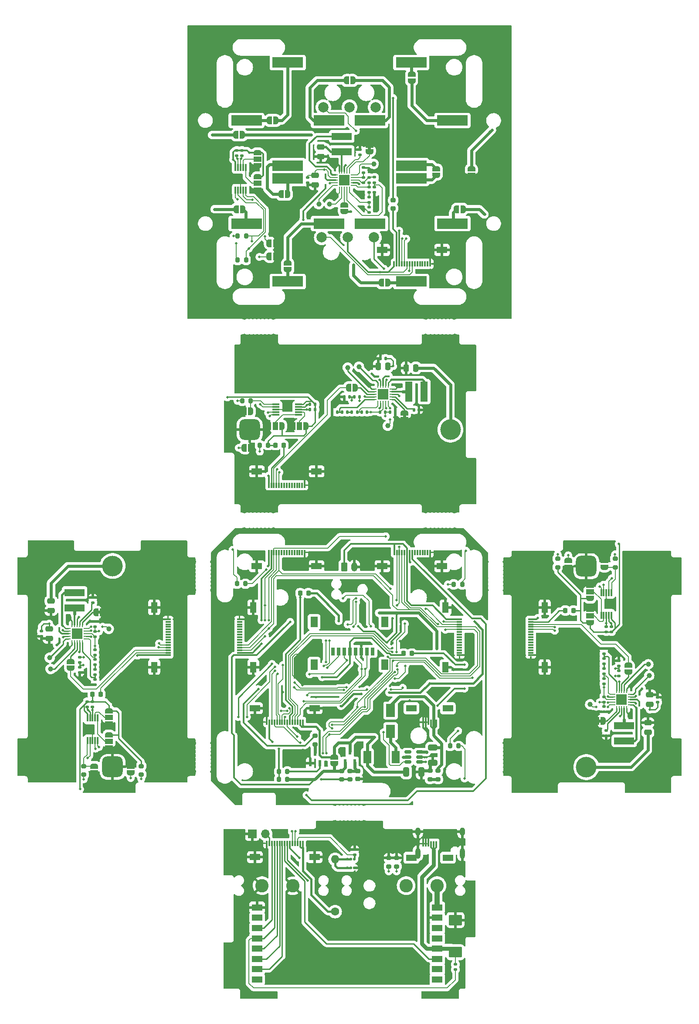
<source format=gbl>
G04 #@! TF.GenerationSoftware,KiCad,Pcbnew,(6.0.1)*
G04 #@! TF.CreationDate,2022-11-09T13:11:14-03:00*
G04 #@! TF.ProjectId,PANEL-COMPLETE,50414e45-4c2d-4434-9f4d-504c4554452e,Rev 3*
G04 #@! TF.SameCoordinates,Original*
G04 #@! TF.FileFunction,Copper,L2,Bot*
G04 #@! TF.FilePolarity,Positive*
%FSLAX46Y46*%
G04 Gerber Fmt 4.6, Leading zero omitted, Abs format (unit mm)*
G04 Created by KiCad (PCBNEW (6.0.1)) date 2022-11-09 13:11:14*
%MOMM*%
%LPD*%
G01*
G04 APERTURE LIST*
G04 Aperture macros list*
%AMRoundRect*
0 Rectangle with rounded corners*
0 $1 Rounding radius*
0 $2 $3 $4 $5 $6 $7 $8 $9 X,Y pos of 4 corners*
0 Add a 4 corners polygon primitive as box body*
4,1,4,$2,$3,$4,$5,$6,$7,$8,$9,$2,$3,0*
0 Add four circle primitives for the rounded corners*
1,1,$1+$1,$2,$3*
1,1,$1+$1,$4,$5*
1,1,$1+$1,$6,$7*
1,1,$1+$1,$8,$9*
0 Add four rect primitives between the rounded corners*
20,1,$1+$1,$2,$3,$4,$5,0*
20,1,$1+$1,$4,$5,$6,$7,0*
20,1,$1+$1,$6,$7,$8,$9,0*
20,1,$1+$1,$8,$9,$2,$3,0*%
%AMFreePoly0*
4,1,22,0.550000,-0.750000,0.000000,-0.750000,0.000000,-0.745033,-0.079941,-0.743568,-0.215256,-0.701293,-0.333266,-0.622738,-0.424486,-0.514219,-0.481581,-0.384460,-0.499164,-0.250000,-0.500000,-0.250000,-0.500000,0.250000,-0.499164,0.250000,-0.499963,0.256109,-0.478152,0.396186,-0.417904,0.524511,-0.324060,0.630769,-0.204165,0.706417,-0.067858,0.745374,0.000000,0.744959,0.000000,0.750000,
0.550000,0.750000,0.550000,-0.750000,0.550000,-0.750000,$1*%
%AMFreePoly1*
4,1,20,0.000000,0.744959,0.073905,0.744508,0.209726,0.703889,0.328688,0.626782,0.421226,0.519385,0.479903,0.390333,0.500000,0.250000,0.500000,-0.250000,0.499851,-0.262216,0.476331,-0.402017,0.414519,-0.529596,0.319384,-0.634700,0.198574,-0.708877,0.061801,-0.746166,0.000000,-0.745033,0.000000,-0.750000,-0.550000,-0.750000,-0.550000,0.750000,0.000000,0.750000,0.000000,0.744959,
0.000000,0.744959,$1*%
%AMFreePoly2*
4,1,22,0.500000,-0.750000,0.000000,-0.750000,0.000000,-0.745033,-0.079941,-0.743568,-0.215256,-0.701293,-0.333266,-0.622738,-0.424486,-0.514219,-0.481581,-0.384460,-0.499164,-0.250000,-0.500000,-0.250000,-0.500000,0.250000,-0.499164,0.250000,-0.499963,0.256109,-0.478152,0.396186,-0.417904,0.524511,-0.324060,0.630769,-0.204165,0.706417,-0.067858,0.745374,0.000000,0.744959,0.000000,0.750000,
0.500000,0.750000,0.500000,-0.750000,0.500000,-0.750000,$1*%
%AMFreePoly3*
4,1,20,0.000000,0.744959,0.073905,0.744508,0.209726,0.703889,0.328688,0.626782,0.421226,0.519385,0.479903,0.390333,0.500000,0.250000,0.500000,-0.250000,0.499851,-0.262216,0.476331,-0.402017,0.414519,-0.529596,0.319384,-0.634700,0.198574,-0.708877,0.061801,-0.746166,0.000000,-0.745033,0.000000,-0.750000,-0.500000,-0.750000,-0.500000,0.750000,0.000000,0.750000,0.000000,0.744959,
0.000000,0.744959,$1*%
G04 Aperture macros list end*
G04 #@! TA.AperFunction,ComponentPad*
%ADD10O,1.000000X1.600000*%
G04 #@! TD*
G04 #@! TA.AperFunction,ComponentPad*
%ADD11O,1.000000X2.100000*%
G04 #@! TD*
G04 #@! TA.AperFunction,ComponentPad*
%ADD12C,4.000000*%
G04 #@! TD*
G04 #@! TA.AperFunction,ComponentPad*
%ADD13RoundRect,1.000000X1.000000X1.000000X-1.000000X1.000000X-1.000000X-1.000000X1.000000X-1.000000X0*%
G04 #@! TD*
G04 #@! TA.AperFunction,ComponentPad*
%ADD14RoundRect,1.000000X-1.000000X1.000000X-1.000000X-1.000000X1.000000X-1.000000X1.000000X1.000000X0*%
G04 #@! TD*
G04 #@! TA.AperFunction,ComponentPad*
%ADD15R,6.000000X2.000000*%
G04 #@! TD*
G04 #@! TA.AperFunction,ComponentPad*
%ADD16C,2.000000*%
G04 #@! TD*
G04 #@! TA.AperFunction,ComponentPad*
%ADD17C,1.600000*%
G04 #@! TD*
G04 #@! TA.AperFunction,ComponentPad*
%ADD18O,1.600000X1.600000*%
G04 #@! TD*
G04 #@! TA.AperFunction,ComponentPad*
%ADD19C,2.600000*%
G04 #@! TD*
G04 #@! TA.AperFunction,ComponentPad*
%ADD20RoundRect,1.000000X1.000000X-1.000000X1.000000X1.000000X-1.000000X1.000000X-1.000000X-1.000000X0*%
G04 #@! TD*
G04 #@! TA.AperFunction,ComponentPad*
%ADD21R,1.700000X1.700000*%
G04 #@! TD*
G04 #@! TA.AperFunction,ComponentPad*
%ADD22O,1.700000X1.700000*%
G04 #@! TD*
G04 #@! TA.AperFunction,SMDPad,CuDef*
%ADD23FreePoly0,270.000000*%
G04 #@! TD*
G04 #@! TA.AperFunction,SMDPad,CuDef*
%ADD24R,1.500000X1.000000*%
G04 #@! TD*
G04 #@! TA.AperFunction,SMDPad,CuDef*
%ADD25FreePoly1,270.000000*%
G04 #@! TD*
G04 #@! TA.AperFunction,SMDPad,CuDef*
%ADD26R,0.300000X1.000000*%
G04 #@! TD*
G04 #@! TA.AperFunction,SMDPad,CuDef*
%ADD27R,2.000000X1.300000*%
G04 #@! TD*
G04 #@! TA.AperFunction,SMDPad,CuDef*
%ADD28RoundRect,0.140000X-0.170000X0.140000X-0.170000X-0.140000X0.170000X-0.140000X0.170000X0.140000X0*%
G04 #@! TD*
G04 #@! TA.AperFunction,SMDPad,CuDef*
%ADD29RoundRect,0.250000X0.475000X-0.250000X0.475000X0.250000X-0.475000X0.250000X-0.475000X-0.250000X0*%
G04 #@! TD*
G04 #@! TA.AperFunction,SMDPad,CuDef*
%ADD30RoundRect,0.200000X0.200000X0.275000X-0.200000X0.275000X-0.200000X-0.275000X0.200000X-0.275000X0*%
G04 #@! TD*
G04 #@! TA.AperFunction,SMDPad,CuDef*
%ADD31RoundRect,0.135000X0.185000X-0.135000X0.185000X0.135000X-0.185000X0.135000X-0.185000X-0.135000X0*%
G04 #@! TD*
G04 #@! TA.AperFunction,SMDPad,CuDef*
%ADD32RoundRect,0.250000X0.325000X0.650000X-0.325000X0.650000X-0.325000X-0.650000X0.325000X-0.650000X0*%
G04 #@! TD*
G04 #@! TA.AperFunction,SMDPad,CuDef*
%ADD33RoundRect,0.062500X0.062500X-0.375000X0.062500X0.375000X-0.062500X0.375000X-0.062500X-0.375000X0*%
G04 #@! TD*
G04 #@! TA.AperFunction,SMDPad,CuDef*
%ADD34RoundRect,0.062500X0.375000X-0.062500X0.375000X0.062500X-0.375000X0.062500X-0.375000X-0.062500X0*%
G04 #@! TD*
G04 #@! TA.AperFunction,SMDPad,CuDef*
%ADD35R,2.000000X2.000000*%
G04 #@! TD*
G04 #@! TA.AperFunction,SMDPad,CuDef*
%ADD36FreePoly2,270.000000*%
G04 #@! TD*
G04 #@! TA.AperFunction,SMDPad,CuDef*
%ADD37FreePoly3,270.000000*%
G04 #@! TD*
G04 #@! TA.AperFunction,SMDPad,CuDef*
%ADD38RoundRect,0.218750X0.256250X-0.218750X0.256250X0.218750X-0.256250X0.218750X-0.256250X-0.218750X0*%
G04 #@! TD*
G04 #@! TA.AperFunction,SMDPad,CuDef*
%ADD39RoundRect,0.135000X-0.135000X-0.185000X0.135000X-0.185000X0.135000X0.185000X-0.135000X0.185000X0*%
G04 #@! TD*
G04 #@! TA.AperFunction,SMDPad,CuDef*
%ADD40RoundRect,0.250000X-0.650000X0.325000X-0.650000X-0.325000X0.650000X-0.325000X0.650000X0.325000X0*%
G04 #@! TD*
G04 #@! TA.AperFunction,SMDPad,CuDef*
%ADD41RoundRect,0.135000X-0.185000X0.135000X-0.185000X-0.135000X0.185000X-0.135000X0.185000X0.135000X0*%
G04 #@! TD*
G04 #@! TA.AperFunction,SMDPad,CuDef*
%ADD42FreePoly2,0.000000*%
G04 #@! TD*
G04 #@! TA.AperFunction,SMDPad,CuDef*
%ADD43FreePoly3,0.000000*%
G04 #@! TD*
G04 #@! TA.AperFunction,SMDPad,CuDef*
%ADD44C,1.000000*%
G04 #@! TD*
G04 #@! TA.AperFunction,SMDPad,CuDef*
%ADD45R,0.300000X1.400000*%
G04 #@! TD*
G04 #@! TA.AperFunction,SMDPad,CuDef*
%ADD46RoundRect,0.135000X0.135000X0.185000X-0.135000X0.185000X-0.135000X-0.185000X0.135000X-0.185000X0*%
G04 #@! TD*
G04 #@! TA.AperFunction,SMDPad,CuDef*
%ADD47RoundRect,0.200000X-0.275000X0.200000X-0.275000X-0.200000X0.275000X-0.200000X0.275000X0.200000X0*%
G04 #@! TD*
G04 #@! TA.AperFunction,SMDPad,CuDef*
%ADD48FreePoly0,90.000000*%
G04 #@! TD*
G04 #@! TA.AperFunction,SMDPad,CuDef*
%ADD49FreePoly1,90.000000*%
G04 #@! TD*
G04 #@! TA.AperFunction,SMDPad,CuDef*
%ADD50RoundRect,0.200000X-0.200000X-0.275000X0.200000X-0.275000X0.200000X0.275000X-0.200000X0.275000X0*%
G04 #@! TD*
G04 #@! TA.AperFunction,SMDPad,CuDef*
%ADD51FreePoly2,180.000000*%
G04 #@! TD*
G04 #@! TA.AperFunction,SMDPad,CuDef*
%ADD52FreePoly3,180.000000*%
G04 #@! TD*
G04 #@! TA.AperFunction,SMDPad,CuDef*
%ADD53FreePoly2,90.000000*%
G04 #@! TD*
G04 #@! TA.AperFunction,SMDPad,CuDef*
%ADD54FreePoly3,90.000000*%
G04 #@! TD*
G04 #@! TA.AperFunction,SMDPad,CuDef*
%ADD55R,0.600000X1.300000*%
G04 #@! TD*
G04 #@! TA.AperFunction,SMDPad,CuDef*
%ADD56RoundRect,0.200000X0.275000X-0.200000X0.275000X0.200000X-0.275000X0.200000X-0.275000X-0.200000X0*%
G04 #@! TD*
G04 #@! TA.AperFunction,SMDPad,CuDef*
%ADD57R,3.890000X1.450000*%
G04 #@! TD*
G04 #@! TA.AperFunction,ComponentPad*
%ADD58RoundRect,0.250000X-0.350000X-0.625000X0.350000X-0.625000X0.350000X0.625000X-0.350000X0.625000X0*%
G04 #@! TD*
G04 #@! TA.AperFunction,ComponentPad*
%ADD59O,1.200000X1.750000*%
G04 #@! TD*
G04 #@! TA.AperFunction,SMDPad,CuDef*
%ADD60R,0.450000X0.600000*%
G04 #@! TD*
G04 #@! TA.AperFunction,SMDPad,CuDef*
%ADD61R,1.000000X0.300000*%
G04 #@! TD*
G04 #@! TA.AperFunction,SMDPad,CuDef*
%ADD62R,1.300000X2.000000*%
G04 #@! TD*
G04 #@! TA.AperFunction,SMDPad,CuDef*
%ADD63RoundRect,0.140000X0.170000X-0.140000X0.170000X0.140000X-0.170000X0.140000X-0.170000X-0.140000X0*%
G04 #@! TD*
G04 #@! TA.AperFunction,SMDPad,CuDef*
%ADD64RoundRect,0.250000X-1.025000X0.787500X-1.025000X-0.787500X1.025000X-0.787500X1.025000X0.787500X0*%
G04 #@! TD*
G04 #@! TA.AperFunction,SMDPad,CuDef*
%ADD65R,1.400000X0.300000*%
G04 #@! TD*
G04 #@! TA.AperFunction,SMDPad,CuDef*
%ADD66RoundRect,0.250000X-0.250000X-0.475000X0.250000X-0.475000X0.250000X0.475000X-0.250000X0.475000X0*%
G04 #@! TD*
G04 #@! TA.AperFunction,SMDPad,CuDef*
%ADD67RoundRect,0.218750X0.218750X0.256250X-0.218750X0.256250X-0.218750X-0.256250X0.218750X-0.256250X0*%
G04 #@! TD*
G04 #@! TA.AperFunction,SMDPad,CuDef*
%ADD68RoundRect,0.140000X0.140000X0.170000X-0.140000X0.170000X-0.140000X-0.170000X0.140000X-0.170000X0*%
G04 #@! TD*
G04 #@! TA.AperFunction,SMDPad,CuDef*
%ADD69R,1.450000X3.890000*%
G04 #@! TD*
G04 #@! TA.AperFunction,SMDPad,CuDef*
%ADD70R,0.600000X0.450000*%
G04 #@! TD*
G04 #@! TA.AperFunction,SMDPad,CuDef*
%ADD71RoundRect,0.062500X0.375000X0.062500X-0.375000X0.062500X-0.375000X-0.062500X0.375000X-0.062500X0*%
G04 #@! TD*
G04 #@! TA.AperFunction,SMDPad,CuDef*
%ADD72RoundRect,0.062500X0.062500X0.375000X-0.062500X0.375000X-0.062500X-0.375000X0.062500X-0.375000X0*%
G04 #@! TD*
G04 #@! TA.AperFunction,SMDPad,CuDef*
%ADD73RoundRect,0.150000X0.512500X0.150000X-0.512500X0.150000X-0.512500X-0.150000X0.512500X-0.150000X0*%
G04 #@! TD*
G04 #@! TA.AperFunction,SMDPad,CuDef*
%ADD74RoundRect,0.140000X-0.140000X-0.170000X0.140000X-0.170000X0.140000X0.170000X-0.140000X0.170000X0*%
G04 #@! TD*
G04 #@! TA.AperFunction,SMDPad,CuDef*
%ADD75R,0.800000X1.500000*%
G04 #@! TD*
G04 #@! TA.AperFunction,SMDPad,CuDef*
%ADD76R,1.450000X2.000000*%
G04 #@! TD*
G04 #@! TA.AperFunction,SMDPad,CuDef*
%ADD77R,1.800000X2.500000*%
G04 #@! TD*
G04 #@! TA.AperFunction,SMDPad,CuDef*
%ADD78R,11.500000X4.700000*%
G04 #@! TD*
G04 #@! TA.AperFunction,SMDPad,CuDef*
%ADD79RoundRect,0.062500X-0.062500X0.375000X-0.062500X-0.375000X0.062500X-0.375000X0.062500X0.375000X0*%
G04 #@! TD*
G04 #@! TA.AperFunction,SMDPad,CuDef*
%ADD80RoundRect,0.062500X-0.375000X0.062500X-0.375000X-0.062500X0.375000X-0.062500X0.375000X0.062500X0*%
G04 #@! TD*
G04 #@! TA.AperFunction,SMDPad,CuDef*
%ADD81RoundRect,0.250000X-0.475000X0.250000X-0.475000X-0.250000X0.475000X-0.250000X0.475000X0.250000X0*%
G04 #@! TD*
G04 #@! TA.AperFunction,SMDPad,CuDef*
%ADD82FreePoly0,180.000000*%
G04 #@! TD*
G04 #@! TA.AperFunction,SMDPad,CuDef*
%ADD83R,1.000000X1.500000*%
G04 #@! TD*
G04 #@! TA.AperFunction,SMDPad,CuDef*
%ADD84FreePoly1,180.000000*%
G04 #@! TD*
G04 #@! TA.AperFunction,SMDPad,CuDef*
%ADD85RoundRect,0.125000X-0.125000X-0.125000X0.125000X-0.125000X0.125000X0.125000X-0.125000X0.125000X0*%
G04 #@! TD*
G04 #@! TA.AperFunction,SMDPad,CuDef*
%ADD86RoundRect,0.218750X-0.218750X-0.256250X0.218750X-0.256250X0.218750X0.256250X-0.218750X0.256250X0*%
G04 #@! TD*
G04 #@! TA.AperFunction,SMDPad,CuDef*
%ADD87RoundRect,0.250000X0.250000X0.475000X-0.250000X0.475000X-0.250000X-0.475000X0.250000X-0.475000X0*%
G04 #@! TD*
G04 #@! TA.AperFunction,SMDPad,CuDef*
%ADD88RoundRect,0.225000X-0.250000X0.225000X-0.250000X-0.225000X0.250000X-0.225000X0.250000X0.225000X0*%
G04 #@! TD*
G04 #@! TA.AperFunction,SMDPad,CuDef*
%ADD89R,1.500000X2.400000*%
G04 #@! TD*
G04 #@! TA.AperFunction,ViaPad*
%ADD90C,0.500000*%
G04 #@! TD*
G04 #@! TA.AperFunction,ViaPad*
%ADD91C,0.400000*%
G04 #@! TD*
G04 #@! TA.AperFunction,Conductor*
%ADD92C,0.600000*%
G04 #@! TD*
G04 #@! TA.AperFunction,Conductor*
%ADD93C,0.300000*%
G04 #@! TD*
G04 #@! TA.AperFunction,Conductor*
%ADD94C,0.400000*%
G04 #@! TD*
G04 #@! TA.AperFunction,Conductor*
%ADD95C,0.200000*%
G04 #@! TD*
G04 #@! TA.AperFunction,Conductor*
%ADD96C,0.250000*%
G04 #@! TD*
G04 #@! TA.AperFunction,Conductor*
%ADD97C,0.290000*%
G04 #@! TD*
G04 #@! TA.AperFunction,Conductor*
%ADD98C,1.000000*%
G04 #@! TD*
G04 #@! TA.AperFunction,Conductor*
%ADD99C,0.800000*%
G04 #@! TD*
G04 APERTURE END LIST*
G36*
X252878397Y-188335525D02*
G01*
X252378397Y-188335525D01*
X252378397Y-187735525D01*
X252878397Y-187735525D01*
X252878397Y-188335525D01*
G37*
G36*
X155605103Y-167189925D02*
G01*
X155105103Y-167189925D01*
X155105103Y-166589925D01*
X155605103Y-166589925D01*
X155605103Y-167189925D01*
G37*
G36*
X214982600Y-129082453D02*
G01*
X214382600Y-129082453D01*
X214382600Y-128582453D01*
X214982600Y-128582453D01*
X214982600Y-129082453D01*
G37*
G36*
X208163725Y-77110400D02*
G01*
X207563725Y-77110400D01*
X207563725Y-76610400D01*
X208163725Y-76610400D01*
X208163725Y-77110400D01*
G37*
D10*
X225918325Y-209525725D03*
X217278325Y-209525725D03*
D11*
X217278325Y-213705725D03*
X225918325Y-213705725D03*
D12*
X223609800Y-131452525D03*
D13*
X184609800Y-131452525D03*
D12*
X157975175Y-157919000D03*
D14*
X157975175Y-196919000D03*
D15*
X207998325Y-71439200D03*
X207998325Y-91439200D03*
D16*
X209078325Y-68844800D03*
X198918325Y-68844800D03*
X203998325Y-68844800D03*
D17*
X201207244Y-225007125D03*
D18*
X201207244Y-214847125D03*
D15*
X215998325Y-80189200D03*
X215998325Y-60189200D03*
D19*
X192998325Y-220002725D03*
D12*
X250008325Y-196962725D03*
D20*
X250008325Y-157962725D03*
D15*
X215998325Y-102689200D03*
X215998325Y-82689200D03*
D21*
X185106525Y-209885125D03*
D22*
X187646525Y-209885125D03*
D15*
X191998325Y-60189200D03*
X191998325Y-80189200D03*
D16*
X208767600Y-94135875D03*
X198607600Y-94135875D03*
X203687600Y-94135875D03*
D19*
X214998325Y-219962725D03*
D15*
X191998325Y-82689200D03*
X191998325Y-102689200D03*
X183998325Y-91439200D03*
X183998325Y-71439200D03*
X223998325Y-71439200D03*
X223998325Y-91439200D03*
D19*
X186998325Y-219962725D03*
D15*
X199998325Y-91439200D03*
X199998325Y-71439200D03*
D19*
X220998325Y-219962725D03*
D23*
X157260103Y-186006925D03*
D24*
X157260103Y-187306925D03*
D25*
X157260103Y-188606925D03*
D26*
X212679400Y-99254600D03*
X213179400Y-99254600D03*
X213679400Y-99254600D03*
X214179400Y-99254600D03*
X214679400Y-99254600D03*
X215179400Y-99254600D03*
X215679400Y-99254600D03*
X216179400Y-99254600D03*
X216679400Y-99254600D03*
X217179400Y-99254600D03*
X217679400Y-99254600D03*
X218179400Y-99254600D03*
X218679400Y-99254600D03*
X219179400Y-99254600D03*
X219679400Y-99254600D03*
D27*
X210379400Y-96554600D03*
X221979400Y-96554600D03*
D28*
X195852025Y-82522600D03*
X195852025Y-83482600D03*
D29*
X197350625Y-83962800D03*
X197350625Y-82062800D03*
D23*
X157260103Y-190680525D03*
D24*
X157260103Y-191980525D03*
D25*
X157260103Y-193280525D03*
D30*
X183898325Y-93878400D03*
X182248325Y-93878400D03*
D31*
X154560126Y-169687925D03*
X154560126Y-168667925D03*
X151617650Y-178603325D03*
X151617650Y-177583325D03*
D32*
X217984600Y-197942200D03*
X215034600Y-197942200D03*
D33*
X257873850Y-185555425D03*
X257373850Y-185555425D03*
X256873850Y-185555425D03*
X256373850Y-185555425D03*
X255873850Y-185555425D03*
D34*
X255186350Y-184867925D03*
X255186350Y-184367925D03*
X255186350Y-183867925D03*
X255186350Y-183367925D03*
X255186350Y-182867925D03*
D33*
X255873850Y-182180425D03*
X256373850Y-182180425D03*
X256873850Y-182180425D03*
X257373850Y-182180425D03*
X257873850Y-182180425D03*
D34*
X258561350Y-182867925D03*
X258561350Y-183367925D03*
X258561350Y-183867925D03*
X258561350Y-184367925D03*
X258561350Y-184867925D03*
D35*
X256873850Y-183867925D03*
D36*
X203012325Y-87807800D03*
D37*
X203012325Y-89107800D03*
D38*
X212471000Y-88493700D03*
X212471000Y-86918700D03*
D39*
X209954200Y-128037476D03*
X210974200Y-128037476D03*
D40*
X220167200Y-193165200D03*
X220167200Y-196115200D03*
D41*
X207787525Y-86330600D03*
X207787525Y-87350600D03*
D42*
X251978397Y-188035525D03*
D43*
X253278397Y-188035525D03*
D44*
X203659000Y-119409053D03*
X205843400Y-119231253D03*
D41*
X182080225Y-77214000D03*
X182080225Y-78234000D03*
D39*
X204899600Y-125095000D03*
X205919600Y-125095000D03*
D41*
X205030200Y-212941682D03*
X205030200Y-213961682D03*
D26*
X187918925Y-188208854D03*
X188418925Y-188208854D03*
X188918925Y-188208854D03*
X189418925Y-188208854D03*
X189918925Y-188208854D03*
X190418925Y-188208854D03*
X190918925Y-188208854D03*
X191418925Y-188208854D03*
X191918925Y-188208854D03*
X192418925Y-188208854D03*
X192918925Y-188208854D03*
X193418925Y-188208854D03*
X193918925Y-188208854D03*
X194418925Y-188208854D03*
X194918925Y-188208854D03*
D27*
X185618925Y-185508854D03*
X197218925Y-185508854D03*
D45*
X155085103Y-191843725D03*
X154585103Y-191843725D03*
X154085103Y-191843725D03*
X153585103Y-191843725D03*
X153085103Y-191843725D03*
X153085103Y-187443725D03*
X153585103Y-187443725D03*
X154085103Y-187443725D03*
X154585103Y-187443725D03*
X155085103Y-187443725D03*
D28*
X253847597Y-189892325D03*
X253847597Y-190852325D03*
D46*
X205487800Y-128037476D03*
X204467800Y-128037476D03*
D41*
X154560126Y-179945525D03*
X154560126Y-180965525D03*
D42*
X224765125Y-88646000D03*
D43*
X226065125Y-88646000D03*
D47*
X221183200Y-197676000D03*
X221183200Y-199326000D03*
D48*
X250723397Y-164244925D03*
D24*
X250723397Y-162944925D03*
D49*
X250723397Y-161644925D03*
D50*
X190274400Y-197815200D03*
X191924400Y-197815200D03*
D26*
X194918925Y-211743925D03*
X194418925Y-211743925D03*
X193918925Y-211743925D03*
X193418925Y-211743925D03*
X192918925Y-211743925D03*
X192418925Y-211743925D03*
X191918925Y-211743925D03*
X191418925Y-211743925D03*
X190918925Y-211743925D03*
X190418925Y-211743925D03*
X189918925Y-211743925D03*
X189418925Y-211743925D03*
X188918925Y-211743925D03*
X188418925Y-211743925D03*
X187918925Y-211743925D03*
D27*
X197218925Y-214443925D03*
X185618925Y-214443925D03*
D51*
X156005103Y-166889925D03*
D52*
X154705103Y-166889925D03*
D53*
X216067925Y-63769000D03*
D54*
X216067925Y-62469000D03*
D53*
X246493450Y-158158175D03*
D54*
X246493450Y-156858175D03*
D31*
X254914397Y-170693925D03*
X254914397Y-169673925D03*
D53*
X220843125Y-82082400D03*
D54*
X220843125Y-80782400D03*
D55*
X205013600Y-196059000D03*
X203113600Y-196059000D03*
X204063600Y-193959000D03*
D56*
X211632800Y-216242400D03*
X211632800Y-214592400D03*
D57*
X202506825Y-77475600D03*
X202506825Y-74525600D03*
D46*
X207420200Y-128037476D03*
X206400200Y-128037476D03*
D42*
X190678325Y-85750400D03*
D43*
X191978325Y-85750400D03*
D26*
X219690325Y-155274325D03*
X219190325Y-155274325D03*
X218690325Y-155274325D03*
X218190325Y-155274325D03*
X217690325Y-155274325D03*
X217190325Y-155274325D03*
X216690325Y-155274325D03*
X216190325Y-155274325D03*
X215690325Y-155274325D03*
X215190325Y-155274325D03*
X214690325Y-155274325D03*
X214190325Y-155274325D03*
X213690325Y-155274325D03*
X213190325Y-155274325D03*
X212690325Y-155274325D03*
D27*
X221990325Y-157974325D03*
X210390325Y-157974325D03*
D58*
X202962000Y-158080800D03*
D59*
X204962000Y-158080800D03*
D41*
X208862925Y-82456200D03*
X208862925Y-83476200D03*
D56*
X204063600Y-199339200D03*
X204063600Y-197689200D03*
D41*
X206705552Y-82477400D03*
X206705552Y-83497400D03*
D26*
X220812125Y-211843925D03*
X220312125Y-211843925D03*
X219812125Y-211843925D03*
X219312125Y-211843925D03*
X218812125Y-211843925D03*
X218312125Y-211843925D03*
D27*
X223112125Y-214543925D03*
X216012125Y-214543925D03*
D26*
X188306325Y-142234125D03*
X188806325Y-142234125D03*
X189306325Y-142234125D03*
X189806325Y-142234125D03*
X190306325Y-142234125D03*
X190806325Y-142234125D03*
X191306325Y-142234125D03*
X191806325Y-142234125D03*
X192306325Y-142234125D03*
X192806325Y-142234125D03*
X193306325Y-142234125D03*
X193806325Y-142234125D03*
X194306325Y-142234125D03*
X194806325Y-142234125D03*
X195306325Y-142234125D03*
D27*
X186006325Y-139534125D03*
X197606325Y-139534125D03*
D60*
X147655250Y-172107525D03*
X147655250Y-170007525D03*
D61*
X225365600Y-175245525D03*
X225365600Y-174745525D03*
X225365600Y-174245525D03*
X225365600Y-173745525D03*
X225365600Y-173245525D03*
X225365600Y-172745525D03*
X225365600Y-172245525D03*
X225365600Y-171745525D03*
X225365600Y-171245525D03*
X225365600Y-170745525D03*
X225365600Y-170245525D03*
X225365600Y-169745525D03*
X225365600Y-169245525D03*
X225365600Y-168745525D03*
X225365600Y-168245525D03*
D62*
X222665600Y-177545525D03*
X222665600Y-165945525D03*
D44*
X262051797Y-177011925D03*
D55*
X198257200Y-196247200D03*
X196357200Y-196247200D03*
X197307200Y-194147200D03*
D63*
X263854604Y-184347925D03*
X263854604Y-183387925D03*
D41*
X154560126Y-176084725D03*
X154560126Y-177104725D03*
D36*
X191988725Y-99095800D03*
D37*
X191988725Y-100395800D03*
D53*
X227685600Y-82082400D03*
D54*
X227685600Y-80782400D03*
D46*
X201627000Y-128037476D03*
X200607000Y-128037476D03*
D23*
X186144225Y-82316800D03*
D24*
X186144225Y-83616800D03*
D25*
X186144225Y-84916800D03*
D23*
X186144225Y-77643200D03*
D24*
X186144225Y-78943200D03*
D25*
X186144225Y-80243200D03*
D31*
X151617650Y-176672925D03*
X151617650Y-175652925D03*
D41*
X154560126Y-178015125D03*
X154560126Y-179035125D03*
D30*
X183898325Y-98526600D03*
X182248325Y-98526600D03*
D39*
X202969200Y-125095000D03*
X203989200Y-125095000D03*
D42*
X183505250Y-127906200D03*
D43*
X184805250Y-127906200D03*
D64*
X224567807Y-226669825D03*
X224567807Y-232894825D03*
D60*
X199357225Y-84062800D03*
X199357225Y-81962800D03*
D51*
X184805250Y-134967400D03*
D52*
X183505250Y-134967400D03*
D41*
X253423374Y-183307125D03*
X253423374Y-184327125D03*
D56*
X219633800Y-199326000D03*
X219633800Y-197676000D03*
D53*
X214682600Y-129482453D03*
D54*
X214682600Y-128182453D03*
D31*
X224567807Y-236272800D03*
X224567807Y-235252800D03*
D51*
X189717725Y-71424800D03*
D52*
X188417725Y-71424800D03*
D65*
X189728800Y-128562453D03*
X189728800Y-128062453D03*
X189728800Y-127562453D03*
X189728800Y-127062453D03*
X189728800Y-126562453D03*
X194128800Y-126562453D03*
X194128800Y-127062453D03*
X194128800Y-127562453D03*
X194128800Y-128062453D03*
X194128800Y-128562453D03*
D36*
X207863725Y-76210400D03*
D37*
X207863725Y-77510400D03*
D61*
X168756775Y-175245525D03*
X168756775Y-174745525D03*
X168756775Y-174245525D03*
X168756775Y-173745525D03*
X168756775Y-173245525D03*
X168756775Y-172745525D03*
X168756775Y-172245525D03*
X168756775Y-171745525D03*
X168756775Y-171245525D03*
X168756775Y-170745525D03*
X168756775Y-170245525D03*
X168756775Y-169745525D03*
X168756775Y-169245525D03*
X168756775Y-168745525D03*
X168756775Y-168245525D03*
D62*
X166056775Y-177545525D03*
X166056775Y-165945525D03*
D39*
X211884600Y-128037476D03*
X212904600Y-128037476D03*
D53*
X258169250Y-178472725D03*
D54*
X258169250Y-177172725D03*
D66*
X209565000Y-119126000D03*
X211465000Y-119126000D03*
D36*
X161490050Y-196767275D03*
D37*
X161490050Y-198067275D03*
D41*
X256365850Y-178252525D03*
X256365850Y-179272525D03*
D61*
X182626725Y-168245525D03*
X182626725Y-168745525D03*
X182626725Y-169245525D03*
X182626725Y-169745525D03*
X182626725Y-170245525D03*
X182626725Y-170745525D03*
X182626725Y-171245525D03*
X182626725Y-171745525D03*
X182626725Y-172245525D03*
X182626725Y-172745525D03*
X182626725Y-173245525D03*
X182626725Y-173745525D03*
X182626725Y-174245525D03*
X182626725Y-174745525D03*
X182626725Y-175245525D03*
D62*
X185326725Y-165945525D03*
X185326725Y-177545525D03*
D41*
X153069103Y-184231525D03*
X153069103Y-185251525D03*
D67*
X155651300Y-182829200D03*
X154076300Y-182829200D03*
D50*
X190274400Y-199381400D03*
X191924400Y-199381400D03*
D46*
X197341000Y-126546453D03*
X196321000Y-126546453D03*
D60*
X260328250Y-182817925D03*
X260328250Y-184917925D03*
D30*
X183781200Y-161366200D03*
X182131200Y-161366200D03*
D68*
X210995000Y-117606246D03*
X210035000Y-117606246D03*
D29*
X145648650Y-172007525D03*
X145648650Y-170107525D03*
D47*
X255612050Y-156513175D03*
X255612050Y-158163175D03*
D51*
X205119800Y-123291600D03*
D52*
X203819800Y-123291600D03*
D42*
X181966125Y-88646000D03*
D43*
X183266125Y-88646000D03*
D69*
X215544400Y-124079000D03*
X218494400Y-124079000D03*
D51*
X189666925Y-97815400D03*
D52*
X188366925Y-97815400D03*
D28*
X144128896Y-170577525D03*
X144128896Y-171537525D03*
D45*
X252898397Y-163081725D03*
X253398397Y-163081725D03*
X253898397Y-163081725D03*
X254398397Y-163081725D03*
X254898397Y-163081725D03*
X254898397Y-167481725D03*
X254398397Y-167481725D03*
X253898397Y-167481725D03*
X253398397Y-167481725D03*
X252898397Y-167481725D03*
D44*
X198036425Y-87686400D03*
X211431400Y-130704525D03*
D63*
X206034925Y-78077000D03*
X206034925Y-77117000D03*
D31*
X253898397Y-170693925D03*
X253898397Y-169673925D03*
X253423374Y-174979925D03*
X253423374Y-173959925D03*
D41*
X207787525Y-82469800D03*
X207787525Y-83489800D03*
D51*
X211460125Y-102946200D03*
D52*
X210160125Y-102946200D03*
D41*
X207787525Y-84400200D03*
X207787525Y-85420200D03*
D50*
X183160250Y-125848800D03*
X184810250Y-125848800D03*
D31*
X253423374Y-180773125D03*
X253423374Y-179753125D03*
D41*
X207787525Y-88261000D03*
X207787525Y-89281000D03*
D63*
X154135903Y-165033125D03*
X154135903Y-164073125D03*
D41*
X208862925Y-84386600D03*
X208862925Y-85406600D03*
D44*
X200144625Y-87686400D03*
D50*
X223558600Y-192862200D03*
X225208600Y-192862200D03*
D70*
X209465000Y-121132600D03*
X211565000Y-121132600D03*
D53*
X201015600Y-196331600D03*
D54*
X201015600Y-195031600D03*
D51*
X189666925Y-95250000D03*
D52*
X188366925Y-95250000D03*
D71*
X212202500Y-123587000D03*
X212202500Y-124087000D03*
X212202500Y-124587000D03*
X212202500Y-125087000D03*
X212202500Y-125587000D03*
D72*
X211515000Y-126274500D03*
X211015000Y-126274500D03*
X210515000Y-126274500D03*
X210015000Y-126274500D03*
X209515000Y-126274500D03*
D71*
X208827500Y-125587000D03*
X208827500Y-125087000D03*
X208827500Y-124587000D03*
X208827500Y-124087000D03*
X208827500Y-123587000D03*
D72*
X209515000Y-122899500D03*
X210015000Y-122899500D03*
X210515000Y-122899500D03*
X211015000Y-122899500D03*
X211515000Y-122899500D03*
D35*
X210515000Y-124587000D03*
D42*
X203378325Y-63650840D03*
D43*
X204678325Y-63650840D03*
D67*
X216103300Y-174904400D03*
X214528300Y-174904400D03*
D73*
X217596300Y-194045800D03*
X217596300Y-194995800D03*
X217596300Y-195945800D03*
X215321300Y-195945800D03*
X215321300Y-194995800D03*
X215321300Y-194045800D03*
D74*
X216539400Y-127613253D03*
X217499400Y-127613253D03*
D75*
X200798325Y-174491589D03*
X201898325Y-174491589D03*
X202998325Y-174491589D03*
X204098325Y-174491589D03*
X205198325Y-174491589D03*
X206298325Y-174491589D03*
X207398325Y-174491589D03*
X208498325Y-174491589D03*
D76*
X210873325Y-177091589D03*
X197123325Y-177091589D03*
X197123325Y-168791589D03*
X210873325Y-168791589D03*
D77*
X211988400Y-185992000D03*
X211988400Y-189992000D03*
D46*
X203557400Y-128037476D03*
X202537400Y-128037476D03*
D50*
X224244400Y-161493200D03*
X225894400Y-161493200D03*
D44*
X208701925Y-79857600D03*
D56*
X163547450Y-198412275D03*
X163547450Y-196762275D03*
D44*
X145753903Y-175729125D03*
D27*
X221062007Y-224204725D03*
X221062007Y-226204725D03*
X221062007Y-228204725D03*
X221062007Y-230204725D03*
X221062007Y-232204725D03*
X221062007Y-234204725D03*
X221062007Y-236204725D03*
X221062007Y-238204725D03*
X186062007Y-238204725D03*
X186062007Y-236204725D03*
X186062007Y-234204725D03*
X186062007Y-232204725D03*
X186062007Y-230204725D03*
X186062007Y-228204725D03*
X186062007Y-226204725D03*
X186062007Y-224204725D03*
D78*
X209494507Y-234854725D03*
D44*
X250756325Y-184784325D03*
X145931703Y-177913525D03*
D79*
X150109650Y-169370025D03*
X150609650Y-169370025D03*
X151109650Y-169370025D03*
X151609650Y-169370025D03*
X152109650Y-169370025D03*
D80*
X152797150Y-170057525D03*
X152797150Y-170557525D03*
X152797150Y-171057525D03*
X152797150Y-171557525D03*
X152797150Y-172057525D03*
D79*
X152109650Y-172745025D03*
X151609650Y-172745025D03*
X151109650Y-172745025D03*
X150609650Y-172745025D03*
X150109650Y-172745025D03*
D80*
X149422150Y-172057525D03*
X149422150Y-171557525D03*
X149422150Y-171057525D03*
X149422150Y-170557525D03*
X149422150Y-170057525D03*
D35*
X151109650Y-171057525D03*
D26*
X195306325Y-155274325D03*
X194806325Y-155274325D03*
X194306325Y-155274325D03*
X193806325Y-155274325D03*
X193306325Y-155274325D03*
X192806325Y-155274325D03*
X192306325Y-155274325D03*
X191806325Y-155274325D03*
X191306325Y-155274325D03*
X190806325Y-155274325D03*
X190306325Y-155274325D03*
X189806325Y-155274325D03*
X189306325Y-155274325D03*
X188806325Y-155274325D03*
X188306325Y-155274325D03*
D27*
X197606325Y-157974325D03*
X186006325Y-157974325D03*
D79*
X202014825Y-81299900D03*
X202514825Y-81299900D03*
X203014825Y-81299900D03*
X203514825Y-81299900D03*
X204014825Y-81299900D03*
D80*
X204702325Y-81987400D03*
X204702325Y-82487400D03*
X204702325Y-82987400D03*
X204702325Y-83487400D03*
X204702325Y-83987400D03*
D79*
X204014825Y-84674900D03*
X203514825Y-84674900D03*
X203014825Y-84674900D03*
X202514825Y-84674900D03*
X202014825Y-84674900D03*
D80*
X201327325Y-83987400D03*
X201327325Y-83487400D03*
X201327325Y-82987400D03*
X201327325Y-82487400D03*
X201327325Y-81987400D03*
D35*
X203014825Y-82987400D03*
D41*
X154085103Y-184231525D03*
X154085103Y-185251525D03*
D81*
X198417425Y-76575600D03*
X198417425Y-78475600D03*
D82*
X190892000Y-130737453D03*
D83*
X189592000Y-130737453D03*
D84*
X188292000Y-130737453D03*
D46*
X197341000Y-127562453D03*
X196321000Y-127562453D03*
D85*
X203616800Y-214846800D03*
X203616800Y-216546800D03*
X204266800Y-214846800D03*
X204266800Y-216546800D03*
X204916800Y-214846800D03*
X204916800Y-216546800D03*
D26*
X218312125Y-188235925D03*
X218812125Y-188235925D03*
X219312125Y-188235925D03*
X219812125Y-188235925D03*
X220312125Y-188235925D03*
X220812125Y-188235925D03*
D27*
X216012125Y-185535925D03*
X223112125Y-185535925D03*
D48*
X250723397Y-168918525D03*
D24*
X250723397Y-167618525D03*
D49*
X250723397Y-166318525D03*
D57*
X150601650Y-166028125D03*
X150601650Y-163078125D03*
D45*
X183842225Y-84953200D03*
X183342225Y-84953200D03*
X182842225Y-84953200D03*
X182342225Y-84953200D03*
X181842225Y-84953200D03*
X181842225Y-80553200D03*
X182342225Y-80553200D03*
X182842225Y-80553200D03*
X183342225Y-80553200D03*
X183842225Y-80553200D03*
D67*
X191211300Y-134467600D03*
X189636300Y-134467600D03*
D57*
X257381850Y-188897325D03*
X257381850Y-191847325D03*
D56*
X213156800Y-216242400D03*
X213156800Y-214592400D03*
D42*
X181915325Y-74244200D03*
D43*
X183215325Y-74244200D03*
D31*
X253423374Y-178840725D03*
X253423374Y-177820725D03*
D44*
X157227175Y-170141125D03*
D86*
X194436900Y-163195000D03*
X196011900Y-163195000D03*
D81*
X262334850Y-182917925D03*
X262334850Y-184817925D03*
D41*
X183096225Y-77214000D03*
X183096225Y-78234000D03*
D86*
X245948100Y-166573200D03*
X247523100Y-166573200D03*
D81*
X146004250Y-164695325D03*
X146004250Y-166595325D03*
D41*
X206705552Y-80547000D03*
X206705552Y-81567000D03*
D44*
X262229597Y-179196325D03*
D41*
X154560126Y-174152325D03*
X154560126Y-175172325D03*
D82*
X195565600Y-130737453D03*
D83*
X194265600Y-130737453D03*
D84*
X192965600Y-130737453D03*
D36*
X253554650Y-156858175D03*
D37*
X253554650Y-158158175D03*
D87*
X216877200Y-119481600D03*
X214977200Y-119481600D03*
D31*
X154560126Y-171618325D03*
X154560126Y-170598325D03*
D56*
X197307200Y-192542400D03*
X197307200Y-190892400D03*
D61*
X239226725Y-168245525D03*
X239226725Y-168745525D03*
X239226725Y-169245525D03*
X239226725Y-169745525D03*
X239226725Y-170245525D03*
X239226725Y-170745525D03*
X239226725Y-171245525D03*
X239226725Y-171745525D03*
X239226725Y-172245525D03*
X239226725Y-172745525D03*
X239226725Y-173245525D03*
X239226725Y-173745525D03*
X239226725Y-174245525D03*
X239226725Y-174745525D03*
X239226725Y-175245525D03*
D62*
X241926725Y-165945525D03*
X241926725Y-177545525D03*
D29*
X261979250Y-190230125D03*
X261979250Y-188330125D03*
D53*
X154428850Y-198067275D03*
D54*
X154428850Y-196767275D03*
D47*
X244436050Y-156513175D03*
X244436050Y-158163175D03*
D50*
X186550800Y-134467600D03*
X188200800Y-134467600D03*
D41*
X253423374Y-185237525D03*
X253423374Y-186257525D03*
D31*
X253423374Y-176910325D03*
X253423374Y-175890325D03*
D88*
X205613000Y-197739200D03*
X205613000Y-199289200D03*
D56*
X202514200Y-199339200D03*
X202514200Y-197689200D03*
D89*
X207485800Y-194995800D03*
X212985800Y-194995800D03*
D56*
X152371450Y-198412275D03*
X152371450Y-196762275D03*
D36*
X149814250Y-176452725D03*
D37*
X149814250Y-177752725D03*
D41*
X256365850Y-176322125D03*
X256365850Y-177342125D03*
D90*
X162789260Y-175323835D03*
X188206825Y-157911800D03*
X208336050Y-120616400D03*
X147139050Y-173236475D03*
X194985925Y-90689700D03*
X188231825Y-140385800D03*
X192481200Y-168757600D03*
X209931000Y-100840189D03*
X240563400Y-167995600D03*
X260844450Y-181688975D03*
X205690349Y-169600647D03*
X220951475Y-173942325D03*
X211251800Y-172770800D03*
X209753000Y-167030600D03*
X213140825Y-164541200D03*
X222277568Y-168693857D03*
X188950600Y-176936400D03*
X206286075Y-182765725D03*
X182372000Y-187214100D03*
X228269800Y-168732200D03*
X211722724Y-182492286D03*
X186900494Y-168452800D03*
X219583000Y-180695600D03*
X202311000Y-185105900D03*
X186903168Y-173009368D03*
X199425525Y-76575600D03*
X196535325Y-74244200D03*
X199100725Y-81015900D03*
X203255666Y-80126341D03*
X150609650Y-167225875D03*
X151406250Y-167877075D03*
X145640450Y-169121675D03*
X148327736Y-170350043D03*
X214346650Y-124087000D03*
X213695450Y-124883600D03*
X211222482Y-121805086D03*
X212450850Y-119117800D03*
X257373850Y-187699575D03*
X262343050Y-185803775D03*
X259655764Y-184575407D03*
X256577250Y-187048375D03*
X219303600Y-191643000D03*
X200812400Y-219964000D03*
X199517000Y-196545200D03*
X215747600Y-187782200D03*
X256577250Y-183568575D03*
X192887600Y-224663000D03*
X224840800Y-159740600D03*
X151130000Y-160451800D03*
X263702800Y-168859200D03*
X202326525Y-82296000D03*
X151406250Y-171356875D03*
X205824169Y-83751356D03*
X194335400Y-196646800D03*
X196469000Y-188087000D03*
X212547200Y-212979000D03*
X203723525Y-82296000D03*
X219278200Y-225221800D03*
X206654400Y-165277800D03*
X226161600Y-200533000D03*
X200827925Y-98983800D03*
X255205650Y-171935375D03*
X189001400Y-173659800D03*
X208270125Y-81229200D03*
X256170850Y-184559175D03*
X246176800Y-168148000D03*
X206959200Y-154787600D03*
X191287400Y-167182800D03*
X209809250Y-123893000D03*
X255143000Y-194284600D03*
X183616600Y-159410400D03*
X252132250Y-175567575D03*
X214731600Y-180492400D03*
X183464200Y-177546000D03*
X198562459Y-175727859D03*
X198414925Y-79476600D03*
X153790626Y-171687075D03*
X223647000Y-210261200D03*
X218440000Y-95427800D03*
X207298144Y-169731543D03*
X197271925Y-85344000D03*
X209575400Y-193497200D03*
D91*
X197485000Y-183413400D03*
D90*
X224256600Y-183692800D03*
X202133200Y-153822400D03*
X255307250Y-174805575D03*
X149552050Y-173769875D03*
X211206250Y-123893000D03*
X221284800Y-155778200D03*
X220675200Y-176504600D03*
X209821783Y-121823067D03*
X259637783Y-183174708D03*
X206238125Y-85902800D03*
X208330800Y-176098200D03*
X202158600Y-170027600D03*
X207802650Y-123029400D03*
X150415650Y-171763275D03*
X203383050Y-121556200D03*
X180924200Y-202006200D03*
X187604400Y-137515600D03*
X263499600Y-199212200D03*
X187477400Y-179908200D03*
X193929000Y-236474000D03*
X229412800Y-187375800D03*
X186613800Y-188899800D03*
X174904400Y-64541400D03*
X211206250Y-125290000D03*
X181914800Y-151307800D03*
X190728600Y-161899600D03*
X206527400Y-208610200D03*
X192963800Y-171602400D03*
X224485200Y-229616000D03*
D91*
X205206600Y-177012600D03*
D90*
X192156250Y-130725600D03*
X208178400Y-213868000D03*
X215646000Y-227990400D03*
X197881525Y-65608200D03*
X224205800Y-194614800D03*
X208635600Y-163626800D03*
D91*
X189077600Y-194360800D03*
D90*
X152777850Y-182990075D03*
X223037400Y-224510600D03*
X224383600Y-166751000D03*
X204470000Y-189687200D03*
X214020400Y-168325800D03*
X185597800Y-197535800D03*
X207965325Y-74879200D03*
X165125400Y-184505600D03*
D91*
X193065400Y-189255400D03*
D90*
X187731400Y-176301400D03*
X192354200Y-202234800D03*
X180949600Y-212140800D03*
X196545200Y-152120600D03*
X205917800Y-181406800D03*
X198582450Y-126255200D03*
X179832000Y-189077600D03*
X196621400Y-161950400D03*
X225755200Y-191287400D03*
X201828400Y-93802200D03*
X208965800Y-185623200D03*
X254192874Y-183238375D03*
X184505600Y-170078400D03*
X216839800Y-170789600D03*
X229235000Y-182219600D03*
X194020725Y-84963000D03*
X211683600Y-159994600D03*
X204028325Y-66217800D03*
X220141800Y-194691000D03*
X227507800Y-174015400D03*
X160274000Y-170510200D03*
X258279050Y-186692775D03*
X154073250Y-190406875D03*
X215392000Y-151384000D03*
X217093800Y-159740600D03*
X193954400Y-140106400D03*
X191033400Y-182372000D03*
X223316800Y-200329800D03*
X213820425Y-172491400D03*
X192963800Y-214655400D03*
X155749650Y-172576075D03*
X195453000Y-177469800D03*
X184556400Y-194081400D03*
X193497200Y-178993800D03*
X252233850Y-182349375D03*
X216408000Y-87477600D03*
X212598000Y-202209400D03*
X201005725Y-79197200D03*
X203504800Y-165252400D03*
X194868800Y-181076600D03*
X209159125Y-86969600D03*
X194945000Y-190830200D03*
D91*
X194970400Y-193548000D03*
D90*
X215722200Y-184048400D03*
X200192925Y-83642200D03*
X150415650Y-170366275D03*
X257567850Y-184559175D03*
X224612200Y-188645800D03*
X259904650Y-176735975D03*
X182844725Y-83515200D03*
X175564800Y-82880200D03*
X147218400Y-184353200D03*
X198374000Y-186944000D03*
X225907600Y-238887000D03*
X220954600Y-164465000D03*
X227685600Y-83464400D03*
X199618600Y-167640000D03*
X206298800Y-173101000D03*
X212369400Y-168071800D03*
X207848200Y-221640400D03*
X225577400Y-119126000D03*
X224205800Y-178079400D03*
X178181000Y-200152000D03*
X177952400Y-180390800D03*
X152676250Y-180119875D03*
X201452650Y-126153600D03*
X223240600Y-237312200D03*
X183210200Y-163271200D03*
X211226400Y-98450400D03*
X226288600Y-164566600D03*
X245668800Y-165150800D03*
X183362600Y-189890400D03*
X202214650Y-129328600D03*
X250735250Y-165509175D03*
X191165650Y-127550600D03*
X206568325Y-68884800D03*
X190677800Y-209575400D03*
X209372200Y-179451000D03*
D91*
X209397600Y-169824400D03*
D90*
X211531200Y-199517000D03*
X208996450Y-129227000D03*
X226771200Y-185597800D03*
X198592725Y-89408000D03*
X183311800Y-225323400D03*
X201437525Y-68859400D03*
X223723200Y-171246800D03*
X210083400Y-186563000D03*
X219303600Y-229184200D03*
X222021400Y-182321200D03*
X188290200Y-241223800D03*
X186135625Y-81039600D03*
X197078600Y-95351600D03*
X188036200Y-117957600D03*
X193471800Y-168605200D03*
X207314800Y-199644000D03*
X195189125Y-75768200D03*
D91*
X203885800Y-185750200D03*
D90*
X193675000Y-176453800D03*
X227533200Y-226618800D03*
X209885450Y-127267976D03*
X202641200Y-194208400D03*
X212115400Y-173126400D03*
D91*
X203250800Y-160705800D03*
D90*
X177723800Y-164795200D03*
X186080400Y-65481200D03*
X202326525Y-83693000D03*
X225374200Y-155295600D03*
X157248250Y-189416275D03*
X207441800Y-217627200D03*
X210769200Y-183896000D03*
X222478600Y-189179200D03*
X197170325Y-77520800D03*
X203723525Y-83693000D03*
X229997000Y-155143200D03*
X210215650Y-124883600D03*
X215696800Y-178003200D03*
X186588400Y-155651200D03*
X209946525Y-66014600D03*
X222427800Y-99872800D03*
X209931000Y-196519800D03*
X253910250Y-164518575D03*
X211836000Y-181203600D03*
D91*
X206502000Y-158445200D03*
D90*
X192913000Y-133832600D03*
X187172600Y-183972200D03*
X201640725Y-85826600D03*
X148345717Y-171750742D03*
X213339850Y-123181800D03*
X181152800Y-200075800D03*
X151812650Y-170366275D03*
X201803000Y-54762400D03*
X257567850Y-183162175D03*
X258431450Y-181155575D03*
X207762125Y-98806000D03*
X148078850Y-178189475D03*
X210997800Y-94310200D03*
X155851250Y-179357875D03*
X195376800Y-186537600D03*
X206669925Y-88239600D03*
X149704450Y-168232675D03*
X225755200Y-217398600D03*
X190271400Y-193410900D03*
X189001400Y-192074800D03*
X194436900Y-164007900D03*
X194270100Y-214553800D03*
X187599997Y-168452800D03*
X211048600Y-152146000D03*
X187606812Y-171528612D03*
X199407511Y-176598311D03*
X213235644Y-165554551D03*
X204256925Y-89103200D03*
X199390000Y-172436305D03*
X218849183Y-166265616D03*
X213690200Y-154254200D03*
X213663967Y-92846694D03*
X187599997Y-165552797D03*
X207427489Y-181913999D03*
X199539961Y-194243361D03*
X193882638Y-191063253D03*
X200073726Y-190644186D03*
X195910200Y-219024200D03*
X213296300Y-177988632D03*
X184063700Y-187214100D03*
X193329500Y-180508043D03*
X189550100Y-177495200D03*
X191468425Y-187214100D03*
X203450897Y-181476200D03*
X212846855Y-178538132D03*
X198840461Y-194241886D03*
X194432138Y-192211900D03*
X189550100Y-178290085D03*
X193250756Y-181500844D03*
X202899666Y-182025700D03*
X214807800Y-177288025D03*
X212830765Y-179759965D03*
X188299500Y-168452800D03*
X188310456Y-170047856D03*
X154085103Y-185899222D03*
X212447336Y-176341578D03*
X253898397Y-169026228D03*
X206994200Y-185258000D03*
X189912674Y-139172649D03*
X166951050Y-173696025D03*
X243865400Y-169795025D03*
X200586966Y-188759104D03*
X214278900Y-94361000D03*
X182901899Y-78881469D03*
X195673303Y-127562453D03*
X211978606Y-162330906D03*
X254761150Y-169027075D03*
X200583800Y-189458600D03*
X221220981Y-169196025D03*
X211485544Y-175534825D03*
X190355825Y-139722225D03*
X182202397Y-78880116D03*
X215033506Y-94383506D03*
X153222350Y-185898375D03*
X243865400Y-170494528D03*
X205562200Y-185267600D03*
X195674150Y-126699700D03*
X222656400Y-170295025D03*
X167001850Y-172957075D03*
X186309000Y-181838600D03*
X215789825Y-157149800D03*
X215574593Y-100609727D03*
X210693000Y-100228400D03*
X198526400Y-199339200D03*
X205247525Y-73456800D03*
X195656200Y-202412600D03*
X190009152Y-178824248D03*
X206349600Y-177952400D03*
X195750943Y-182992540D03*
X196240400Y-178968400D03*
X203498825Y-176245789D03*
X191068900Y-177159856D03*
X207086200Y-177952400D03*
X192316496Y-185520644D03*
X195072000Y-184203900D03*
X212307295Y-174610325D03*
X193543925Y-209448400D03*
X212307295Y-173860325D03*
X192793925Y-209448400D03*
X208182000Y-169624800D03*
X202717400Y-164185600D03*
X177317400Y-74244200D03*
X177850800Y-74244200D03*
X177774600Y-88646000D03*
X178308000Y-88646000D03*
X204764925Y-99466400D03*
X229829662Y-89270538D03*
X230210662Y-89651538D03*
X210638898Y-190195200D03*
X211632800Y-217195400D03*
X213156800Y-217204700D03*
X152371617Y-175649308D03*
X154560126Y-173460799D03*
X153790626Y-170470085D03*
X152295250Y-177122675D03*
X155343250Y-170594875D03*
X151535151Y-174576009D03*
X205923217Y-125848967D03*
X208111726Y-128037476D03*
X211102440Y-127267976D03*
X204449850Y-125772600D03*
X206996516Y-125012501D03*
X210977650Y-128820600D03*
X253423374Y-181464651D03*
X255611883Y-179276142D03*
X254192874Y-184455365D03*
X255688250Y-177802775D03*
X256448349Y-180349441D03*
X252640250Y-184330575D03*
X154657450Y-193378675D03*
X161490050Y-199068275D03*
X153790626Y-169680475D03*
X156029050Y-169680475D03*
X211892050Y-127267976D03*
X211892050Y-129506400D03*
X251954450Y-185244975D03*
X254192874Y-185244975D03*
X185079925Y-86817200D03*
X186502325Y-97891600D03*
X182504250Y-134967400D03*
X188193850Y-128134800D03*
X246493450Y-155857175D03*
X253326050Y-161546775D03*
X155343250Y-193048475D03*
X163547450Y-199246075D03*
X190687900Y-186065100D03*
X191897000Y-186080400D03*
X184444925Y-96291400D03*
X186563000Y-135712200D03*
X188524050Y-128820600D03*
X244436050Y-155679375D03*
X252640250Y-161876975D03*
X226644200Y-154940000D03*
X181330600Y-154762200D03*
X214339520Y-181573521D03*
X212044644Y-181871261D03*
X203630827Y-169241943D03*
X205282800Y-164211000D03*
X205291717Y-164910446D03*
X204741428Y-169701746D03*
X199669400Y-177698400D03*
X187840724Y-158605653D03*
X200089503Y-172436305D03*
X199016620Y-177342800D03*
X225112311Y-189933311D03*
X213233000Y-177292000D03*
X227898742Y-179613342D03*
X214757000Y-169138600D03*
X223113600Y-161493200D03*
X213177561Y-174613515D03*
X226364800Y-199186800D03*
X218998800Y-194056000D03*
X212979000Y-193243200D03*
X220408000Y-199326000D03*
X218817700Y-195986400D03*
X152374600Y-199313800D03*
X153145208Y-195230904D03*
X182245000Y-125857000D03*
X186684928Y-126552840D03*
X182209725Y-86741000D03*
X187553188Y-93966455D03*
X181487811Y-93873589D03*
X255600200Y-155676600D03*
X254971379Y-160309829D03*
X185064605Y-94894608D03*
X231305100Y-73621900D03*
X231686100Y-73240900D03*
X201923546Y-168586254D03*
X221107000Y-185039000D03*
X226328500Y-177114200D03*
X226328500Y-181711600D03*
X198653400Y-179501800D03*
X184568025Y-77643200D03*
X182017000Y-95250600D03*
X212474025Y-67056000D03*
X181371525Y-78994000D03*
X151638000Y-201244200D03*
X180289200Y-125196600D03*
X256311400Y-153644600D03*
X214401400Y-194995800D03*
X208813400Y-191160400D03*
X213182200Y-197942200D03*
D92*
X205563000Y-197689200D02*
X205613000Y-197739200D01*
X205013600Y-197139800D02*
X205613000Y-197739200D01*
X204063600Y-197689200D02*
X205563000Y-197689200D01*
X205013600Y-196059000D02*
X205013600Y-197139800D01*
D93*
X188231825Y-140385800D02*
X188306325Y-140460300D01*
X188306325Y-140460300D02*
X188306325Y-142234125D01*
X214419711Y-153654689D02*
X215190325Y-154425303D01*
X202962000Y-154924000D02*
X204231311Y-153654689D01*
X212689511Y-153654689D02*
X214419711Y-153654689D01*
X199357225Y-84062800D02*
X199357225Y-84629582D01*
X196239680Y-200355920D02*
X197214200Y-199381400D01*
X181127400Y-190398400D02*
X181559200Y-190830200D01*
X207663432Y-100840189D02*
X203687600Y-96864357D01*
D94*
X208852250Y-121132600D02*
X209465000Y-121132600D01*
X260844450Y-181688975D02*
X260328250Y-182205175D01*
D93*
X212690325Y-153655503D02*
X212689511Y-153654689D01*
X209931000Y-100840189D02*
X210005011Y-100914200D01*
X182906120Y-200355920D02*
X196239680Y-200355920D01*
X181522875Y-175245525D02*
X181127400Y-175641000D01*
X209931000Y-100840189D02*
X207663432Y-100840189D01*
D92*
X203113600Y-197089800D02*
X202514200Y-197689200D01*
X197214200Y-199381400D02*
X191924400Y-199381400D01*
D93*
X216033364Y-165582040D02*
X215190325Y-164739001D01*
X222804725Y-168245525D02*
X220141240Y-165582040D01*
X212679400Y-99254600D02*
X212679400Y-99756125D01*
X212690325Y-155274325D02*
X212690325Y-153655503D01*
D94*
X260328250Y-182205175D02*
X260328250Y-182817925D01*
D92*
X201015600Y-197662800D02*
X201015600Y-196331600D01*
D93*
X194985925Y-89000882D02*
X194985925Y-90689700D01*
X203687600Y-96864357D02*
X203687600Y-94135875D01*
X192481200Y-168757600D02*
X185993275Y-175245525D01*
D92*
X201536800Y-197689200D02*
X200788000Y-197689200D01*
D93*
X185993275Y-175245525D02*
X182626725Y-175245525D01*
D94*
X147139050Y-173236475D02*
X147655250Y-172720275D01*
D93*
X215190325Y-164739001D02*
X215190325Y-155274325D01*
X212679400Y-99756125D02*
X211521325Y-100914200D01*
X162789260Y-175323835D02*
X162867570Y-175245525D01*
D94*
X208336050Y-120616400D02*
X208852250Y-121132600D01*
D93*
X188206825Y-157911800D02*
X188306325Y-157812300D01*
D95*
X215179400Y-100227925D02*
X215179400Y-99254600D01*
D94*
X147655250Y-172720275D02*
X147655250Y-172107525D01*
D92*
X203113600Y-196059000D02*
X203113600Y-197089800D01*
D93*
X202962000Y-158080800D02*
X202962000Y-154924000D01*
X181559200Y-190830200D02*
X181559200Y-199009000D01*
X225365600Y-168245525D02*
X222804725Y-168245525D01*
X240563400Y-167995600D02*
X240313475Y-168245525D01*
X181127400Y-175641000D02*
X181127400Y-190398400D01*
X240313475Y-168245525D02*
X239226725Y-168245525D01*
X182626725Y-175245525D02*
X181522875Y-175245525D01*
X215190325Y-154425303D02*
X215190325Y-155274325D01*
X210005011Y-100914200D02*
X211521325Y-100914200D01*
X188306325Y-157812300D02*
X188306325Y-155274325D01*
D92*
X201536800Y-197689200D02*
X202514200Y-197689200D01*
D93*
X198846366Y-85140441D02*
X194985925Y-89000882D01*
D95*
X214493125Y-100914200D02*
X215179400Y-100227925D01*
D93*
X204231311Y-153654689D02*
X212689511Y-153654689D01*
D95*
X214493125Y-100914200D02*
X211521325Y-100914200D01*
D92*
X200788000Y-197689200D02*
X198906400Y-197689200D01*
X198906400Y-197689200D02*
X197214200Y-199381400D01*
D93*
X181559200Y-199009000D02*
X182906120Y-200355920D01*
X220141240Y-165582040D02*
X216033364Y-165582040D01*
X162867570Y-175245525D02*
X168756775Y-175245525D01*
X199357225Y-84629582D02*
X198846366Y-85140441D01*
X211099400Y-172770800D02*
X211251800Y-172770800D01*
D92*
X217424200Y-167030600D02*
X220951475Y-170557875D01*
X209753000Y-167030600D02*
X213537600Y-167030600D01*
D93*
X213106000Y-170916600D02*
X213106000Y-167462200D01*
D92*
X213537600Y-167030600D02*
X217424200Y-167030600D01*
X220951475Y-170557875D02*
X220951475Y-173942325D01*
D93*
X211251800Y-172770800D02*
X213106000Y-170916600D01*
X208926280Y-170597680D02*
X211099400Y-172770800D01*
X206687382Y-170597680D02*
X208926280Y-170597680D01*
X213106000Y-167462200D02*
X213537600Y-167030600D01*
X205690349Y-169600647D02*
X206687382Y-170597680D01*
D95*
X225365600Y-168745525D02*
X222329236Y-168745525D01*
D96*
X188806325Y-138901525D02*
X191211300Y-136496550D01*
X182372000Y-183515000D02*
X188950600Y-176936400D01*
D94*
X211722724Y-182492286D02*
X211751210Y-182520772D01*
D93*
X212474025Y-92494300D02*
X213179400Y-93199675D01*
X188806325Y-158487875D02*
X186900494Y-160393706D01*
D95*
X222329236Y-168745525D02*
X222277568Y-168693857D01*
X213140825Y-164541200D02*
X213190325Y-164491700D01*
D96*
X188806325Y-142234125D02*
X188806325Y-138901525D01*
D94*
X202448734Y-185105900D02*
X204788909Y-182765725D01*
D93*
X213179400Y-93199675D02*
X213179400Y-99254600D01*
D94*
X211751210Y-182520772D02*
X217750078Y-182520772D01*
D96*
X242582075Y-168745525D02*
X239226725Y-168745525D01*
D93*
X182626725Y-174745525D02*
X185167011Y-174745525D01*
D95*
X213190325Y-164491700D02*
X213190325Y-155274325D01*
D94*
X204788909Y-182765725D02*
X206286075Y-182765725D01*
D93*
X212474025Y-92494300D02*
X212474025Y-88496725D01*
D94*
X229819200Y-170281600D02*
X228269800Y-168732200D01*
D93*
X186900494Y-160393706D02*
X186900494Y-168452800D01*
D94*
X219583000Y-180695600D02*
X228015800Y-180695600D01*
D95*
X155651300Y-181684668D02*
X162590443Y-174745525D01*
D94*
X202311000Y-185105900D02*
X202448734Y-185105900D01*
D95*
X155651300Y-182829200D02*
X155651300Y-181684668D01*
D94*
X229819200Y-178892200D02*
X229819200Y-170281600D01*
D96*
X245948100Y-166573200D02*
X244754400Y-166573200D01*
D93*
X212474025Y-88496725D02*
X212471000Y-88493700D01*
D94*
X228015800Y-180695600D02*
X229819200Y-178892200D01*
D96*
X182372000Y-187214100D02*
X182372000Y-183515000D01*
D95*
X162590443Y-174745525D02*
X168756775Y-174745525D01*
D93*
X188806325Y-155274325D02*
X188806325Y-158487875D01*
D96*
X244754400Y-166573200D02*
X242582075Y-168745525D01*
D93*
X185167011Y-174745525D02*
X186903168Y-173009368D01*
D96*
X191211300Y-136496550D02*
X191211300Y-134467600D01*
D94*
X217750078Y-182520772D02*
X219575250Y-180695600D01*
X200325525Y-77475600D02*
X202506825Y-77475600D01*
D92*
X196535325Y-74244200D02*
X183215325Y-74244200D01*
D93*
X202514825Y-81299900D02*
X202514825Y-77483600D01*
D95*
X202514825Y-77483600D02*
X202506825Y-77475600D01*
D94*
X199425525Y-76575600D02*
X200325525Y-77475600D01*
X198417425Y-76575600D02*
X199425525Y-76575600D01*
D95*
X197350625Y-82062800D02*
X195955725Y-82062800D01*
D93*
X203014825Y-81299900D02*
X203014825Y-80367182D01*
D95*
X200257325Y-82487400D02*
X201327325Y-82487400D01*
X197663025Y-81015900D02*
X197350625Y-81328300D01*
X195852025Y-82166500D02*
X195852025Y-82522600D01*
X199881736Y-82111811D02*
X200257325Y-82487400D01*
X199534347Y-81015900D02*
X199881736Y-81363289D01*
X199100725Y-81015900D02*
X199534347Y-81015900D01*
D93*
X203014825Y-80367182D02*
X203255666Y-80126341D01*
D95*
X197350625Y-81328300D02*
X197350625Y-82062800D01*
X195955725Y-82062800D02*
X195852025Y-82166500D01*
X199100725Y-81015900D02*
X197663025Y-81015900D01*
X199881736Y-81363289D02*
X199881736Y-82111811D01*
X206034925Y-78600300D02*
X205576665Y-79058560D01*
X205100559Y-79058560D02*
X203514825Y-80644294D01*
X203514825Y-80644294D02*
X203514825Y-81299900D01*
X205576665Y-79058560D02*
X205100559Y-79058560D01*
X206034925Y-78077000D02*
X206034925Y-78600300D01*
D92*
X150609650Y-166036125D02*
X150609650Y-167225875D01*
D93*
X150609650Y-169370025D02*
X150609650Y-167225875D01*
D92*
X146004250Y-161239475D02*
X149281000Y-157962725D01*
X146004250Y-164695325D02*
X146004250Y-161239475D01*
X149281000Y-157962725D02*
X157975175Y-157962725D01*
D96*
X150601650Y-166028125D02*
X150609650Y-166036125D01*
X151109650Y-168173675D02*
X151406250Y-167877075D01*
X149422150Y-170557525D02*
X148535218Y-170557525D01*
X144599050Y-169121675D02*
X145640450Y-169121675D01*
X144128896Y-169591829D02*
X144599050Y-169121675D01*
X151109650Y-169370025D02*
X151109650Y-168173675D01*
X148535218Y-170557525D02*
X148327736Y-170350043D01*
X145648650Y-170107525D02*
X145648650Y-169129875D01*
X145648650Y-169129875D02*
X145640450Y-169121675D01*
X144128896Y-170577525D02*
X144128896Y-169591829D01*
X153880592Y-166418015D02*
X153880592Y-165288436D01*
X153880592Y-165288436D02*
X154135903Y-165033125D01*
X151609650Y-169370025D02*
X151609650Y-168688957D01*
X151609650Y-168688957D02*
X153880592Y-166418015D01*
X215544400Y-124079000D02*
X215536400Y-124087000D01*
D92*
X223609800Y-122758350D02*
X223609800Y-131452525D01*
X215536400Y-124087000D02*
X214346650Y-124087000D01*
D93*
X212202500Y-124087000D02*
X214346650Y-124087000D01*
D92*
X220333050Y-119481600D02*
X223609800Y-122758350D01*
X216877200Y-119481600D02*
X220333050Y-119481600D01*
D96*
X213398850Y-124587000D02*
X213695450Y-124883600D01*
X211015000Y-122012568D02*
X211222482Y-121805086D01*
X211015000Y-122899500D02*
X211015000Y-122012568D01*
X212442650Y-119126000D02*
X212450850Y-119117800D01*
X210995000Y-117606246D02*
X211980696Y-117606246D01*
X211980696Y-117606246D02*
X212450850Y-118076400D01*
X211465000Y-119126000D02*
X212442650Y-119126000D01*
X212450850Y-118076400D02*
X212450850Y-119117800D01*
X212202500Y-124587000D02*
X213398850Y-124587000D01*
X212883568Y-125087000D02*
X215154510Y-127357942D01*
X212202500Y-125087000D02*
X212883568Y-125087000D01*
X216284089Y-127357942D02*
X216539400Y-127613253D01*
X215154510Y-127357942D02*
X216284089Y-127357942D01*
D92*
X261979250Y-190230125D02*
X261979250Y-193685975D01*
D93*
X257373850Y-185555425D02*
X257373850Y-187699575D01*
D92*
X257373850Y-188889325D02*
X257373850Y-187699575D01*
D96*
X257381850Y-188897325D02*
X257373850Y-188889325D01*
D92*
X261979250Y-193685975D02*
X258702500Y-196962725D01*
X258702500Y-196962725D02*
X250008325Y-196962725D01*
D96*
X258561350Y-184367925D02*
X259448282Y-184367925D01*
X262334850Y-185795575D02*
X262343050Y-185803775D01*
X263384450Y-185803775D02*
X262343050Y-185803775D01*
X256873850Y-185555425D02*
X256873850Y-186751775D01*
X259448282Y-184367925D02*
X259655764Y-184575407D01*
X263854604Y-185333621D02*
X263384450Y-185803775D01*
X263854604Y-184347925D02*
X263854604Y-185333621D01*
X262334850Y-184817925D02*
X262334850Y-185795575D01*
X256873850Y-186751775D02*
X256577250Y-187048375D01*
X254102908Y-189637014D02*
X253847597Y-189892325D01*
X256373850Y-185555425D02*
X256373850Y-186236493D01*
X254102908Y-188507435D02*
X254102908Y-189637014D01*
X256373850Y-186236493D02*
X254102908Y-188507435D01*
D95*
X191153797Y-127562453D02*
X191165650Y-127550600D01*
X194868800Y-181076600D02*
X192916960Y-179124760D01*
X206669925Y-88239600D02*
X207711325Y-89281000D01*
D93*
X212115400Y-172613628D02*
X212115400Y-173126400D01*
X214020400Y-168325800D02*
X214020400Y-170708628D01*
X218516200Y-187147200D02*
X218795600Y-187147200D01*
D95*
X157260103Y-189404422D02*
X157248250Y-189416275D01*
D93*
X166430500Y-168245525D02*
X166056775Y-167871800D01*
X218795600Y-187147200D02*
X219100400Y-187147200D01*
D95*
X186144225Y-80243200D02*
X186144225Y-81031000D01*
D96*
X212934650Y-123587000D02*
X212202500Y-123587000D01*
D93*
X206960000Y-199289200D02*
X205613000Y-199289200D01*
D95*
X201640725Y-85826600D02*
X202014825Y-85452500D01*
D96*
X258279050Y-186692775D02*
X257873850Y-186287575D01*
D93*
X218812125Y-187163725D02*
X218795600Y-187147200D01*
X218312125Y-188235925D02*
X218312125Y-187351275D01*
D95*
X189728800Y-127562453D02*
X191153797Y-127562453D01*
D93*
X187282475Y-214443925D02*
X185618925Y-214443925D01*
X195822075Y-139534125D02*
X197606325Y-139534125D01*
X219312125Y-211843925D02*
X219312125Y-210777725D01*
D96*
X153661076Y-171557525D02*
X152797150Y-171557525D01*
D93*
X187312254Y-185508854D02*
X185623325Y-185508854D01*
D92*
X219633800Y-197676000D02*
X218250800Y-197676000D01*
D93*
X227217475Y-175245525D02*
X227507800Y-174955200D01*
X185326725Y-167834875D02*
X185326725Y-165945525D01*
X218312125Y-187351275D02*
X218516200Y-187147200D01*
X168756775Y-168245525D02*
X166430500Y-168245525D01*
X219690325Y-157231725D02*
X220432925Y-157974325D01*
D95*
X157260103Y-188606925D02*
X157260103Y-189404422D01*
D96*
X259637783Y-183174708D02*
X259444566Y-183367925D01*
X207802650Y-123029400D02*
X208360250Y-123587000D01*
D93*
X202014825Y-80206300D02*
X202014825Y-81299900D01*
X239226725Y-175245525D02*
X241437925Y-175245525D01*
D95*
X154085103Y-190418728D02*
X154073250Y-190406875D01*
D93*
X241926725Y-175734325D02*
X241926725Y-177545525D01*
X241437925Y-175245525D02*
X241926725Y-175734325D01*
X219151200Y-210616800D02*
X218795600Y-210616800D01*
D92*
X219633800Y-197676000D02*
X219633800Y-196648600D01*
D95*
X182844725Y-83515200D02*
X182844725Y-84950700D01*
D93*
X207314800Y-199644000D02*
X206960000Y-199289200D01*
X218812125Y-210633325D02*
X218795600Y-210616800D01*
D92*
X219633800Y-196648600D02*
X220167200Y-196115200D01*
D95*
X192168103Y-130737453D02*
X192156250Y-130725600D01*
D96*
X148345717Y-171750742D02*
X148538934Y-171557525D01*
X257873850Y-186287575D02*
X257873850Y-185555425D01*
X257873850Y-181713175D02*
X257873850Y-182180425D01*
D93*
X214020400Y-170708628D02*
X212115400Y-172613628D01*
D95*
X253898397Y-164506722D02*
X253910250Y-164518575D01*
X195081803Y-175041203D02*
X195453000Y-175412400D01*
X250723397Y-166318525D02*
X250723397Y-165521028D01*
D93*
X166056775Y-167871800D02*
X166056775Y-165945525D01*
D97*
X187918925Y-186124325D02*
X187923325Y-186119925D01*
D96*
X149552050Y-173769875D02*
X150109650Y-173212275D01*
D95*
X194945000Y-190830200D02*
X194665600Y-190830200D01*
X195453000Y-175412400D02*
X195453000Y-177469800D01*
X193532403Y-175041203D02*
X195081803Y-175041203D01*
D93*
X218812125Y-188235925D02*
X218812125Y-187163725D01*
X187918925Y-188204454D02*
X187918925Y-186124325D01*
D95*
X182844725Y-84950700D02*
X182842225Y-84953200D01*
D93*
X220432925Y-157974325D02*
X221990325Y-157974325D01*
X195947325Y-157974325D02*
X197606325Y-157974325D01*
D96*
X209821783Y-121823067D02*
X210015000Y-122016284D01*
X210015000Y-122016284D02*
X210015000Y-122899500D01*
D93*
X195306325Y-157333325D02*
X195947325Y-157974325D01*
X218312125Y-210744675D02*
X218312125Y-211843925D01*
D95*
X207711325Y-89281000D02*
X207787525Y-89281000D01*
D96*
X148538934Y-171557525D02*
X149422150Y-171557525D01*
X254322424Y-183367925D02*
X255186350Y-183367925D01*
D95*
X193090800Y-189255400D02*
X193065400Y-189255400D01*
D96*
X208360250Y-123587000D02*
X208827500Y-123587000D01*
D93*
X187918925Y-211743925D02*
X187918925Y-213807475D01*
X219100400Y-187147200D02*
X219312125Y-187358925D01*
D96*
X258431450Y-181155575D02*
X257873850Y-181713175D01*
X213339850Y-123181800D02*
X212934650Y-123587000D01*
D93*
X184916075Y-168245525D02*
X185326725Y-167834875D01*
D96*
X150109650Y-173212275D02*
X150109650Y-172745025D01*
D93*
X219690325Y-155274325D02*
X219690325Y-157231725D01*
D96*
X259444566Y-183367925D02*
X258561350Y-183367925D01*
D95*
X154085103Y-191843725D02*
X154085103Y-190418728D01*
X192916960Y-175656646D02*
X193532403Y-175041203D01*
D93*
X219679400Y-99254600D02*
X219679400Y-96982400D01*
X182626725Y-168245525D02*
X184916075Y-168245525D01*
X225365600Y-175245525D02*
X227217475Y-175245525D01*
X219679400Y-96982400D02*
X220107200Y-96554600D01*
D95*
X192965600Y-130737453D02*
X192168103Y-130737453D01*
D93*
X195306325Y-140049875D02*
X195822075Y-139534125D01*
D95*
X200192925Y-83642200D02*
X200347725Y-83487400D01*
X202014825Y-85452500D02*
X202014825Y-84674900D01*
X192916960Y-179124760D02*
X192916960Y-175656646D01*
D93*
X204702325Y-83487400D02*
X205560213Y-83487400D01*
D96*
X153790626Y-171687075D02*
X153661076Y-171557525D01*
D95*
X250723397Y-165521028D02*
X250735250Y-165509175D01*
D96*
X210015000Y-127138426D02*
X210015000Y-126274500D01*
D93*
X201005725Y-79197200D02*
X202014825Y-80206300D01*
X219312125Y-210777725D02*
X219151200Y-210616800D01*
X205560213Y-83487400D02*
X205824169Y-83751356D01*
X218795600Y-210616800D02*
X218440000Y-210616800D01*
X218812125Y-211843925D02*
X218812125Y-210633325D01*
X227507800Y-174955200D02*
X227507800Y-174015400D01*
D96*
X254192874Y-183238375D02*
X254322424Y-183367925D01*
X149704450Y-168232675D02*
X150109650Y-168637875D01*
D93*
X187923325Y-186119925D02*
X187312254Y-185508854D01*
X219312125Y-187358925D02*
X219312125Y-188235925D01*
X195306325Y-142234125D02*
X195306325Y-140049875D01*
X220107200Y-96554600D02*
X221979400Y-96554600D01*
X195306325Y-155274325D02*
X195306325Y-157333325D01*
D96*
X150109650Y-168637875D02*
X150109650Y-169370025D01*
D93*
X218440000Y-210616800D02*
X218312125Y-210744675D01*
D96*
X209885450Y-127267976D02*
X210015000Y-127138426D01*
D93*
X187918925Y-213807475D02*
X187282475Y-214443925D01*
D95*
X253898397Y-163081725D02*
X253898397Y-164506722D01*
X200347725Y-83487400D02*
X201327325Y-83487400D01*
D92*
X218250800Y-197676000D02*
X217984600Y-197942200D01*
D95*
X194665600Y-190830200D02*
X193090800Y-189255400D01*
D93*
X201327325Y-82987400D02*
X199715925Y-82987400D01*
X199357225Y-82628700D02*
X199357225Y-81962800D01*
X199715925Y-82987400D02*
X199357225Y-82628700D01*
X189001400Y-192074800D02*
X188418925Y-191492325D01*
X190271400Y-197812200D02*
X190274400Y-197815200D01*
D96*
X188418925Y-210657525D02*
X187646525Y-209885125D01*
D93*
X190271400Y-193410900D02*
X190271400Y-197812200D01*
D96*
X190274400Y-197815200D02*
X190274400Y-199381400D01*
X188418925Y-211743925D02*
X188418925Y-210657525D01*
D93*
X188418925Y-191492325D02*
X188418925Y-188208854D01*
X149422150Y-171057525D02*
X148084300Y-171057525D01*
X148084300Y-171057525D02*
X147655250Y-170628475D01*
X147655250Y-170628475D02*
X147655250Y-170007525D01*
X210515000Y-122899500D02*
X210515000Y-121561650D01*
X210944050Y-121132600D02*
X211565000Y-121132600D01*
X210515000Y-121561650D02*
X210944050Y-121132600D01*
X258561350Y-183867925D02*
X259899200Y-183867925D01*
X260328250Y-184296975D02*
X260328250Y-184917925D01*
X259899200Y-183867925D02*
X260328250Y-184296975D01*
D98*
X221062007Y-220026407D02*
X220998325Y-219962725D01*
X221062007Y-224204725D02*
X221062007Y-220026407D01*
D93*
X192418925Y-186981593D02*
X192918925Y-186481593D01*
X194436900Y-172288300D02*
X194436900Y-164007900D01*
X194436900Y-164007900D02*
X194436900Y-163195000D01*
X194270100Y-214553800D02*
X192418925Y-212702625D01*
X191668400Y-183972200D02*
X191668400Y-175056800D01*
X192918925Y-185222725D02*
X191668400Y-183972200D01*
X192418925Y-188208854D02*
X192418925Y-186981593D01*
X191668400Y-175056800D02*
X194436900Y-172288300D01*
X192918925Y-186481593D02*
X192918925Y-185222725D01*
X192418925Y-212702625D02*
X192418925Y-211743925D01*
D95*
X162386000Y-174245525D02*
X168756775Y-174245525D01*
X149814250Y-177752725D02*
X149814250Y-179391475D01*
X204252325Y-89107800D02*
X204256925Y-89103200D01*
X182626725Y-174245525D02*
X184889899Y-174245525D01*
X189356814Y-154474814D02*
X199728186Y-154474814D01*
X213690325Y-165099870D02*
X213690325Y-155274325D01*
X149814250Y-179391475D02*
X152269850Y-181847075D01*
X154784450Y-181847075D02*
X162386000Y-174245525D01*
X200761600Y-153441400D02*
X202057000Y-152146000D01*
X249045239Y-169245525D02*
X239226725Y-169245525D01*
X187599997Y-160329921D02*
X189306325Y-158623593D01*
D93*
X213663967Y-92846694D02*
X213679400Y-92862127D01*
D95*
X189306325Y-155274325D02*
X189306325Y-154525303D01*
X202057000Y-152146000D02*
X211048600Y-152146000D01*
X184889899Y-174245525D02*
X187606812Y-171528612D01*
X189306325Y-154525303D02*
X189356814Y-154474814D01*
X199728186Y-154474814D02*
X200761600Y-153441400D01*
X258169250Y-175533975D02*
X255713650Y-173078375D01*
X199725450Y-128582762D02*
X189306325Y-139001887D01*
X203819800Y-123291600D02*
X202181050Y-123291600D01*
X252878089Y-173078375D02*
X249045239Y-169245525D01*
D93*
X213679400Y-92862127D02*
X213679400Y-99254600D01*
D95*
X225365600Y-169245525D02*
X222052125Y-169245525D01*
X202181050Y-123291600D02*
X199725450Y-125747200D01*
X199390000Y-172436305D02*
X199407511Y-172453816D01*
X219072216Y-166265616D02*
X218849183Y-166265616D01*
X189306325Y-158623593D02*
X189306325Y-155274325D01*
X213690325Y-155274325D02*
X213690325Y-154254325D01*
X258169250Y-177172725D02*
X258169250Y-175533975D01*
D94*
X203012325Y-89107800D02*
X204252325Y-89107800D01*
D95*
X187599997Y-168452800D02*
X187599997Y-165552797D01*
X255713650Y-173078375D02*
X252878089Y-173078375D01*
X187599997Y-165552797D02*
X187599997Y-160329921D01*
X152269850Y-181847075D02*
X154784450Y-181847075D01*
X199407511Y-172453816D02*
X199407511Y-176598311D01*
X189306325Y-139001887D02*
X189306325Y-142234125D01*
X213690325Y-154254325D02*
X213690200Y-154254200D01*
X213235644Y-165554551D02*
X213690325Y-165099870D01*
X199725450Y-125747200D02*
X199725450Y-128582762D01*
X222052125Y-169245525D02*
X219072216Y-166265616D01*
X195529200Y-184556400D02*
X194418925Y-185666675D01*
X193918925Y-210906275D02*
X193918925Y-211743925D01*
X203598482Y-213961682D02*
X200253600Y-210616800D01*
X207427489Y-181913999D02*
X207299688Y-182041800D01*
X207299688Y-182041800D02*
X204806406Y-182041800D01*
X193918925Y-187247322D02*
X193918925Y-188208854D01*
X202291806Y-184556400D02*
X195529200Y-184556400D01*
D93*
X205030200Y-214733400D02*
X204916800Y-214846800D01*
D95*
X204806406Y-182041800D02*
X202291806Y-184556400D01*
X194418925Y-186747322D02*
X193918925Y-187247322D01*
X200253600Y-210616800D02*
X194208400Y-210616800D01*
D93*
X205030200Y-213961682D02*
X205030200Y-214733400D01*
D95*
X194418925Y-185666675D02*
X194418925Y-186747322D01*
X194208400Y-210616800D02*
X193918925Y-210906275D01*
X205030200Y-213961682D02*
X203598482Y-213961682D01*
X213396366Y-178088698D02*
X213396366Y-178765748D01*
D96*
X195910200Y-219023482D02*
X191918925Y-215032207D01*
D95*
X199389961Y-191327951D02*
X200073726Y-190644186D01*
X207378686Y-186225920D02*
X206522714Y-186225920D01*
X193882638Y-191063238D02*
X191918925Y-189099525D01*
X207943231Y-183870387D02*
X207943230Y-185661376D01*
X203092617Y-189656017D02*
X202104448Y-190644186D01*
D96*
X195910200Y-219024200D02*
X195910200Y-219023482D01*
D95*
X213296300Y-177988632D02*
X213396366Y-178088698D01*
X213396366Y-178765748D02*
X213074471Y-179087643D01*
X213074471Y-179087643D02*
X212725975Y-179087643D01*
X212725975Y-179087643D02*
X207943231Y-183870387D01*
D96*
X191918925Y-215032207D02*
X191918925Y-211743925D01*
D95*
X206522714Y-186225920D02*
X203092617Y-189656017D01*
X207943230Y-185661376D02*
X207378686Y-186225920D01*
X191918925Y-189099525D02*
X191918925Y-188208854D01*
X199539961Y-194243361D02*
X199389961Y-194093361D01*
X202104448Y-190644186D02*
X200073726Y-190644186D01*
X199389961Y-194093361D02*
X199389961Y-191327951D01*
X193882638Y-191063253D02*
X193882638Y-191063238D01*
X201800580Y-181476200D02*
X203450897Y-181476200D01*
X184063700Y-187214100D02*
X184063700Y-184861027D01*
D96*
X191418925Y-215167924D02*
X191418925Y-211743925D01*
D95*
X188519405Y-180405322D02*
X188519405Y-178525895D01*
X184063700Y-184861027D02*
X188519405Y-180405322D01*
D96*
X216433400Y-231267000D02*
X199517000Y-231267000D01*
X221062007Y-234204725D02*
X219371125Y-234204725D01*
X219371125Y-234204725D02*
X216433400Y-231267000D01*
D95*
X191418925Y-187263600D02*
X191468425Y-187214100D01*
X191418925Y-188208854D02*
X191418925Y-187263600D01*
X188519405Y-178525895D02*
X189550100Y-177495200D01*
X201650600Y-181626180D02*
X201800580Y-181476200D01*
D96*
X195300600Y-227050600D02*
X195300600Y-219049600D01*
X199517000Y-231267000D02*
X195300600Y-227050600D01*
X195300600Y-219049600D02*
X191418925Y-215167924D01*
D95*
X193329500Y-180508043D02*
X194447637Y-181626180D01*
X194447637Y-181626180D02*
X201650600Y-181626180D01*
X198840461Y-194241886D02*
X198835830Y-194237255D01*
X207543711Y-183704901D02*
X212710480Y-178538132D01*
X224567807Y-236272800D02*
X224567807Y-238245593D01*
X184805875Y-230204725D02*
X186062007Y-230204725D01*
X199932689Y-190008111D02*
X202175517Y-190008111D01*
X224567807Y-238245593D02*
X222961200Y-239852200D01*
D96*
X189418925Y-211743925D02*
X189418925Y-228106275D01*
D95*
X212710480Y-178538132D02*
X212846855Y-178538132D01*
X194432138Y-192211900D02*
X194254173Y-192211900D01*
D96*
X187320475Y-230204725D02*
X186062007Y-230204725D01*
D95*
X185343800Y-239852200D02*
X184454800Y-238963200D01*
X194254173Y-192211900D02*
X191196073Y-189153800D01*
X207202927Y-185826400D02*
X207543711Y-185485616D01*
X222961200Y-239852200D02*
X185343800Y-239852200D01*
X198835830Y-191104970D02*
X199932689Y-190008111D01*
X202175517Y-190008111D02*
X206357228Y-185826400D01*
X198835830Y-194237255D02*
X198835830Y-191104970D01*
X189687200Y-189153800D02*
X189418925Y-188885525D01*
X191196073Y-189153800D02*
X189687200Y-189153800D01*
X184454800Y-238963200D02*
X184454800Y-230555800D01*
X206357228Y-185826400D02*
X207202927Y-185826400D01*
D96*
X189418925Y-228106275D02*
X187320475Y-230204725D01*
D95*
X189418925Y-188885525D02*
X189418925Y-188208854D01*
X184454800Y-230555800D02*
X184805875Y-230204725D01*
X207543711Y-185485616D02*
X207543711Y-183704901D01*
X189550100Y-178290085D02*
X188918925Y-178921260D01*
X193250756Y-181500844D02*
X193775612Y-182025700D01*
X188918925Y-178921260D02*
X188918925Y-188208854D01*
D96*
X188918925Y-226599675D02*
X188918925Y-211743925D01*
D95*
X193775612Y-182025700D02*
X202899666Y-182025700D01*
D96*
X186062007Y-228204725D02*
X187313875Y-228204725D01*
X187313875Y-228204725D02*
X188918925Y-226599675D01*
D92*
X218551692Y-183220292D02*
X220312125Y-184980725D01*
X221894400Y-193141600D02*
X221894400Y-192379600D01*
X221870800Y-193165200D02*
X221894400Y-193141600D01*
D99*
X218084400Y-218287600D02*
X220312125Y-216059875D01*
D93*
X219812125Y-212588075D02*
X220312125Y-213088075D01*
D92*
X211988400Y-185992000D02*
X211988400Y-184937400D01*
X211988400Y-184937400D02*
X213705508Y-183220292D01*
D99*
X220312125Y-216059875D02*
X220312125Y-213088075D01*
D92*
X221894400Y-196422981D02*
X221894400Y-193141600D01*
D93*
X220812125Y-188235925D02*
X220812125Y-189093075D01*
D92*
X221183200Y-197134181D02*
X221894400Y-196422981D01*
D93*
X219812125Y-189093075D02*
X220312125Y-189593075D01*
D99*
X219022125Y-232204725D02*
X218084400Y-231267000D01*
D93*
X220812125Y-211843925D02*
X220812125Y-212588075D01*
X220812125Y-189093075D02*
X220312125Y-189593075D01*
D99*
X218084400Y-231267000D02*
X218084400Y-218287600D01*
D93*
X219812125Y-211843925D02*
X219812125Y-212588075D01*
D95*
X224567807Y-232894825D02*
X224567807Y-235252800D01*
D92*
X213705508Y-183220292D02*
X218551692Y-183220292D01*
X220312125Y-184980725D02*
X220312125Y-188235925D01*
X221894400Y-192379600D02*
X220312125Y-190797325D01*
D93*
X220312125Y-213088075D02*
X220312125Y-211843925D01*
D92*
X220167200Y-193165200D02*
X221870800Y-193165200D01*
X220312125Y-190797325D02*
X220312125Y-189593075D01*
D99*
X221062007Y-232204725D02*
X219022125Y-232204725D01*
D93*
X220812125Y-212588075D02*
X220312125Y-213088075D01*
D99*
X221062007Y-232204725D02*
X223877707Y-232204725D01*
X223877707Y-232204725D02*
X224567807Y-232894825D01*
D92*
X220312125Y-189593075D02*
X220312125Y-188235925D01*
D93*
X219812125Y-188235925D02*
X219812125Y-189093075D01*
D92*
X221183200Y-197676000D02*
X221183200Y-197134181D01*
D95*
X214807800Y-178511200D02*
X214807800Y-177288025D01*
X212830765Y-179759965D02*
X213559035Y-179759965D01*
X213559035Y-179759965D02*
X214807800Y-178511200D01*
X218654192Y-176191598D02*
X221728915Y-179266319D01*
X212447336Y-176341578D02*
X212597316Y-176191598D01*
X214190325Y-155274325D02*
X214190325Y-164939725D01*
X182901899Y-78881469D02*
X183096225Y-78687143D01*
X182842225Y-78941143D02*
X182842225Y-80553200D01*
X217672529Y-166431080D02*
X220986975Y-169745525D01*
X167000550Y-173745525D02*
X168756775Y-173745525D01*
X200586966Y-188759104D02*
X202859518Y-188759104D01*
X189789616Y-159835320D02*
X189248531Y-160376405D01*
X189248531Y-160376405D02*
X189248530Y-169109782D01*
D96*
X194128800Y-127562453D02*
X195673303Y-127562453D01*
D95*
X189806325Y-158688599D02*
X188299500Y-160195424D01*
X243865400Y-169795025D02*
X243815900Y-169745525D01*
D96*
X154085103Y-187443725D02*
X154085103Y-185899222D01*
D95*
X182901899Y-78881469D02*
X182842225Y-78941143D01*
X208679520Y-159835320D02*
X189789616Y-159835320D01*
D96*
X154085103Y-185899222D02*
X154085103Y-185251525D01*
D95*
X182626725Y-173745525D02*
X184612787Y-173745525D01*
X189248530Y-169109782D02*
X188310456Y-170047856D01*
X228453405Y-169745525D02*
X225365600Y-169745525D01*
X220986975Y-169745525D02*
X225365600Y-169745525D01*
X212447336Y-176341578D02*
X212297356Y-176491558D01*
X214278900Y-94361000D02*
X214179400Y-94460500D01*
X212597316Y-176191598D02*
X218654192Y-176191598D01*
X212420200Y-163576000D02*
X208679520Y-159835320D01*
X189806325Y-139278998D02*
X189912674Y-139172649D01*
X212420200Y-165516234D02*
X212420200Y-163576000D01*
X213335046Y-166431080D02*
X212420200Y-165516234D01*
X243815900Y-169745525D02*
X239226725Y-169745525D01*
X221728915Y-179266319D02*
X227468653Y-179266319D01*
X214190325Y-164939725D02*
X215681680Y-166431080D01*
X215681680Y-166431080D02*
X213335046Y-166431080D01*
X229319680Y-177415292D02*
X229319680Y-170611800D01*
X227468653Y-179266319D02*
X229319680Y-177415292D01*
X206994200Y-183689406D02*
X206994200Y-185258000D01*
D96*
X253898397Y-169026228D02*
X253898397Y-169673925D01*
D95*
X183096225Y-78687143D02*
X183096225Y-78234000D01*
X189806325Y-155274325D02*
X189806325Y-158688599D01*
D96*
X253898397Y-167481725D02*
X253898397Y-169026228D01*
D95*
X215681680Y-166431080D02*
X217672529Y-166431080D01*
X206360622Y-185258000D02*
X206994200Y-185258000D01*
X212297356Y-176491558D02*
X212297355Y-178386251D01*
D96*
X195673303Y-127562453D02*
X196321000Y-127562453D01*
D95*
X189806325Y-142234125D02*
X189806325Y-139278998D01*
X212297355Y-178386251D02*
X206994200Y-183689406D01*
X184612787Y-173745525D02*
X188310456Y-170047856D01*
X229319680Y-170611800D02*
X228453405Y-169745525D01*
X214179400Y-94460500D02*
X214179400Y-99254600D01*
X188299500Y-160195424D02*
X188299500Y-168452800D01*
X202859518Y-188759104D02*
X206360622Y-185258000D01*
X166951050Y-173696025D02*
X167000550Y-173745525D01*
X190306325Y-139771725D02*
X190355825Y-139722225D01*
D96*
X195827397Y-126546453D02*
X196321000Y-126546453D01*
D95*
X205562200Y-185491416D02*
X202865016Y-188188600D01*
D96*
X153585103Y-187443725D02*
X153585103Y-186261128D01*
D95*
X211897836Y-178220764D02*
X211897836Y-175805120D01*
X243865400Y-170494528D02*
X243787776Y-170494528D01*
X214679400Y-94737612D02*
X214679400Y-99254600D01*
X211742797Y-175792078D02*
X211910878Y-175792078D01*
D96*
X194128800Y-127062453D02*
X195311397Y-127062453D01*
D95*
X188849011Y-160210919D02*
X190306325Y-158753605D01*
D96*
X254398397Y-167481725D02*
X254398397Y-168664322D01*
D95*
X211485544Y-175534825D02*
X211742797Y-175792078D01*
X221002480Y-169196025D02*
X217838015Y-166031560D01*
X221220981Y-169196025D02*
X221002480Y-169196025D01*
D96*
X195311397Y-127062453D02*
X195674150Y-126699700D01*
D95*
X182202397Y-78880116D02*
X182080225Y-78757944D01*
X188849011Y-168732174D02*
X188849011Y-160210919D01*
X205562200Y-184556400D02*
X211897836Y-178220764D01*
X211978606Y-162330906D02*
X209083500Y-159435800D01*
X222705900Y-170245525D02*
X222656400Y-170295025D01*
X228920160Y-170916600D02*
X228249085Y-170245525D01*
X243538773Y-170245525D02*
X239226725Y-170245525D01*
X182202397Y-78880116D02*
X182342225Y-79019944D01*
X225365600Y-170245525D02*
X222705900Y-170245525D01*
X200380343Y-188188600D02*
X200037455Y-188531488D01*
X215033506Y-94383506D02*
X214679400Y-94737612D01*
X209083500Y-159435800D02*
X190988520Y-159435800D01*
D96*
X153585103Y-186261128D02*
X153222350Y-185898375D01*
D95*
X205562200Y-185267600D02*
X205562200Y-185491416D01*
X182080225Y-78757944D02*
X182080225Y-78234000D01*
D96*
X254398397Y-168664322D02*
X254761150Y-169027075D01*
D95*
X182342225Y-79019944D02*
X182342225Y-80553200D01*
X228920160Y-177249806D02*
X228920160Y-170916600D01*
X217838015Y-166031560D02*
X215847166Y-166031560D01*
D96*
X153222350Y-185898375D02*
X153069103Y-185745128D01*
D95*
X228249085Y-170245525D02*
X225365600Y-170245525D01*
X190988520Y-159435800D02*
X190306325Y-158753605D01*
X221894400Y-178866800D02*
X227303166Y-178866800D01*
X211897836Y-175805120D02*
X211910878Y-175792078D01*
X215847166Y-166031560D02*
X214690325Y-164874719D01*
X211910878Y-175792078D02*
X218819678Y-175792078D01*
X184335675Y-173245525D02*
X184335675Y-173245510D01*
X202865016Y-188188600D02*
X200380343Y-188188600D01*
D96*
X254914397Y-169180322D02*
X254914397Y-169673925D01*
X195674150Y-126699700D02*
X195827397Y-126546453D01*
D95*
X182626725Y-173245525D02*
X184335675Y-173245525D01*
X218819678Y-175792078D02*
X221894400Y-178866800D01*
X243787776Y-170494528D02*
X243538773Y-170245525D01*
X205562200Y-185267600D02*
X205562200Y-184556400D01*
X200037455Y-188986720D02*
X200509335Y-189458600D01*
X190306325Y-158753605D02*
X190306325Y-155274325D01*
D96*
X153069103Y-185745128D02*
X153069103Y-185251525D01*
X254761150Y-169027075D02*
X254914397Y-169180322D01*
D95*
X200509335Y-189458600D02*
X200583800Y-189458600D01*
X184335675Y-173245510D02*
X188849011Y-168732174D01*
X214690325Y-164874719D02*
X214690325Y-155274325D01*
X167290300Y-173245525D02*
X167001850Y-172957075D01*
X168756775Y-173245525D02*
X167290300Y-173245525D01*
X227303166Y-178866800D02*
X228920160Y-177249806D01*
X190306325Y-142234125D02*
X190306325Y-139771725D01*
X200037455Y-188531488D02*
X200037455Y-188986720D01*
D93*
X183464200Y-188315600D02*
X187960000Y-192811400D01*
X186309000Y-181838600D02*
X183464200Y-184683400D01*
D96*
X208767600Y-94135875D02*
X208767600Y-98303000D01*
D95*
X215679400Y-100504920D02*
X215574593Y-100609727D01*
D93*
X183464200Y-184683400D02*
X183464200Y-188315600D01*
D96*
X208767600Y-98303000D02*
X210693000Y-100228400D01*
D93*
X215690325Y-155274325D02*
X215690325Y-157050300D01*
X195388200Y-192811400D02*
X197307200Y-190892400D01*
D95*
X215679400Y-99254600D02*
X215679400Y-100504920D01*
D93*
X187960000Y-192811400D02*
X195388200Y-192811400D01*
X215690325Y-157050300D02*
X215789825Y-157149800D01*
D95*
X216179400Y-99254600D02*
X216179400Y-100888800D01*
D93*
X228066600Y-201625200D02*
X230518720Y-199173080D01*
D95*
X215678511Y-101389689D02*
X207577214Y-101389689D01*
D93*
X230518719Y-169203119D02*
X229448289Y-168132689D01*
X202514200Y-199339200D02*
X203276200Y-199339200D01*
X195656200Y-202412600D02*
X196672200Y-203428600D01*
D95*
X203784200Y-71993475D02*
X203784200Y-70626053D01*
X205247525Y-73456800D02*
X203784200Y-71993475D01*
D93*
X215341200Y-203428600D02*
X217144600Y-201625200D01*
X202514200Y-199339200D02*
X198526400Y-199339200D01*
X227771889Y-168132689D02*
X216190325Y-156551125D01*
D95*
X203784200Y-70626053D02*
X203135147Y-69977000D01*
X200308273Y-94135875D02*
X198607600Y-94135875D01*
X200615436Y-94427911D02*
X200600309Y-94427911D01*
D93*
X216190325Y-156551125D02*
X216190325Y-155274325D01*
D95*
X207577214Y-101389689D02*
X200615436Y-94427911D01*
D93*
X230518720Y-199173080D02*
X230518719Y-169203119D01*
D95*
X216179400Y-100888800D02*
X215678511Y-101389689D01*
X200600309Y-94427911D02*
X200308273Y-94135875D01*
X200050525Y-69977000D02*
X198918325Y-68844800D01*
D93*
X203276200Y-199339200D02*
X204063600Y-199339200D01*
X196672200Y-203428600D02*
X215341200Y-203428600D01*
X217144600Y-201625200D02*
X228066600Y-201625200D01*
D95*
X203135147Y-69977000D02*
X200050525Y-69977000D01*
D93*
X229448289Y-168132689D02*
X227771889Y-168132689D01*
D95*
X206349600Y-179368594D02*
X206349600Y-177952400D01*
X203142994Y-182575200D02*
X206349600Y-179368594D01*
X205198325Y-175810525D02*
X205198325Y-174491589D01*
X189738869Y-179094531D02*
X189738869Y-186773275D01*
X206349600Y-177952400D02*
X206349600Y-176961800D01*
D96*
X189918925Y-211743925D02*
X189918925Y-229638275D01*
D95*
X196168283Y-182575200D02*
X203142994Y-182575200D01*
D96*
X187352475Y-232204725D02*
X186062007Y-232204725D01*
D95*
X195750943Y-182992540D02*
X196168283Y-182575200D01*
D96*
X189918925Y-229638275D02*
X187352475Y-232204725D01*
D95*
X189738869Y-186773275D02*
X189918925Y-186953331D01*
X190009152Y-178824248D02*
X189738869Y-179094531D01*
X206349600Y-176961800D02*
X205198325Y-175810525D01*
X189918925Y-186953331D02*
X189918925Y-188208854D01*
X190138389Y-186607789D02*
X190418925Y-186888325D01*
X203498825Y-176245789D02*
X202998325Y-175745289D01*
D96*
X187867075Y-234204725D02*
X186062007Y-234204725D01*
D95*
X190138389Y-180828611D02*
X190138389Y-186607789D01*
X191068900Y-177159856D02*
X191068900Y-179898100D01*
D96*
X190418925Y-231652875D02*
X187867075Y-234204725D01*
D95*
X203498825Y-176297753D02*
X203498825Y-176245789D01*
X200929778Y-178866800D02*
X203498825Y-176297753D01*
D96*
X190418925Y-211743925D02*
X190418925Y-231652875D01*
D95*
X196342000Y-178866800D02*
X200929778Y-178866800D01*
X190418925Y-186888325D02*
X190418925Y-188208854D01*
X202998325Y-175745289D02*
X202998325Y-174491589D01*
X196240400Y-178968400D02*
X196342000Y-178866800D01*
X191068900Y-179898100D02*
X190138389Y-180828611D01*
X192316496Y-185520644D02*
X192455800Y-185659948D01*
X207086200Y-177952400D02*
X207398325Y-177640275D01*
X195072000Y-184203900D02*
X195316694Y-184203900D01*
D96*
X188407075Y-236204725D02*
X190918925Y-233692875D01*
D95*
X207086200Y-179197000D02*
X207086200Y-177952400D01*
X192455800Y-186309000D02*
X192134889Y-186629911D01*
X191220489Y-186629911D02*
X190918925Y-186931475D01*
X195363714Y-184156880D02*
X202126320Y-184156880D01*
X207398325Y-177640275D02*
X207398325Y-174491589D01*
X192134889Y-186629911D02*
X191220489Y-186629911D01*
X195316694Y-184203900D02*
X195363714Y-184156880D01*
D96*
X190918925Y-233692875D02*
X190918925Y-211743925D01*
D95*
X190918925Y-186931475D02*
X190918925Y-188208854D01*
X192455800Y-185659948D02*
X192455800Y-186309000D01*
D96*
X186062007Y-236204725D02*
X188407075Y-236204725D01*
D95*
X202126320Y-184156880D02*
X207086200Y-179197000D01*
X193418925Y-210993924D02*
X193393925Y-210968924D01*
X208542400Y-171497200D02*
X196511400Y-171497200D01*
X196511400Y-171497200D02*
X192517440Y-175491160D01*
X192517440Y-175491160D02*
X192517440Y-183620516D01*
X193418925Y-187182316D02*
X193418925Y-188208854D01*
X211505526Y-174460326D02*
X208542400Y-171497200D01*
X212157296Y-174460326D02*
X211505526Y-174460326D01*
X192517440Y-183620516D02*
X193918925Y-185022001D01*
X212307295Y-174610325D02*
X212157296Y-174460326D01*
X193393926Y-209598399D02*
X193543925Y-209448400D01*
X193393925Y-210968924D02*
X193393926Y-209598399D01*
X193918925Y-185022001D02*
X193918925Y-186682316D01*
X193918925Y-186682316D02*
X193418925Y-187182316D01*
X193418925Y-211743925D02*
X193418925Y-210993924D01*
X192943924Y-209598399D02*
X192793925Y-209448400D01*
X192918925Y-187117310D02*
X192918925Y-188208854D01*
X192918925Y-211743925D02*
X192918925Y-210993924D01*
X212307295Y-173860325D02*
X212157296Y-174010324D01*
X192918925Y-210993924D02*
X192943925Y-210968924D01*
X193418925Y-185087007D02*
X193418925Y-186617310D01*
X192117920Y-175254280D02*
X192117920Y-183786002D01*
X208728800Y-171047200D02*
X196325000Y-171047200D01*
X196325000Y-171047200D02*
X192117920Y-175254280D01*
X193418925Y-186617310D02*
X192918925Y-187117310D01*
X211691924Y-174010324D02*
X208728800Y-171047200D01*
X212157296Y-174010324D02*
X211691924Y-174010324D01*
X192943925Y-210968924D02*
X192943924Y-209598399D01*
X192117920Y-183786002D02*
X193418925Y-185087007D01*
X203291511Y-163611489D02*
X206664489Y-163611489D01*
X207797400Y-164744400D02*
X207797400Y-169240200D01*
X202717400Y-164185600D02*
X203291511Y-163611489D01*
X207797400Y-169240200D02*
X208182000Y-169624800D01*
X206664489Y-163611489D02*
X207797400Y-164744400D01*
X183342225Y-79210200D02*
X183609225Y-78943200D01*
X183609225Y-78943200D02*
X186144225Y-78943200D01*
X183342225Y-80553200D02*
X183342225Y-79210200D01*
X183842225Y-80553200D02*
X183842225Y-82454600D01*
X183842225Y-82454600D02*
X185004425Y-83616800D01*
X185004425Y-83616800D02*
X186144225Y-83616800D01*
D92*
X181915325Y-74244200D02*
X177317400Y-74244200D01*
X181966125Y-88646000D02*
X177774600Y-88646000D01*
X183844583Y-91439200D02*
X183844583Y-89224458D01*
X183844583Y-89224458D02*
X183266125Y-88646000D01*
X191940840Y-59939200D02*
X191940840Y-70329685D01*
X191940840Y-70329685D02*
X190845725Y-71424800D01*
X190845725Y-71424800D02*
X189717725Y-71424800D01*
X188417725Y-71424800D02*
X183858983Y-71424800D01*
X189118525Y-85750400D02*
X190678325Y-85750400D01*
X188026325Y-84658200D02*
X189118525Y-85750400D01*
X191940840Y-79939200D02*
X188478125Y-79939200D01*
X188026325Y-80391000D02*
X188026325Y-84658200D01*
X188478125Y-79939200D02*
X188026325Y-80391000D01*
X191991640Y-82939200D02*
X191991640Y-85737085D01*
X191991640Y-85737085D02*
X191978325Y-85750400D01*
X191988725Y-94081600D02*
X194631125Y-91439200D01*
X191988725Y-99095800D02*
X191988725Y-94081600D01*
X194631125Y-91439200D02*
X200087897Y-91439200D01*
X191991640Y-102939200D02*
X191991640Y-100398715D01*
X191991640Y-100398715D02*
X191988725Y-100395800D01*
X196281325Y-65100200D02*
X196281325Y-70764400D01*
X196956125Y-71439200D02*
X200087897Y-71439200D01*
X196281325Y-70764400D02*
X196956125Y-71439200D01*
X203378325Y-63650840D02*
X197730685Y-63650840D01*
X197730685Y-63650840D02*
X196281325Y-65100200D01*
X200076897Y-71450200D02*
X200087897Y-71439200D01*
X204678325Y-63650840D02*
X210427565Y-63650840D01*
X211049725Y-71439200D02*
X207934154Y-71439200D01*
X211724525Y-64947800D02*
X211724525Y-70764400D01*
X211724525Y-70764400D02*
X211049725Y-71439200D01*
X210427565Y-63650840D02*
X211724525Y-64947800D01*
X211467125Y-102939200D02*
X211460125Y-102946200D01*
X216030411Y-102939200D02*
X211467125Y-102939200D01*
X206161925Y-102946200D02*
X210160125Y-102946200D01*
X204764925Y-99466400D02*
X204764925Y-101549200D01*
X204764925Y-101549200D02*
X206161925Y-102946200D01*
X216030411Y-82939200D02*
X219986325Y-82939200D01*
X219986325Y-82939200D02*
X220843125Y-82082400D01*
X219999925Y-79939200D02*
X220843125Y-80782400D01*
X216055811Y-79939200D02*
X219999925Y-79939200D01*
X216067925Y-68503800D02*
X219003325Y-71439200D01*
X219003325Y-71439200D02*
X224152068Y-71439200D01*
X216067925Y-63769000D02*
X216067925Y-68503800D01*
X216055811Y-59939200D02*
X216055811Y-62456886D01*
X216055811Y-62456886D02*
X216067925Y-62469000D01*
X224152068Y-91439200D02*
X224152068Y-89259057D01*
X224152068Y-89259057D02*
X224765125Y-88646000D01*
X229205124Y-88646000D02*
X230210662Y-89651538D01*
X226065125Y-88646000D02*
X229205124Y-88646000D01*
D95*
X204014825Y-80709300D02*
X205266045Y-79458080D01*
X206663045Y-79458080D02*
X207863725Y-78257400D01*
X205266045Y-79458080D02*
X206663045Y-79458080D01*
X207863725Y-78257400D02*
X207863725Y-77510400D01*
X204014825Y-81299900D02*
X204014825Y-80709300D01*
X203014825Y-87805300D02*
X203012325Y-87807800D01*
X203014825Y-84674900D02*
X203014825Y-87805300D01*
X155343250Y-186266675D02*
X156383500Y-187306925D01*
X154585103Y-186466022D02*
X154784450Y-186266675D01*
X154784450Y-186266675D02*
X155343250Y-186266675D01*
X156383500Y-187306925D02*
X157260103Y-187306925D01*
X154585103Y-187443725D02*
X154585103Y-186466022D01*
X155085103Y-190529728D02*
X156535900Y-191980525D01*
X156535900Y-191980525D02*
X157260103Y-191980525D01*
X155085103Y-187443725D02*
X155085103Y-190529728D01*
D96*
X152109650Y-168824675D02*
X154044400Y-166889925D01*
X154044400Y-166889925D02*
X154705103Y-166889925D01*
X152109650Y-169370025D02*
X152109650Y-168824675D01*
X151109650Y-174168075D02*
X149814250Y-175463475D01*
X149814250Y-175463475D02*
X149814250Y-176452725D01*
X151109650Y-172745025D02*
X151109650Y-174168075D01*
D95*
X195305850Y-128261800D02*
X195305850Y-128820600D01*
X194265600Y-129860850D02*
X194265600Y-130737453D01*
X195106503Y-128062453D02*
X195305850Y-128261800D01*
X194128800Y-128062453D02*
X195106503Y-128062453D01*
X195305850Y-128820600D02*
X194265600Y-129860850D01*
X194128800Y-128562453D02*
X191042797Y-128562453D01*
X191042797Y-128562453D02*
X189592000Y-130013250D01*
X189592000Y-130013250D02*
X189592000Y-130737453D01*
D96*
X214682600Y-127521750D02*
X214682600Y-128182453D01*
X212202500Y-125587000D02*
X212747850Y-125587000D01*
X212747850Y-125587000D02*
X214682600Y-127521750D01*
X206109050Y-123291600D02*
X205119800Y-123291600D01*
X207404450Y-124587000D02*
X206109050Y-123291600D01*
X208827500Y-124587000D02*
X207404450Y-124587000D01*
D95*
X253199050Y-168658775D02*
X252640250Y-168658775D01*
X251600000Y-167618525D02*
X250723397Y-167618525D01*
X253398397Y-167481725D02*
X253398397Y-168459428D01*
X252640250Y-168658775D02*
X251600000Y-167618525D01*
X253398397Y-168459428D02*
X253199050Y-168658775D01*
X252898397Y-167481725D02*
X252898397Y-164395722D01*
X252898397Y-164395722D02*
X251447600Y-162944925D01*
X251447600Y-162944925D02*
X250723397Y-162944925D01*
D96*
X255873850Y-185555425D02*
X255873850Y-186100775D01*
X253939100Y-188035525D02*
X253278397Y-188035525D01*
X255873850Y-186100775D02*
X253939100Y-188035525D01*
X256873850Y-180757375D02*
X258169250Y-179461975D01*
X256873850Y-182180425D02*
X256873850Y-180757375D01*
X258169250Y-179461975D02*
X258169250Y-178472725D01*
D93*
X196230525Y-79222600D02*
X196230525Y-75920600D01*
X197424314Y-80416389D02*
X196230525Y-79222600D01*
X200331256Y-81672331D02*
X200331256Y-81177091D01*
X196230525Y-75920600D02*
X197625525Y-74525600D01*
X200331256Y-81177091D02*
X199570554Y-80416389D01*
X197625525Y-74525600D02*
X202506825Y-74525600D01*
X201327325Y-81987400D02*
X200646325Y-81987400D01*
X199570554Y-80416389D02*
X197424314Y-80416389D01*
X200646325Y-81987400D02*
X200331256Y-81672331D01*
D96*
X149422150Y-170057525D02*
X148862300Y-170057525D01*
D94*
X148158200Y-163505125D02*
X148585200Y-163078125D01*
D96*
X148862300Y-170057525D02*
X148332139Y-169527364D01*
D94*
X148585200Y-163078125D02*
X150601650Y-163078125D01*
X148158200Y-169353425D02*
X148158200Y-163505125D01*
X148332139Y-169527364D02*
X148158200Y-169353425D01*
D96*
X211515000Y-122339650D02*
X212045161Y-121809489D01*
X211515000Y-122899500D02*
X211515000Y-122339650D01*
D94*
X218166339Y-121734489D02*
X218494400Y-122062550D01*
X218494400Y-122062550D02*
X218494400Y-124079000D01*
X212045161Y-121809489D02*
X212120161Y-121734489D01*
X212120161Y-121734489D02*
X218166339Y-121734489D01*
D96*
X258561350Y-184867925D02*
X259121200Y-184867925D01*
X259121200Y-184867925D02*
X259651361Y-185398086D01*
D94*
X259398300Y-191847325D02*
X257381850Y-191847325D01*
X259726361Y-191519264D02*
X259398300Y-191847325D01*
X259726361Y-185473086D02*
X259726361Y-191519264D01*
X259651361Y-185398086D02*
X259726361Y-185473086D01*
X203616800Y-216546800D02*
X201637000Y-216546800D01*
X204266800Y-214846800D02*
X203616800Y-214846800D01*
X201637000Y-216546800D02*
X201207244Y-216117044D01*
X204266800Y-216546800D02*
X203616800Y-216546800D01*
D93*
X201207569Y-214846800D02*
X201207244Y-214847125D01*
D94*
X201207244Y-216117044D02*
X201207244Y-214847125D01*
X203616800Y-214846800D02*
X201207569Y-214846800D01*
D95*
X211740071Y-192750520D02*
X210638898Y-191649347D01*
X210638898Y-191649347D02*
X210638898Y-190195200D01*
X213735300Y-196627100D02*
X214416600Y-195945800D01*
X213735300Y-196627100D02*
X211968700Y-196627100D01*
X211968700Y-196627100D02*
X211740071Y-196398471D01*
X211740071Y-196398471D02*
X211740071Y-192750520D01*
X214416600Y-195945800D02*
X215118100Y-195945800D01*
X211632800Y-217195400D02*
X211632800Y-216242400D01*
X213156800Y-217204700D02*
X213156800Y-216242400D01*
X208862925Y-82456200D02*
X207801125Y-82456200D01*
X207733152Y-82469800D02*
X206705552Y-83497400D01*
X205837325Y-82987400D02*
X206347325Y-83497400D01*
X207801125Y-82456200D02*
X207787525Y-82469800D01*
X207787525Y-82469800D02*
X207733152Y-82469800D01*
X204702325Y-82987400D02*
X205837325Y-82987400D01*
X206347325Y-83497400D02*
X206705552Y-83497400D01*
X206705552Y-81567000D02*
X206705552Y-82477400D01*
X204702325Y-82487400D02*
X206695552Y-82487400D01*
X206695552Y-82487400D02*
X206705552Y-82477400D01*
X207787525Y-83489800D02*
X207787525Y-84400200D01*
X205649925Y-84400200D02*
X207787525Y-84400200D01*
X205237125Y-83987400D02*
X205649925Y-84400200D01*
X204702325Y-83987400D02*
X205237125Y-83987400D01*
X207787525Y-85420200D02*
X207787525Y-86330600D01*
X206009525Y-87350600D02*
X204014825Y-85355900D01*
X207787525Y-87350600D02*
X207787525Y-88261000D01*
X207787525Y-87350600D02*
X206009525Y-87350600D01*
X204014825Y-85355900D02*
X204014825Y-84674900D01*
X209667125Y-89865200D02*
X210352925Y-89179400D01*
X210352925Y-89179400D02*
X210352925Y-84556600D01*
X208862925Y-83476200D02*
X208862925Y-83930200D01*
X203514825Y-84674900D02*
X203514825Y-86887900D01*
X210352925Y-84556600D02*
X209726525Y-83930200D01*
X208862925Y-83930200D02*
X208862925Y-84386600D01*
X206492125Y-89865200D02*
X209667125Y-89865200D01*
X203514825Y-86887900D02*
X206492125Y-89865200D01*
X209726525Y-83930200D02*
X208862925Y-83930200D01*
X151617650Y-175652925D02*
X152368000Y-175652925D01*
X152368000Y-175652925D02*
X152371617Y-175649308D01*
X152797150Y-171057525D02*
X153999326Y-171057525D01*
X154560126Y-173460799D02*
X154560126Y-174152325D01*
X153999326Y-171057525D02*
X154560126Y-171618325D01*
X154560126Y-171618325D02*
X154560126Y-173460799D01*
D96*
X151617650Y-177139875D02*
X151617650Y-176672925D01*
X151617650Y-177139875D02*
X152278050Y-177139875D01*
D95*
X153703186Y-170557525D02*
X153790626Y-170470085D01*
D96*
X151617650Y-177583325D02*
X151617650Y-177139875D01*
D95*
X152797150Y-170557525D02*
X153703186Y-170557525D01*
D96*
X152278050Y-177139875D02*
X152295250Y-177122675D01*
D95*
X153692250Y-172372875D02*
X153376900Y-172057525D01*
X154560126Y-175628351D02*
X154560126Y-176084725D01*
X154128326Y-175628351D02*
X153692250Y-175192275D01*
X154560126Y-175628351D02*
X154128326Y-175628351D01*
X154560126Y-175172325D02*
X154560126Y-175628351D01*
X153692250Y-175192275D02*
X153692250Y-172372875D01*
X153376900Y-172057525D02*
X152797150Y-172057525D01*
D96*
X154560126Y-177104725D02*
X154560126Y-178015125D01*
X154560126Y-179489151D02*
X154560126Y-179945525D01*
X153858197Y-179498422D02*
X153641450Y-179281675D01*
X152109650Y-174574875D02*
X152109650Y-172745025D01*
D95*
X154550855Y-179498422D02*
X154560126Y-179489151D01*
D96*
X153858197Y-179498422D02*
X154550855Y-179498422D01*
X154560126Y-179035125D02*
X154560126Y-179489151D01*
X153641450Y-179281675D02*
X153641450Y-176106675D01*
X153641450Y-176106675D02*
X152109650Y-174574875D01*
X151609650Y-174501510D02*
X151535151Y-174576009D01*
D95*
X154560126Y-170598325D02*
X155339800Y-170598325D01*
D96*
X151609650Y-172745025D02*
X151609650Y-174501510D01*
D95*
X154560126Y-169687925D02*
X154560126Y-170598325D01*
X155339800Y-170598325D02*
X155343250Y-170594875D01*
X210515000Y-127476676D02*
X209954200Y-128037476D01*
X205919600Y-125095000D02*
X205919600Y-125845350D01*
X208111726Y-128037476D02*
X207420200Y-128037476D01*
X205919600Y-125845350D02*
X205923217Y-125848967D01*
X210515000Y-126274500D02*
X210515000Y-127476676D01*
X209954200Y-128037476D02*
X208111726Y-128037476D01*
D96*
X204432650Y-125755400D02*
X204449850Y-125772600D01*
X204432650Y-125095000D02*
X204899600Y-125095000D01*
X203989200Y-125095000D02*
X204432650Y-125095000D01*
D95*
X211015000Y-126274500D02*
X211015000Y-127180536D01*
D96*
X204432650Y-125095000D02*
X204432650Y-125755400D01*
D95*
X211015000Y-127180536D02*
X211102440Y-127267976D01*
X206400200Y-128037476D02*
X205944174Y-128037476D01*
X206380250Y-127169600D02*
X209199650Y-127169600D01*
X205944174Y-128037476D02*
X205944174Y-127605676D01*
X209199650Y-127169600D02*
X209515000Y-126854250D01*
X205944174Y-127605676D02*
X206380250Y-127169600D01*
X205944174Y-128037476D02*
X205487800Y-128037476D01*
X209515000Y-126854250D02*
X209515000Y-126274500D01*
D96*
X204467800Y-128037476D02*
X203557400Y-128037476D01*
X202074103Y-127335547D02*
X202290850Y-127118800D01*
X202537400Y-128037476D02*
X202083374Y-128037476D01*
X205465850Y-127118800D02*
X206997650Y-125587000D01*
D95*
X202074103Y-128028205D02*
X202083374Y-128037476D01*
D96*
X202290850Y-127118800D02*
X205465850Y-127118800D01*
X202074103Y-127335547D02*
X202074103Y-128028205D01*
X202083374Y-128037476D02*
X201627000Y-128037476D01*
X206997650Y-125587000D02*
X208827500Y-125587000D01*
D95*
X210974200Y-128817150D02*
X210977650Y-128820600D01*
D96*
X208827500Y-125087000D02*
X207071015Y-125087000D01*
X207071015Y-125087000D02*
X206996516Y-125012501D01*
D95*
X211884600Y-128037476D02*
X210974200Y-128037476D01*
X210974200Y-128037476D02*
X210974200Y-128817150D01*
X255615500Y-179272525D02*
X255611883Y-179276142D01*
X253423374Y-181464651D02*
X253423374Y-180773125D01*
X255186350Y-183867925D02*
X253984174Y-183867925D01*
X253984174Y-183867925D02*
X253423374Y-183307125D01*
X253423374Y-183307125D02*
X253423374Y-181464651D01*
X256365850Y-179272525D02*
X255615500Y-179272525D01*
X255186350Y-184367925D02*
X254280314Y-184367925D01*
D96*
X256365850Y-177785575D02*
X256365850Y-178252525D01*
X256365850Y-177342125D02*
X256365850Y-177785575D01*
X256365850Y-177785575D02*
X255705450Y-177785575D01*
D95*
X254280314Y-184367925D02*
X254192874Y-184455365D01*
D96*
X255705450Y-177785575D02*
X255688250Y-177802775D01*
D95*
X254606600Y-182867925D02*
X255186350Y-182867925D01*
X253423374Y-179753125D02*
X253423374Y-179297099D01*
X253423374Y-179297099D02*
X253423374Y-178840725D01*
X254291250Y-182552575D02*
X254606600Y-182867925D01*
X254291250Y-179733175D02*
X254291250Y-182552575D01*
X253855174Y-179297099D02*
X254291250Y-179733175D01*
X253423374Y-179297099D02*
X253855174Y-179297099D01*
D96*
X253423374Y-177820725D02*
X253423374Y-176910325D01*
X254342050Y-178818775D02*
X255873850Y-180350575D01*
X253423374Y-175436299D02*
X253423374Y-174979925D01*
X254342050Y-175643775D02*
X254342050Y-178818775D01*
D95*
X253432645Y-175427028D02*
X253423374Y-175436299D01*
D96*
X254125303Y-175427028D02*
X253432645Y-175427028D01*
X253423374Y-175890325D02*
X253423374Y-175436299D01*
X255873850Y-180350575D02*
X255873850Y-182180425D01*
X254125303Y-175427028D02*
X254342050Y-175643775D01*
D95*
X253423374Y-185237525D02*
X253423374Y-184327125D01*
D96*
X256373850Y-180423940D02*
X256448349Y-180349441D01*
X256373850Y-182180425D02*
X256373850Y-180423940D01*
D95*
X252643700Y-184327125D02*
X252640250Y-184330575D01*
X253423374Y-184327125D02*
X252643700Y-184327125D01*
X154585103Y-193306328D02*
X154585103Y-191843725D01*
X161490050Y-198067275D02*
X161490050Y-199068275D01*
X154657450Y-193378675D02*
X154585103Y-193306328D01*
X205530725Y-81987400D02*
X205907925Y-81610200D01*
X204702325Y-81987400D02*
X205530725Y-81987400D01*
X206288925Y-79857600D02*
X208701925Y-79857600D01*
X205907925Y-81610200D02*
X205907925Y-80238600D01*
X205907925Y-80238600D02*
X206288925Y-79857600D01*
X201327325Y-83987400D02*
X200797400Y-83987400D01*
X198036425Y-86748375D02*
X198036425Y-87686400D01*
X200797400Y-83987400D02*
X198036425Y-86748375D01*
X201330325Y-87686400D02*
X200144625Y-87686400D01*
X202514825Y-84674900D02*
X202514825Y-86501900D01*
X202514825Y-86501900D02*
X201330325Y-87686400D01*
X153413576Y-170057525D02*
X153790626Y-169680475D01*
X156029050Y-169680475D02*
X156766525Y-169680475D01*
X156766525Y-169680475D02*
X157227175Y-170141125D01*
X152797150Y-170057525D02*
X153413576Y-170057525D01*
D96*
X150609650Y-173956875D02*
X146653000Y-177913525D01*
X146653000Y-177913525D02*
X145931703Y-177913525D01*
X150609650Y-172745025D02*
X150609650Y-173956875D01*
X148851400Y-172057525D02*
X148409050Y-172499875D01*
X148409050Y-173073978D02*
X145753903Y-175729125D01*
X149422150Y-172057525D02*
X148851400Y-172057525D01*
X148409050Y-172499875D02*
X148409050Y-173073978D01*
D95*
X211892050Y-130243875D02*
X211431400Y-130704525D01*
X211515000Y-126274500D02*
X211515000Y-126890926D01*
X211892050Y-129506400D02*
X211892050Y-130243875D01*
X211515000Y-126890926D02*
X211892050Y-127267976D01*
D96*
X207615650Y-124087000D02*
X203659000Y-120130350D01*
X208827500Y-124087000D02*
X207615650Y-124087000D01*
X203659000Y-120130350D02*
X203659000Y-119409053D01*
X209072650Y-121886400D02*
X208498547Y-121886400D01*
X209515000Y-122899500D02*
X209515000Y-122328750D01*
X209515000Y-122328750D02*
X209072650Y-121886400D01*
X208498547Y-121886400D02*
X205843400Y-119231253D01*
D95*
X254569924Y-184867925D02*
X254192874Y-185244975D01*
X255186350Y-184867925D02*
X254569924Y-184867925D01*
X251216975Y-185244975D02*
X250756325Y-184784325D01*
X251954450Y-185244975D02*
X251216975Y-185244975D01*
D96*
X257373850Y-180968575D02*
X261330500Y-177011925D01*
X261330500Y-177011925D02*
X262051797Y-177011925D01*
X257373850Y-182180425D02*
X257373850Y-180968575D01*
X259132100Y-182867925D02*
X259574450Y-182425575D01*
X259574450Y-182425575D02*
X259574450Y-181851472D01*
X259574450Y-181851472D02*
X262229597Y-179196325D01*
X258561350Y-182867925D02*
X259132100Y-182867925D01*
D95*
X183342225Y-84953200D02*
X183342225Y-86102380D01*
X183904645Y-86664800D02*
X184057045Y-86817200D01*
X183886125Y-86646280D02*
X183904645Y-86664800D01*
X188290725Y-97891600D02*
X188366925Y-97815400D01*
X183342225Y-86102380D02*
X183886125Y-86646280D01*
X186502325Y-97891600D02*
X188290725Y-97891600D01*
X184057045Y-86817200D02*
X185079925Y-86817200D01*
X188193850Y-128134800D02*
X188266197Y-128062453D01*
X188266197Y-128062453D02*
X189728800Y-128062453D01*
X183505250Y-134967400D02*
X182504250Y-134967400D01*
X253398397Y-161619122D02*
X253398397Y-163081725D01*
X246493450Y-156858175D02*
X246493450Y-155857175D01*
X253326050Y-161546775D02*
X253398397Y-161619122D01*
D93*
X198257200Y-196247200D02*
X198257200Y-197207708D01*
X198257200Y-197207708D02*
X197649708Y-197815200D01*
X197649708Y-197815200D02*
X191924400Y-197815200D01*
D95*
X155085103Y-192790328D02*
X155343250Y-193048475D01*
X163547450Y-198412275D02*
X163547450Y-199246075D01*
X155085103Y-191843725D02*
X155085103Y-192790328D01*
X191897000Y-186080400D02*
X190703200Y-186080400D01*
D93*
X190703200Y-186080400D02*
X190687900Y-186065100D01*
D95*
X183898325Y-96838000D02*
X183898325Y-98526600D01*
X187697356Y-88621831D02*
X185343214Y-86267689D01*
X184444925Y-96291400D02*
X186458405Y-94277920D01*
X183842225Y-85960500D02*
X183842225Y-84953200D01*
X185343214Y-86267689D02*
X184149414Y-86267689D01*
X187697356Y-93045175D02*
X187697356Y-88621831D01*
X186458405Y-94277920D02*
X186464611Y-94277920D01*
X186464611Y-94277920D02*
X187697356Y-93045175D01*
X184444925Y-96291400D02*
X183898325Y-96838000D01*
X184149414Y-86267689D02*
X183842225Y-85960500D01*
X186550800Y-135700000D02*
X186550800Y-134467600D01*
X189728800Y-128562453D02*
X188782197Y-128562453D01*
X188782197Y-128562453D02*
X188524050Y-128820600D01*
X186563000Y-135712200D02*
X186550800Y-135700000D01*
X252898397Y-163081725D02*
X252898397Y-162135122D01*
X252898397Y-162135122D02*
X252640250Y-161876975D01*
X244436050Y-156513175D02*
X244436050Y-155679375D01*
X225894400Y-160998400D02*
X225894400Y-161493200D01*
X226466400Y-160426400D02*
X225894400Y-160998400D01*
X226644200Y-154940000D02*
X226466400Y-155117800D01*
X226466400Y-155117800D02*
X226466400Y-160426400D01*
X181330600Y-154762200D02*
X181508400Y-154940000D01*
X182131200Y-160160200D02*
X182131200Y-161366200D01*
X181508400Y-154940000D02*
X181508400Y-159537400D01*
X181508400Y-159537400D02*
X182131200Y-160160200D01*
X214041780Y-181871261D02*
X214339520Y-181573521D01*
X212044644Y-181871261D02*
X214041780Y-181871261D01*
X204356744Y-169241943D02*
X204692206Y-168906481D01*
X203630827Y-169241943D02*
X204356744Y-169241943D01*
X204692206Y-168906481D02*
X204692206Y-164662119D01*
X205143325Y-164211000D02*
X205282800Y-164211000D01*
X204692206Y-164662119D02*
X205143325Y-164211000D01*
X205291717Y-169151457D02*
X205291717Y-164910446D01*
X204741428Y-169701746D02*
X205291717Y-169151457D01*
X201898325Y-175469475D02*
X201898325Y-174491589D01*
X199669400Y-177698400D02*
X201898325Y-175469475D01*
X185080177Y-161366200D02*
X187840724Y-158605653D01*
X200075800Y-176707149D02*
X199635127Y-177147822D01*
X200089503Y-172436305D02*
X200075800Y-172450008D01*
X199635127Y-177147822D02*
X199211598Y-177147822D01*
X200075800Y-172450008D02*
X200075800Y-176707149D01*
X199211598Y-177147822D02*
X199016620Y-177342800D01*
X183781200Y-161366200D02*
X185080177Y-161366200D01*
X221563429Y-179665839D02*
X221996000Y-179665839D01*
X215468200Y-176591118D02*
X218488706Y-176591118D01*
X218488706Y-176591118D02*
X219551395Y-177653806D01*
X213233000Y-177012600D02*
X213654482Y-176591118D01*
X213654482Y-176591118D02*
X215468200Y-176591118D01*
X223558600Y-191487022D02*
X225112311Y-189933311D01*
X227846245Y-179665839D02*
X227898742Y-179613342D01*
X221996000Y-179665839D02*
X227846245Y-179665839D01*
X213233000Y-177292000D02*
X213233000Y-177012600D01*
X223558600Y-192862200D02*
X223558600Y-191487022D01*
X219551395Y-177653806D02*
X221563429Y-179665839D01*
X214757000Y-170738800D02*
X213177561Y-172318239D01*
X214757000Y-169138600D02*
X214757000Y-170738800D01*
X213177561Y-172318239D02*
X213177561Y-174613515D01*
X224244400Y-161493200D02*
X223113600Y-161493200D01*
X226364800Y-199186800D02*
X226466400Y-199085200D01*
X225806000Y-192862200D02*
X225208600Y-192862200D01*
X226466400Y-199085200D02*
X226466400Y-193522600D01*
X226466400Y-193522600D02*
X225806000Y-192862200D01*
D92*
X218998800Y-194056000D02*
X218988600Y-194045800D01*
X212985800Y-193250000D02*
X212985800Y-194995800D01*
X212979000Y-193243200D02*
X212979000Y-193141600D01*
X212979000Y-193243200D02*
X212985800Y-193250000D01*
X212979000Y-193141600D02*
X211988400Y-192151000D01*
X218988600Y-194045800D02*
X217596300Y-194045800D01*
X211988400Y-192151000D02*
X211988400Y-189992000D01*
X219633800Y-199326000D02*
X220408000Y-199326000D01*
D93*
X218817700Y-195986400D02*
X218777100Y-195945800D01*
X218777100Y-195945800D02*
X217596300Y-195945800D01*
D92*
X220408000Y-199326000D02*
X221183200Y-199326000D01*
D95*
X152376450Y-196767275D02*
X152371450Y-196762275D01*
X153085103Y-191843725D02*
X153041139Y-191887689D01*
X152371450Y-195227550D02*
X152371450Y-196762275D01*
X154428850Y-196767275D02*
X152376450Y-196767275D01*
X153041139Y-191887689D02*
X153041139Y-194557861D01*
X153041139Y-194557861D02*
X152371450Y-195227550D01*
X153145208Y-195230904D02*
X153585103Y-194791009D01*
X153585103Y-194791009D02*
X153585103Y-191843725D01*
X152371450Y-199310650D02*
X152371450Y-198412275D01*
X152374600Y-199313800D02*
X152371450Y-199310650D01*
X184810250Y-125848800D02*
X184810250Y-127901200D01*
X187427689Y-126518489D02*
X186758000Y-125848800D01*
X189684836Y-126518489D02*
X187427689Y-126518489D01*
X186758000Y-125848800D02*
X184810250Y-125848800D01*
X189728800Y-126562453D02*
X189684836Y-126518489D01*
X184810250Y-127901200D02*
X184805250Y-127906200D01*
X187194541Y-127062453D02*
X189728800Y-127062453D01*
X183152050Y-125857000D02*
X183160250Y-125848800D01*
X186684928Y-126552840D02*
X187194541Y-127062453D01*
X182245000Y-125857000D02*
X183152050Y-125857000D01*
X253559650Y-158163175D02*
X253554650Y-158158175D01*
X255612050Y-160446270D02*
X255612050Y-158163175D01*
X255612050Y-158163175D02*
X253559650Y-158163175D01*
X254898397Y-163081725D02*
X254942361Y-163037761D01*
X254942361Y-161115959D02*
X255612050Y-160446270D01*
X254942361Y-163037761D02*
X254942361Y-161115959D01*
D92*
X197307200Y-192542400D02*
X197307200Y-194147200D01*
D95*
X182209725Y-86741000D02*
X181842225Y-86373500D01*
X187553188Y-94436263D02*
X188366925Y-95250000D01*
X181487811Y-93873589D02*
X182243514Y-93873589D01*
X187553188Y-93966455D02*
X187553188Y-94436263D01*
X181842225Y-86373500D02*
X181842225Y-84953200D01*
X182243514Y-93873589D02*
X182248325Y-93878400D01*
X255600200Y-155676600D02*
X255600200Y-156501325D01*
X254398397Y-160882811D02*
X254398397Y-163081725D01*
X255600200Y-156501325D02*
X255612050Y-156513175D01*
X254971379Y-160309829D02*
X254398397Y-160882811D01*
X185064400Y-94894403D02*
X185064400Y-93878400D01*
X187297836Y-88787317D02*
X187297836Y-92879689D01*
X186299125Y-93878400D02*
X185064400Y-93878400D01*
X182342225Y-85902222D02*
X183816003Y-87376000D01*
X183816003Y-87376000D02*
X185886519Y-87376000D01*
X187297836Y-92879689D02*
X186299125Y-93878400D01*
X182342225Y-84953200D02*
X182342225Y-85902222D01*
X185886519Y-87376000D02*
X187297836Y-88787317D01*
X185064605Y-94894608D02*
X185064400Y-94894403D01*
X185064400Y-93878400D02*
X183898325Y-93878400D01*
D92*
X227685600Y-80782400D02*
X227685600Y-77241400D01*
X227685600Y-77241400D02*
X231686100Y-73240900D01*
D94*
X201923546Y-167481146D02*
X197637400Y-163195000D01*
X201923546Y-168586254D02*
X201923546Y-167481146D01*
X197637400Y-163195000D02*
X196011900Y-163195000D01*
D93*
X222326200Y-174904400D02*
X224536000Y-177114200D01*
X216103300Y-174904400D02*
X222326200Y-174904400D01*
X224536000Y-177114200D02*
X226328500Y-177114200D01*
X221107000Y-185039000D02*
X224434400Y-181711600D01*
X224434400Y-181711600D02*
X226328500Y-181711600D01*
X208356202Y-171946720D02*
X204862280Y-171946720D01*
X211758978Y-174909846D02*
X211319328Y-174909846D01*
X204862280Y-171946720D02*
X204098325Y-172710675D01*
X212062158Y-175213026D02*
X211758978Y-174909846D01*
X204098325Y-176927075D02*
X204098325Y-174491589D01*
X214528300Y-174904400D02*
X214219674Y-175213026D01*
X204098325Y-172710675D02*
X204098325Y-174491589D01*
X214219674Y-175213026D02*
X212062158Y-175213026D01*
X201523600Y-179501800D02*
X204098325Y-176927075D01*
X198653400Y-179501800D02*
X201523600Y-179501800D01*
X211319328Y-174909846D02*
X208356202Y-171946720D01*
X186144225Y-82316800D02*
X186966225Y-82316800D01*
X181371525Y-78994000D02*
X181842225Y-79464700D01*
X181371525Y-77548700D02*
X181706225Y-77214000D01*
D95*
X182248325Y-98526600D02*
X182017000Y-98295275D01*
D93*
X181842225Y-79464700D02*
X181842225Y-80553200D01*
X184568025Y-77643200D02*
X186144225Y-77643200D01*
X186973225Y-77643200D02*
X186144225Y-77643200D01*
X212474025Y-86915675D02*
X212471000Y-86918700D01*
X181706225Y-77214000D02*
X182080225Y-77214000D01*
X183096225Y-77214000D02*
X184138825Y-77214000D01*
X187243736Y-82039289D02*
X187243736Y-77913711D01*
X186966225Y-82316800D02*
X187243736Y-82039289D01*
X212474025Y-67056000D02*
X212474025Y-86915675D01*
X181371525Y-78994000D02*
X181371525Y-77548700D01*
X184138825Y-77214000D02*
X184568025Y-77643200D01*
X187243736Y-77913711D02*
X186973225Y-77643200D01*
D95*
X182017000Y-98295275D02*
X182017000Y-95250600D01*
D93*
X182080225Y-77214000D02*
X183096225Y-77214000D01*
D96*
X153069103Y-184231525D02*
X154085103Y-184231525D01*
X156533900Y-184231525D02*
X157260103Y-184957728D01*
X159127850Y-191397475D02*
X163547450Y-195817075D01*
X152424583Y-185964208D02*
X152424583Y-184876045D01*
X152424583Y-184876045D02*
X153069103Y-184231525D01*
X151571930Y-201178130D02*
X151638000Y-201244200D01*
X153085103Y-186624728D02*
X152424583Y-185964208D01*
X159127850Y-186469875D02*
X158664900Y-186006925D01*
X157260103Y-190680525D02*
X159127850Y-190680525D01*
X159127850Y-190102075D02*
X159127850Y-191397475D01*
X152424583Y-184876045D02*
X151571930Y-185728698D01*
X153085103Y-187443725D02*
X153085103Y-186624728D01*
X163547450Y-195817075D02*
X163547450Y-196762275D01*
X154085103Y-182838003D02*
X154076300Y-182829200D01*
X151571930Y-185728698D02*
X151571930Y-201178130D01*
X154085103Y-184231525D02*
X154085103Y-182838003D01*
X159127850Y-190102075D02*
X159127850Y-186469875D01*
X158664900Y-186006925D02*
X157260103Y-186006925D01*
X154085103Y-184231525D02*
X156533900Y-184231525D01*
X159127850Y-190680525D02*
X159127850Y-190102075D01*
X157260103Y-184957728D02*
X157260103Y-186006925D01*
X190892000Y-132605200D02*
X191470450Y-132605200D01*
X191470450Y-132605200D02*
X195102650Y-132605200D01*
X196614797Y-130737453D02*
X195565600Y-130737453D01*
X180436520Y-125049280D02*
X180289200Y-125196600D01*
X195565600Y-132142250D02*
X195565600Y-130737453D01*
X188200800Y-134467600D02*
X189636300Y-134467600D01*
X190892000Y-130737453D02*
X190892000Y-132605200D01*
X194128800Y-126562453D02*
X194947797Y-126562453D01*
X196696480Y-125901933D02*
X195843827Y-125049280D01*
X189238200Y-132605200D02*
X188200800Y-133642600D01*
X191470450Y-132605200D02*
X189238200Y-132605200D01*
X194947797Y-126562453D02*
X195608317Y-125901933D01*
X196696480Y-125901933D02*
X197341000Y-126546453D01*
X195608317Y-125901933D02*
X196696480Y-125901933D01*
X197341000Y-130011250D02*
X196614797Y-130737453D01*
X197341000Y-127562453D02*
X197341000Y-130011250D01*
X195843827Y-125049280D02*
X180436520Y-125049280D01*
X188200800Y-133642600D02*
X188200800Y-134467600D01*
X195102650Y-132605200D02*
X195565600Y-132142250D01*
X197341000Y-126546453D02*
X197341000Y-127562453D01*
X255558917Y-168961242D02*
X255558917Y-170049405D01*
X248855650Y-164823375D02*
X248855650Y-166585050D01*
X255558917Y-170049405D02*
X256297850Y-169310472D01*
X247534950Y-166585050D02*
X247523100Y-166573200D01*
X254898397Y-168300722D02*
X255558917Y-168961242D01*
X248855650Y-164823375D02*
X248855650Y-163527975D01*
X248855650Y-166585050D02*
X247534950Y-166585050D01*
X248855650Y-163527975D02*
X244436050Y-159108375D01*
X248855650Y-166585050D02*
X248855650Y-168455575D01*
X244436050Y-159108375D02*
X244436050Y-158163175D01*
X256411570Y-169196752D02*
X256411570Y-153744770D01*
X248855650Y-164244925D02*
X248855650Y-164823375D01*
X256411570Y-153744770D02*
X256311400Y-153644600D01*
X249318600Y-168918525D02*
X250723397Y-168918525D01*
X254914397Y-170693925D02*
X253898397Y-170693925D01*
X250723397Y-169967722D02*
X250723397Y-168918525D01*
X256297850Y-169310472D02*
X256411570Y-169196752D01*
X251449600Y-170693925D02*
X250723397Y-169967722D01*
X253898397Y-170693925D02*
X251449600Y-170693925D01*
X254898397Y-167481725D02*
X254898397Y-168300722D01*
X250723397Y-164244925D02*
X248855650Y-164244925D01*
X255558917Y-170049405D02*
X254914397Y-170693925D01*
X248855650Y-168455575D02*
X249318600Y-168918525D01*
D94*
X196559711Y-218755163D02*
X196559711Y-221756511D01*
D92*
X207485800Y-192488000D02*
X208813400Y-191160400D01*
X204076800Y-192265800D02*
X201815200Y-192265800D01*
D93*
X194918925Y-212622725D02*
X194919600Y-212623400D01*
X194919600Y-215416050D02*
X194918925Y-215416725D01*
D94*
X194918925Y-215416725D02*
X194918925Y-217114377D01*
D93*
X194918925Y-188208854D02*
X194918925Y-188873725D01*
D92*
X205182200Y-191160400D02*
X204076800Y-192265800D01*
D93*
X194418925Y-211743925D02*
X194418925Y-212452925D01*
D94*
X198181720Y-189850520D02*
X198181720Y-194601809D01*
X194918925Y-217114377D02*
X196559711Y-218755163D01*
D92*
X201815200Y-192265800D02*
X201015600Y-193065400D01*
X204063600Y-193959000D02*
X204063600Y-192279000D01*
X204063600Y-192279000D02*
X204076800Y-192265800D01*
D94*
X194919600Y-212623400D02*
X194919600Y-215416050D01*
X198181720Y-194601809D02*
X198611511Y-195031600D01*
D92*
X201015600Y-193065400D02*
X201015600Y-195031600D01*
X208711800Y-197942200D02*
X207485800Y-196716200D01*
X213182200Y-197942200D02*
X208711800Y-197942200D01*
D93*
X194418925Y-188856325D02*
X194418925Y-188208854D01*
D94*
X197459600Y-189128400D02*
X194691000Y-189128400D01*
X198181720Y-189850520D02*
X197459600Y-189128400D01*
D92*
X207485800Y-194995800D02*
X207485800Y-192488000D01*
D93*
X194918925Y-211743925D02*
X194918925Y-212622725D01*
D92*
X208813400Y-191160400D02*
X205182200Y-191160400D01*
X207485800Y-196716200D02*
X207485800Y-194995800D01*
D93*
X194918925Y-188873725D02*
X195173600Y-189128400D01*
D94*
X199810325Y-225007125D02*
X201207244Y-225007125D01*
D92*
X215034600Y-197942200D02*
X213182200Y-197942200D01*
X215118100Y-194995800D02*
X214401400Y-194995800D01*
D93*
X195173600Y-189128400D02*
X194691000Y-189128400D01*
X194589400Y-212623400D02*
X194919600Y-212623400D01*
D94*
X196559711Y-221756511D02*
X199810325Y-225007125D01*
D93*
X194418925Y-212452925D02*
X194589400Y-212623400D01*
D94*
X198611511Y-195031600D02*
X201015600Y-195031600D01*
D93*
X194691000Y-189128400D02*
X194418925Y-188856325D01*
G04 #@! TA.AperFunction,Conductor*
G36*
X224423211Y-150409762D02*
G01*
X224424298Y-150407610D01*
X224428710Y-150409838D01*
X224432947Y-150412414D01*
X224653307Y-150502777D01*
X224885090Y-150557555D01*
X225089109Y-150572885D01*
X225100114Y-150574202D01*
X225110051Y-150575837D01*
X225116244Y-150575891D01*
X225117719Y-150575904D01*
X225117723Y-150575904D01*
X225122590Y-150575946D01*
X225149043Y-150572062D01*
X225167347Y-150570725D01*
X226135715Y-150570725D01*
X226203836Y-150590727D01*
X226224810Y-150607630D01*
X230853420Y-155236241D01*
X230887446Y-155298553D01*
X230890325Y-155325336D01*
X230890325Y-156293375D01*
X230888579Y-156314278D01*
X230885254Y-156334042D01*
X230885101Y-156346581D01*
X230885791Y-156351397D01*
X230885803Y-156351584D01*
X230886633Y-156359065D01*
X230903272Y-156569823D01*
X230904450Y-156584748D01*
X230905610Y-156589564D01*
X230905611Y-156589570D01*
X230911528Y-156614134D01*
X230960395Y-156817014D01*
X230962302Y-156821601D01*
X230962302Y-156821602D01*
X231052095Y-157037624D01*
X231049948Y-157038517D01*
X231061396Y-157098800D01*
X231039733Y-157154632D01*
X231040835Y-157155272D01*
X230951999Y-157308215D01*
X230949878Y-157315219D01*
X230949876Y-157315223D01*
X230921590Y-157408617D01*
X230900730Y-157477492D01*
X230889778Y-157654023D01*
X230891018Y-157661239D01*
X230891018Y-157661241D01*
X230906774Y-157752936D01*
X230919731Y-157828339D01*
X230922597Y-157835073D01*
X230922597Y-157835075D01*
X230965126Y-157935025D01*
X230973392Y-158005539D01*
X230958139Y-158047642D01*
X230955679Y-158051878D01*
X230955676Y-158051884D01*
X230951999Y-158058215D01*
X230949878Y-158065219D01*
X230949876Y-158065223D01*
X230920112Y-158163497D01*
X230900730Y-158227492D01*
X230889778Y-158404023D01*
X230891018Y-158411239D01*
X230891018Y-158411241D01*
X230904664Y-158490653D01*
X230919731Y-158578339D01*
X230922597Y-158585073D01*
X230922597Y-158585075D01*
X230965126Y-158685025D01*
X230973392Y-158755539D01*
X230958139Y-158797642D01*
X230955679Y-158801878D01*
X230955676Y-158801884D01*
X230951999Y-158808215D01*
X230949878Y-158815219D01*
X230949876Y-158815223D01*
X230910204Y-158946213D01*
X230900730Y-158977492D01*
X230889778Y-159154023D01*
X230891018Y-159161239D01*
X230891018Y-159161241D01*
X230912344Y-159285351D01*
X230919731Y-159328339D01*
X230922597Y-159335073D01*
X230922597Y-159335075D01*
X230965126Y-159435025D01*
X230973392Y-159505539D01*
X230958139Y-159547642D01*
X230955679Y-159551878D01*
X230955676Y-159551884D01*
X230951999Y-159558215D01*
X230949878Y-159565219D01*
X230949876Y-159565223D01*
X230910304Y-159695881D01*
X230900730Y-159727492D01*
X230889778Y-159904023D01*
X230919731Y-160078339D01*
X230922597Y-160085073D01*
X230922597Y-160085075D01*
X230965126Y-160185025D01*
X230973392Y-160255539D01*
X230958139Y-160297642D01*
X230955679Y-160301878D01*
X230955676Y-160301884D01*
X230951999Y-160308215D01*
X230949878Y-160315219D01*
X230949876Y-160315223D01*
X230920490Y-160412249D01*
X230900730Y-160477492D01*
X230889778Y-160654023D01*
X230891018Y-160661239D01*
X230891018Y-160661241D01*
X230911734Y-160781802D01*
X230919731Y-160828339D01*
X230922597Y-160835073D01*
X230922597Y-160835075D01*
X230965126Y-160935025D01*
X230973392Y-161005539D01*
X230958139Y-161047642D01*
X230955679Y-161051878D01*
X230955676Y-161051884D01*
X230951999Y-161058215D01*
X230949878Y-161065219D01*
X230949876Y-161065223D01*
X230921040Y-161160432D01*
X230900730Y-161227492D01*
X230889778Y-161404023D01*
X230891018Y-161411239D01*
X230891018Y-161411241D01*
X230914727Y-161549220D01*
X230919731Y-161578339D01*
X230922597Y-161585073D01*
X230922597Y-161585075D01*
X230965126Y-161685025D01*
X230973392Y-161755539D01*
X230958139Y-161797642D01*
X230955679Y-161801878D01*
X230955676Y-161801884D01*
X230951999Y-161808215D01*
X230949878Y-161815219D01*
X230949876Y-161815223D01*
X230910204Y-161946213D01*
X230900730Y-161977492D01*
X230889778Y-162154023D01*
X230891018Y-162161239D01*
X230891018Y-162161241D01*
X230911252Y-162278993D01*
X230919731Y-162328339D01*
X230988982Y-162491089D01*
X230993318Y-162496982D01*
X230993321Y-162496986D01*
X231035404Y-162554171D01*
X231059670Y-162620892D01*
X231050176Y-162677442D01*
X230965387Y-162880307D01*
X230961137Y-162890476D01*
X230934566Y-163000227D01*
X230914395Y-163083543D01*
X230904638Y-163123843D01*
X230893139Y-163268766D01*
X230888316Y-163329552D01*
X230886964Y-163340492D01*
X230886061Y-163345857D01*
X230886060Y-163345871D01*
X230885254Y-163350660D01*
X230885195Y-163355520D01*
X230885166Y-163357910D01*
X230885101Y-163363199D01*
X230886829Y-163375264D01*
X230889052Y-163390788D01*
X230890325Y-163408650D01*
X230890325Y-168339275D01*
X230870323Y-168407396D01*
X230816667Y-168453889D01*
X230746393Y-168463993D01*
X230681813Y-168434499D01*
X230675230Y-168428370D01*
X229971944Y-167725084D01*
X229963954Y-167716304D01*
X229963952Y-167716302D01*
X229959705Y-167709609D01*
X229908031Y-167661084D01*
X229905190Y-167658330D01*
X229884622Y-167637762D01*
X229881115Y-167635042D01*
X229872093Y-167627336D01*
X229844202Y-167601145D01*
X229838422Y-167595717D01*
X229828754Y-167590402D01*
X229819631Y-167585386D01*
X229803107Y-167574532D01*
X229792421Y-167566244D01*
X229786157Y-167561385D01*
X229778885Y-167558238D01*
X229778883Y-167558237D01*
X229743754Y-167543035D01*
X229733094Y-167537813D01*
X229699573Y-167519384D01*
X229699571Y-167519383D01*
X229692626Y-167515565D01*
X229671848Y-167510230D01*
X229653158Y-167503831D01*
X229633465Y-167495309D01*
X229587841Y-167488083D01*
X229576218Y-167485676D01*
X229548217Y-167478487D01*
X229531477Y-167474189D01*
X229510030Y-167474189D01*
X229490320Y-167472638D01*
X229476966Y-167470523D01*
X229469137Y-167469283D01*
X229423148Y-167473630D01*
X229411293Y-167474189D01*
X228096839Y-167474189D01*
X228028718Y-167454187D01*
X228007744Y-167437284D01*
X223039581Y-162469121D01*
X223005555Y-162406809D01*
X223010620Y-162335994D01*
X223053167Y-162279158D01*
X223117256Y-162254545D01*
X223244497Y-162242965D01*
X223267083Y-162240909D01*
X223380837Y-162203948D01*
X223451802Y-162201920D01*
X223508866Y-162234686D01*
X223604019Y-162329839D01*
X223750701Y-162418672D01*
X223757948Y-162420943D01*
X223757950Y-162420944D01*
X223824236Y-162441717D01*
X223914338Y-162469953D01*
X223987765Y-162476700D01*
X223990663Y-162476700D01*
X224245065Y-162476699D01*
X224501034Y-162476699D01*
X224503892Y-162476436D01*
X224503901Y-162476436D01*
X224541481Y-162472983D01*
X224574462Y-162469953D01*
X224585487Y-162466498D01*
X224730850Y-162420944D01*
X224730852Y-162420943D01*
X224738099Y-162418672D01*
X224884781Y-162329839D01*
X224980305Y-162234315D01*
X225042617Y-162200289D01*
X225113432Y-162205354D01*
X225158495Y-162234315D01*
X225254019Y-162329839D01*
X225400701Y-162418672D01*
X225407948Y-162420943D01*
X225407950Y-162420944D01*
X225474236Y-162441717D01*
X225564338Y-162469953D01*
X225637765Y-162476700D01*
X225640663Y-162476700D01*
X225895065Y-162476699D01*
X226151034Y-162476699D01*
X226153892Y-162476436D01*
X226153901Y-162476436D01*
X226191481Y-162472983D01*
X226224462Y-162469953D01*
X226235487Y-162466498D01*
X226380850Y-162420944D01*
X226380852Y-162420943D01*
X226388099Y-162418672D01*
X226399052Y-162412039D01*
X226467680Y-162393858D01*
X226535244Y-162415666D01*
X226580292Y-162470541D01*
X226590325Y-162519813D01*
X226590325Y-163313397D01*
X226588825Y-163332782D01*
X226586669Y-163346631D01*
X226585139Y-163356455D01*
X226585959Y-163362725D01*
X226585816Y-163362725D01*
X226590600Y-163426563D01*
X226603157Y-163594126D01*
X226603826Y-163603057D01*
X226604876Y-163607656D01*
X226604876Y-163607658D01*
X226622901Y-163686629D01*
X226657455Y-163838020D01*
X226659178Y-163842411D01*
X226659179Y-163842413D01*
X226662130Y-163849931D01*
X226745505Y-164062366D01*
X226866008Y-164271084D01*
X227016272Y-164459510D01*
X227019724Y-164462713D01*
X227019725Y-164462714D01*
X227061725Y-164501684D01*
X227192942Y-164623435D01*
X227196841Y-164626093D01*
X227365874Y-164741338D01*
X227392071Y-164759199D01*
X227396316Y-164761243D01*
X227396319Y-164761245D01*
X227566447Y-164843174D01*
X227609209Y-164863767D01*
X227839508Y-164934805D01*
X227844158Y-164935506D01*
X227844163Y-164935507D01*
X227945642Y-164950802D01*
X228077822Y-164970725D01*
X228318828Y-164970725D01*
X228451008Y-164950802D01*
X228552487Y-164935507D01*
X228552492Y-164935506D01*
X228557142Y-164934805D01*
X228787441Y-164863767D01*
X228816274Y-164849882D01*
X229000330Y-164761246D01*
X229000333Y-164761244D01*
X229004580Y-164759199D01*
X229084786Y-164704515D01*
X229199820Y-164626086D01*
X229199822Y-164626085D01*
X229203708Y-164623435D01*
X229227736Y-164601141D01*
X229376925Y-164462714D01*
X229376926Y-164462713D01*
X229380378Y-164459510D01*
X229530642Y-164271084D01*
X229651145Y-164062366D01*
X229734520Y-163849931D01*
X229737471Y-163842413D01*
X229737472Y-163842411D01*
X229739195Y-163838020D01*
X229773749Y-163686629D01*
X229791774Y-163607658D01*
X229791774Y-163607656D01*
X229792824Y-163603057D01*
X229793494Y-163594126D01*
X229808255Y-163397137D01*
X229809650Y-163385647D01*
X229810589Y-163380067D01*
X229810590Y-163380053D01*
X229811396Y-163375264D01*
X229811476Y-163368683D01*
X229811490Y-163367584D01*
X229811490Y-163367580D01*
X229811549Y-163362725D01*
X229807598Y-163335137D01*
X229806325Y-163317274D01*
X229806325Y-156415932D01*
X229808071Y-156395028D01*
X229808604Y-156391862D01*
X229811396Y-156375264D01*
X229811549Y-156362725D01*
X229810860Y-156357914D01*
X229810859Y-156357901D01*
X229810652Y-156356455D01*
X229809732Y-156348016D01*
X229793177Y-156127098D01*
X229793176Y-156127092D01*
X229792824Y-156122393D01*
X229771274Y-156027974D01*
X229740245Y-155892030D01*
X229740245Y-155892029D01*
X229739195Y-155887430D01*
X229732571Y-155870551D01*
X229656879Y-155677695D01*
X229651145Y-155663084D01*
X229530642Y-155454366D01*
X229380378Y-155265940D01*
X229222930Y-155119850D01*
X229207157Y-155105215D01*
X229207156Y-155105214D01*
X229203708Y-155102015D01*
X229199810Y-155099357D01*
X229012557Y-154971690D01*
X229004580Y-154966251D01*
X229000333Y-154964206D01*
X229000330Y-154964204D01*
X228791690Y-154863729D01*
X228791685Y-154863727D01*
X228787441Y-154861683D01*
X228557142Y-154790645D01*
X228552492Y-154789944D01*
X228552487Y-154789943D01*
X228426089Y-154770892D01*
X228318828Y-154754725D01*
X228077822Y-154754725D01*
X227970561Y-154770892D01*
X227844163Y-154789943D01*
X227844158Y-154789944D01*
X227839508Y-154790645D01*
X227609209Y-154861683D01*
X227569580Y-154880767D01*
X227499529Y-154892302D01*
X227434359Y-154864133D01*
X227394765Y-154805202D01*
X227389697Y-154781286D01*
X227389316Y-154777893D01*
X227388531Y-154770892D01*
X227369844Y-154717229D01*
X227359435Y-154687340D01*
X227332568Y-154610189D01*
X227242392Y-154465879D01*
X227122486Y-154345132D01*
X226978808Y-154253951D01*
X226818500Y-154196868D01*
X226649529Y-154176720D01*
X226642524Y-154177456D01*
X226642208Y-154177454D01*
X226574229Y-154156977D01*
X226528111Y-154102999D01*
X226518498Y-154032656D01*
X226529565Y-153996788D01*
X226597321Y-153856091D01*
X226597324Y-153856083D01*
X226599367Y-153851841D01*
X226670405Y-153621542D01*
X226706325Y-153383228D01*
X226706325Y-153142222D01*
X226681299Y-152976187D01*
X226671107Y-152908563D01*
X226671106Y-152908558D01*
X226670405Y-152903908D01*
X226599367Y-152673609D01*
X226516134Y-152500773D01*
X226496845Y-152460719D01*
X226496843Y-152460716D01*
X226494799Y-152456471D01*
X226359035Y-152257342D01*
X226195110Y-152080672D01*
X226006684Y-151930408D01*
X225797966Y-151809905D01*
X225573620Y-151721855D01*
X225508471Y-151706985D01*
X225343258Y-151669276D01*
X225343256Y-151669276D01*
X225338657Y-151668226D01*
X225333958Y-151667874D01*
X225333952Y-151667873D01*
X225139367Y-151653292D01*
X225132737Y-151652795D01*
X225121247Y-151651400D01*
X225115667Y-151650461D01*
X225115653Y-151650460D01*
X225110864Y-151649654D01*
X225104625Y-151649578D01*
X225103184Y-151649560D01*
X225103180Y-151649560D01*
X225098325Y-151649501D01*
X225074040Y-151652979D01*
X225070737Y-151653452D01*
X225052874Y-151654725D01*
X218151532Y-151654725D01*
X218130628Y-151652979D01*
X218121242Y-151651400D01*
X218110864Y-151649654D01*
X218104506Y-151649576D01*
X218103183Y-151649560D01*
X218103179Y-151649560D01*
X218098325Y-151649501D01*
X218093514Y-151650190D01*
X218093501Y-151650191D01*
X218092055Y-151650398D01*
X218083616Y-151651318D01*
X217862698Y-151667873D01*
X217862692Y-151667874D01*
X217857993Y-151668226D01*
X217853394Y-151669276D01*
X217853392Y-151669276D01*
X217688179Y-151706985D01*
X217623030Y-151721855D01*
X217398684Y-151809905D01*
X217189966Y-151930408D01*
X217001540Y-152080672D01*
X216837615Y-152257342D01*
X216701851Y-152456471D01*
X216699807Y-152460716D01*
X216699805Y-152460719D01*
X216680516Y-152500773D01*
X216597283Y-152673609D01*
X216526245Y-152903908D01*
X216525544Y-152908558D01*
X216525543Y-152908563D01*
X216515351Y-152976187D01*
X216490325Y-153142222D01*
X216490325Y-153383228D01*
X216526245Y-153621542D01*
X216597283Y-153851841D01*
X216599328Y-153856088D01*
X216599329Y-153856090D01*
X216676678Y-154016707D01*
X216701851Y-154068980D01*
X216704508Y-154072877D01*
X216706788Y-154076826D01*
X216723525Y-154145822D01*
X216700304Y-154212913D01*
X216644496Y-154256800D01*
X216597668Y-154265825D01*
X216492191Y-154265825D01*
X216488796Y-154266194D01*
X216488792Y-154266194D01*
X216462794Y-154269018D01*
X216453931Y-154269981D01*
X216426719Y-154269981D01*
X216417856Y-154269018D01*
X216391858Y-154266194D01*
X216391854Y-154266194D01*
X216388459Y-154265825D01*
X215992191Y-154265825D01*
X215988796Y-154266194D01*
X215988792Y-154266194D01*
X215962794Y-154269018D01*
X215953931Y-154269981D01*
X215926721Y-154269981D01*
X215916389Y-154268859D01*
X215911666Y-154268346D01*
X215846103Y-154241107D01*
X215804273Y-154178236D01*
X215801681Y-154169313D01*
X215801681Y-154169312D01*
X215799470Y-154161703D01*
X215788550Y-154143238D01*
X215779859Y-154125498D01*
X215771960Y-154105547D01*
X215744807Y-154068174D01*
X215738292Y-154058255D01*
X215718818Y-154025326D01*
X215718815Y-154025322D01*
X215714778Y-154018496D01*
X215699614Y-154003332D01*
X215686773Y-153988298D01*
X215678826Y-153977360D01*
X215674166Y-153970946D01*
X215638572Y-153941500D01*
X215629793Y-153933511D01*
X214943366Y-153247084D01*
X214935376Y-153238304D01*
X214935374Y-153238302D01*
X214931127Y-153231609D01*
X214913676Y-153215221D01*
X214879454Y-153183085D01*
X214876612Y-153180330D01*
X214856044Y-153159762D01*
X214852537Y-153157042D01*
X214843515Y-153149336D01*
X214830976Y-153137561D01*
X214809844Y-153117717D01*
X214802892Y-153113895D01*
X214791053Y-153107386D01*
X214774529Y-153096532D01*
X214763843Y-153088244D01*
X214757579Y-153083385D01*
X214750307Y-153080238D01*
X214750305Y-153080237D01*
X214715176Y-153065035D01*
X214704516Y-153059813D01*
X214670995Y-153041384D01*
X214670993Y-153041383D01*
X214664048Y-153037565D01*
X214643270Y-153032230D01*
X214624580Y-153025831D01*
X214604887Y-153017309D01*
X214559263Y-153010083D01*
X214547640Y-153007676D01*
X214514342Y-152999127D01*
X214502899Y-152996189D01*
X214481452Y-152996189D01*
X214461742Y-152994638D01*
X214448388Y-152992523D01*
X214440559Y-152991283D01*
X214394570Y-152995630D01*
X214382715Y-152996189D01*
X212760213Y-152996189D01*
X212747705Y-152995007D01*
X212747701Y-152995063D01*
X212739795Y-152994566D01*
X212732001Y-152993079D01*
X212726055Y-152993453D01*
X212719473Y-152992726D01*
X212718192Y-152992523D01*
X212718187Y-152992523D01*
X212710359Y-152991283D01*
X212664370Y-152995630D01*
X212652515Y-152996189D01*
X211561238Y-152996189D01*
X211493117Y-152976187D01*
X211446624Y-152922531D01*
X211436520Y-152852257D01*
X211466014Y-152787677D01*
X211496721Y-152761960D01*
X211504041Y-152757597D01*
X211504047Y-152757592D01*
X211510090Y-152753990D01*
X211515184Y-152749139D01*
X211515188Y-152749136D01*
X211592081Y-152675911D01*
X211633321Y-152636639D01*
X211727491Y-152494902D01*
X211787919Y-152335825D01*
X211811601Y-152167313D01*
X211811899Y-152146000D01*
X211792931Y-151976892D01*
X211776744Y-151930408D01*
X211739286Y-151822846D01*
X211736968Y-151816189D01*
X211733042Y-151809905D01*
X211695464Y-151749770D01*
X211646792Y-151671879D01*
X211629758Y-151654725D01*
X211531848Y-151556129D01*
X211526886Y-151551132D01*
X211505406Y-151537500D01*
X211472006Y-151516304D01*
X211383208Y-151459951D01*
X211222900Y-151402868D01*
X211053929Y-151382720D01*
X211046926Y-151383456D01*
X211046925Y-151383456D01*
X210891701Y-151399770D01*
X210891697Y-151399771D01*
X210884693Y-151400507D01*
X210878022Y-151402778D01*
X210730273Y-151453075D01*
X210730270Y-151453076D01*
X210723603Y-151455346D01*
X210717605Y-151459036D01*
X210717603Y-151459037D01*
X210620431Y-151518818D01*
X210554409Y-151537500D01*
X202105136Y-151537500D01*
X202088690Y-151536422D01*
X202065188Y-151533328D01*
X202057000Y-151532250D01*
X202048812Y-151533328D01*
X202017129Y-151537499D01*
X202017120Y-151537500D01*
X202017115Y-151537500D01*
X201898150Y-151553162D01*
X201831658Y-151580704D01*
X201750124Y-151614476D01*
X201743573Y-151619503D01*
X201743571Y-151619504D01*
X201667529Y-151677854D01*
X201654928Y-151687523D01*
X201654925Y-151687526D01*
X201623013Y-151712013D01*
X201617983Y-151718568D01*
X201603548Y-151737379D01*
X201592681Y-151749770D01*
X199513042Y-153829409D01*
X199450730Y-153863435D01*
X199423947Y-153866314D01*
X191565626Y-153866314D01*
X191497505Y-153846312D01*
X191451012Y-153792656D01*
X191440908Y-153722382D01*
X191445222Y-153703184D01*
X191470405Y-153621542D01*
X191506325Y-153383228D01*
X191506325Y-153142222D01*
X191481299Y-152976187D01*
X191471107Y-152908563D01*
X191471106Y-152908558D01*
X191470405Y-152903908D01*
X191399367Y-152673609D01*
X191316134Y-152500773D01*
X191296845Y-152460719D01*
X191296843Y-152460716D01*
X191294799Y-152456471D01*
X191159035Y-152257342D01*
X190995110Y-152080672D01*
X190806684Y-151930408D01*
X190597966Y-151809905D01*
X190373620Y-151721855D01*
X190308471Y-151706985D01*
X190143258Y-151669276D01*
X190143256Y-151669276D01*
X190138657Y-151668226D01*
X190133958Y-151667874D01*
X190133952Y-151667873D01*
X189939367Y-151653292D01*
X189932737Y-151652795D01*
X189921247Y-151651400D01*
X189915667Y-151650461D01*
X189915653Y-151650460D01*
X189910864Y-151649654D01*
X189904625Y-151649578D01*
X189903184Y-151649560D01*
X189903180Y-151649560D01*
X189898325Y-151649501D01*
X189874040Y-151652979D01*
X189870737Y-151653452D01*
X189852874Y-151654725D01*
X182951532Y-151654725D01*
X182930628Y-151652979D01*
X182921242Y-151651400D01*
X182910864Y-151649654D01*
X182904506Y-151649576D01*
X182903183Y-151649560D01*
X182903179Y-151649560D01*
X182898325Y-151649501D01*
X182893514Y-151650190D01*
X182893501Y-151650191D01*
X182892055Y-151650398D01*
X182883616Y-151651318D01*
X182662698Y-151667873D01*
X182662692Y-151667874D01*
X182657993Y-151668226D01*
X182653394Y-151669276D01*
X182653392Y-151669276D01*
X182488179Y-151706985D01*
X182423030Y-151721855D01*
X182198684Y-151809905D01*
X181989966Y-151930408D01*
X181801540Y-152080672D01*
X181637615Y-152257342D01*
X181501851Y-152456471D01*
X181499807Y-152460716D01*
X181499805Y-152460719D01*
X181480516Y-152500773D01*
X181397283Y-152673609D01*
X181326245Y-152903908D01*
X181325544Y-152908558D01*
X181325543Y-152908563D01*
X181315351Y-152976187D01*
X181290325Y-153142222D01*
X181290325Y-153383228D01*
X181326245Y-153621542D01*
X181354403Y-153712829D01*
X181394131Y-153841624D01*
X181395097Y-153912614D01*
X181357529Y-153972857D01*
X181286899Y-154004073D01*
X181173701Y-154015970D01*
X181173697Y-154015971D01*
X181166693Y-154016707D01*
X181160022Y-154018978D01*
X181012273Y-154069275D01*
X181012270Y-154069276D01*
X181005603Y-154071546D01*
X180999605Y-154075236D01*
X180999603Y-154075237D01*
X180866665Y-154157021D01*
X180866663Y-154157023D01*
X180860666Y-154160712D01*
X180739086Y-154279773D01*
X180735275Y-154285687D01*
X180735273Y-154285689D01*
X180653494Y-154412584D01*
X180646904Y-154422810D01*
X180588703Y-154582716D01*
X180567375Y-154751543D01*
X180567452Y-154752329D01*
X180547231Y-154817797D01*
X180492931Y-154863536D01*
X180422522Y-154872657D01*
X180396449Y-154864503D01*
X180396077Y-154865451D01*
X180391691Y-154863730D01*
X180387441Y-154861683D01*
X180157142Y-154790645D01*
X180152492Y-154789944D01*
X180152487Y-154789943D01*
X180026089Y-154770892D01*
X179918828Y-154754725D01*
X179677822Y-154754725D01*
X179570561Y-154770892D01*
X179444163Y-154789943D01*
X179444158Y-154789944D01*
X179439508Y-154790645D01*
X179209209Y-154861683D01*
X179204965Y-154863727D01*
X179204960Y-154863729D01*
X178996319Y-154964205D01*
X178996316Y-154964207D01*
X178992071Y-154966251D01*
X178988177Y-154968906D01*
X178988175Y-154968907D01*
X178904072Y-155026248D01*
X178792942Y-155102015D01*
X178616272Y-155265940D01*
X178466008Y-155454366D01*
X178345505Y-155663084D01*
X178339771Y-155677695D01*
X178264080Y-155870551D01*
X178257455Y-155887430D01*
X178256405Y-155892029D01*
X178256405Y-155892030D01*
X178225377Y-156027974D01*
X178203826Y-156122393D01*
X178203474Y-156127092D01*
X178203473Y-156127098D01*
X178187725Y-156337250D01*
X178186650Y-156346580D01*
X178186669Y-156346627D01*
X178185139Y-156356455D01*
X178185868Y-156362030D01*
X178185816Y-156362725D01*
X178185959Y-156362725D01*
X178188226Y-156380060D01*
X178189261Y-156387975D01*
X178190325Y-156404313D01*
X178190325Y-163313397D01*
X178188825Y-163332782D01*
X178186669Y-163346631D01*
X178185139Y-163356455D01*
X178185959Y-163362725D01*
X178185816Y-163362725D01*
X178190600Y-163426563D01*
X178203157Y-163594126D01*
X178203826Y-163603057D01*
X178204876Y-163607656D01*
X178204876Y-163607658D01*
X178222901Y-163686629D01*
X178257455Y-163838020D01*
X178259178Y-163842411D01*
X178259179Y-163842413D01*
X178262130Y-163849931D01*
X178345505Y-164062366D01*
X178466008Y-164271084D01*
X178616272Y-164459510D01*
X178619724Y-164462713D01*
X178619725Y-164462714D01*
X178661725Y-164501684D01*
X178792942Y-164623435D01*
X178796841Y-164626093D01*
X178965874Y-164741338D01*
X178992071Y-164759199D01*
X178996316Y-164761243D01*
X178996319Y-164761245D01*
X179166447Y-164843174D01*
X179209209Y-164863767D01*
X179439508Y-164934805D01*
X179444158Y-164935506D01*
X179444163Y-164935507D01*
X179545642Y-164950802D01*
X179677822Y-164970725D01*
X179918828Y-164970725D01*
X180051008Y-164950802D01*
X180152487Y-164935507D01*
X180152492Y-164935506D01*
X180157142Y-164934805D01*
X180387441Y-164863767D01*
X180416274Y-164849882D01*
X180600330Y-164761246D01*
X180600333Y-164761244D01*
X180604580Y-164759199D01*
X180684786Y-164704515D01*
X180799820Y-164626086D01*
X180799822Y-164626085D01*
X180803708Y-164623435D01*
X180827736Y-164601141D01*
X180976925Y-164462714D01*
X180976926Y-164462713D01*
X180980378Y-164459510D01*
X181130642Y-164271084D01*
X181251145Y-164062366D01*
X181334520Y-163849931D01*
X181337471Y-163842413D01*
X181337472Y-163842411D01*
X181339195Y-163838020D01*
X181373749Y-163686629D01*
X181391774Y-163607658D01*
X181391774Y-163607656D01*
X181392824Y-163603057D01*
X181393494Y-163594126D01*
X181408255Y-163397137D01*
X181409650Y-163385647D01*
X181410589Y-163380067D01*
X181410590Y-163380053D01*
X181411396Y-163375264D01*
X181411476Y-163368683D01*
X181411490Y-163367584D01*
X181411490Y-163367580D01*
X181411549Y-163362725D01*
X181407598Y-163335137D01*
X181406325Y-163317274D01*
X181406325Y-162375281D01*
X181426327Y-162307160D01*
X181479983Y-162260667D01*
X181550257Y-162250563D01*
X181597596Y-162267505D01*
X181617472Y-162279542D01*
X181637501Y-162291672D01*
X181644748Y-162293943D01*
X181644750Y-162293944D01*
X181711036Y-162314717D01*
X181801138Y-162342953D01*
X181874565Y-162349700D01*
X181877463Y-162349700D01*
X182131865Y-162349699D01*
X182387834Y-162349699D01*
X182390692Y-162349436D01*
X182390701Y-162349436D01*
X182426204Y-162346174D01*
X182461262Y-162342953D01*
X182507895Y-162328339D01*
X182617650Y-162293944D01*
X182617652Y-162293943D01*
X182624899Y-162291672D01*
X182771581Y-162202839D01*
X182867105Y-162107315D01*
X182929417Y-162073289D01*
X183000232Y-162078354D01*
X183045295Y-162107315D01*
X183140819Y-162202839D01*
X183287501Y-162291672D01*
X183294748Y-162293943D01*
X183294750Y-162293944D01*
X183361036Y-162314717D01*
X183451138Y-162342953D01*
X183524565Y-162349700D01*
X183527463Y-162349700D01*
X183781865Y-162349699D01*
X184037834Y-162349699D01*
X184040692Y-162349436D01*
X184040701Y-162349436D01*
X184076204Y-162346174D01*
X184111262Y-162342953D01*
X184157895Y-162328339D01*
X184267650Y-162293944D01*
X184267652Y-162293943D01*
X184274899Y-162291672D01*
X184421581Y-162202839D01*
X184542839Y-162081581D01*
X184570790Y-162035428D01*
X184623185Y-161987523D01*
X184678565Y-161974700D01*
X185032041Y-161974700D01*
X185048484Y-161975778D01*
X185080177Y-161979950D01*
X185088366Y-161978872D01*
X185120051Y-161974701D01*
X185120061Y-161974700D01*
X185120062Y-161974700D01*
X185152071Y-161970486D01*
X185219634Y-161961591D01*
X185230841Y-161960116D01*
X185230843Y-161960115D01*
X185239028Y-161959038D01*
X185387053Y-161897724D01*
X185396631Y-161890375D01*
X185482249Y-161824677D01*
X185482252Y-161824674D01*
X185494569Y-161815223D01*
X185514164Y-161800187D01*
X185521655Y-161790425D01*
X185533629Y-161774821D01*
X185544496Y-161762430D01*
X186026899Y-161280027D01*
X186089211Y-161246001D01*
X186160026Y-161251066D01*
X186216862Y-161293613D01*
X186241673Y-161360133D01*
X186241994Y-161369122D01*
X186241994Y-164322685D01*
X186221992Y-164390806D01*
X186168336Y-164437299D01*
X186098062Y-164447403D01*
X186086844Y-164445267D01*
X186079075Y-164443419D01*
X186028211Y-164437894D01*
X186021397Y-164437525D01*
X185598840Y-164437525D01*
X185583601Y-164442000D01*
X185582396Y-164443390D01*
X185580725Y-164451073D01*
X185580725Y-167435409D01*
X185585200Y-167450648D01*
X185586590Y-167451853D01*
X185594273Y-167453524D01*
X186021394Y-167453524D01*
X186028215Y-167453154D01*
X186079075Y-167447630D01*
X186086849Y-167445782D01*
X186157749Y-167449485D01*
X186215392Y-167490931D01*
X186241477Y-167556962D01*
X186241994Y-167568365D01*
X186241994Y-168037230D01*
X186223245Y-168100929D01*
X186223747Y-168101178D01*
X186222333Y-168104026D01*
X186221903Y-168105488D01*
X186220617Y-168107483D01*
X186220615Y-168107488D01*
X186216798Y-168113410D01*
X186214388Y-168120032D01*
X186161740Y-168264682D01*
X186158597Y-168273316D01*
X186137269Y-168442143D01*
X186153875Y-168611499D01*
X186156099Y-168618184D01*
X186156099Y-168618185D01*
X186162705Y-168638042D01*
X186207588Y-168772967D01*
X186211235Y-168778989D01*
X186211236Y-168778991D01*
X186291931Y-168912233D01*
X186295740Y-168918523D01*
X186413949Y-169040932D01*
X186476329Y-169081752D01*
X186546916Y-169127943D01*
X186556340Y-169134110D01*
X186562944Y-169136566D01*
X186562946Y-169136567D01*
X186625722Y-169159913D01*
X186715835Y-169193426D01*
X186884509Y-169215932D01*
X186891520Y-169215294D01*
X186891524Y-169215294D01*
X187046956Y-169201148D01*
X187053977Y-169200509D01*
X187215275Y-169148100D01*
X187286240Y-169146072D01*
X187298109Y-169149829D01*
X187312932Y-169155341D01*
X187369805Y-169197832D01*
X187394679Y-169264328D01*
X187379654Y-169333717D01*
X187358104Y-169362532D01*
X184120516Y-172600120D01*
X184058204Y-172634146D01*
X184031421Y-172637025D01*
X183758016Y-172637025D01*
X183689895Y-172617023D01*
X183643402Y-172563367D01*
X183632753Y-172524634D01*
X183632733Y-172524446D01*
X183631069Y-172509131D01*
X183631069Y-172481918D01*
X183634856Y-172447058D01*
X183634856Y-172447054D01*
X183635225Y-172443659D01*
X183635225Y-172047391D01*
X183631069Y-172009131D01*
X183631069Y-171981918D01*
X183634856Y-171947058D01*
X183634856Y-171947054D01*
X183635225Y-171943659D01*
X183635225Y-171547391D01*
X183633616Y-171532573D01*
X183631069Y-171509132D01*
X183631069Y-171481918D01*
X183634856Y-171447058D01*
X183634856Y-171447054D01*
X183635225Y-171443659D01*
X183635225Y-171047391D01*
X183631069Y-171009131D01*
X183631069Y-170981918D01*
X183634856Y-170947058D01*
X183634856Y-170947054D01*
X183635225Y-170943659D01*
X183635225Y-170547391D01*
X183634787Y-170543354D01*
X183631069Y-170509132D01*
X183631069Y-170481918D01*
X183631750Y-170475654D01*
X183632752Y-170466423D01*
X183634856Y-170447058D01*
X183634856Y-170447054D01*
X183635225Y-170443659D01*
X183635225Y-170047391D01*
X183634371Y-170039523D01*
X183631069Y-170009132D01*
X183631069Y-169981918D01*
X183634856Y-169947058D01*
X183634856Y-169947054D01*
X183635225Y-169943659D01*
X183635225Y-169547391D01*
X183631069Y-169509131D01*
X183631069Y-169481918D01*
X183634856Y-169447058D01*
X183634856Y-169447054D01*
X183635225Y-169443659D01*
X183635225Y-169047391D01*
X183634524Y-169040932D01*
X183631069Y-169009132D01*
X183631069Y-168981918D01*
X183634856Y-168947058D01*
X183634856Y-168947054D01*
X183635225Y-168943659D01*
X183635225Y-168547391D01*
X183630816Y-168506805D01*
X183630816Y-168479590D01*
X183634356Y-168447006D01*
X183634725Y-168440197D01*
X183634725Y-168413640D01*
X183630250Y-168398401D01*
X183604555Y-168376136D01*
X183605013Y-168375607D01*
X183592625Y-168368843D01*
X183577518Y-168348686D01*
X183577340Y-168348820D01*
X183537728Y-168295966D01*
X183512880Y-168229460D01*
X183527933Y-168160077D01*
X183578107Y-168109847D01*
X183603055Y-168099505D01*
X183631848Y-168091050D01*
X183633053Y-168089660D01*
X183634724Y-168081977D01*
X183634724Y-168050856D01*
X183634354Y-168044035D01*
X183628830Y-167993173D01*
X183625204Y-167977921D01*
X183580049Y-167857471D01*
X183571511Y-167841876D01*
X183495010Y-167739801D01*
X183482449Y-167727240D01*
X183380374Y-167650739D01*
X183364779Y-167642201D01*
X183244331Y-167597047D01*
X183229076Y-167593420D01*
X183178211Y-167587894D01*
X183171397Y-167587525D01*
X182794840Y-167587525D01*
X182779601Y-167592000D01*
X182778396Y-167593390D01*
X182776725Y-167601073D01*
X182776725Y-167961025D01*
X182756723Y-168029146D01*
X182703067Y-168075639D01*
X182650725Y-168087025D01*
X182602725Y-168087025D01*
X182534604Y-168067023D01*
X182488111Y-168013367D01*
X182476725Y-167961025D01*
X182476725Y-167605641D01*
X182472250Y-167590402D01*
X182470860Y-167589197D01*
X182463177Y-167587526D01*
X182082056Y-167587526D01*
X182075235Y-167587896D01*
X182024373Y-167593420D01*
X182009121Y-167597046D01*
X181888671Y-167642201D01*
X181873076Y-167650739D01*
X181771001Y-167727240D01*
X181758440Y-167739801D01*
X181681939Y-167841876D01*
X181673401Y-167857471D01*
X181628247Y-167977919D01*
X181624620Y-167993174D01*
X181619094Y-168044039D01*
X181618725Y-168050853D01*
X181618725Y-168077410D01*
X181623200Y-168092649D01*
X181624590Y-168093854D01*
X181641490Y-168097530D01*
X181703803Y-168131555D01*
X181737828Y-168193867D01*
X181732764Y-168264682D01*
X181715535Y-168296215D01*
X181681494Y-168341636D01*
X181676111Y-168348819D01*
X181675822Y-168348603D01*
X181629660Y-168394664D01*
X181624307Y-168396878D01*
X181620397Y-168401390D01*
X181618726Y-168409073D01*
X181618726Y-168440195D01*
X181619095Y-168447013D01*
X181622634Y-168479592D01*
X181622634Y-168506805D01*
X181618225Y-168547391D01*
X181618225Y-168943659D01*
X181618594Y-168947054D01*
X181618594Y-168947058D01*
X181622381Y-168981918D01*
X181622381Y-169009132D01*
X181618927Y-169040932D01*
X181618225Y-169047391D01*
X181618225Y-169443659D01*
X181618594Y-169447054D01*
X181618594Y-169447058D01*
X181622381Y-169481918D01*
X181622381Y-169509131D01*
X181618225Y-169547391D01*
X181618225Y-169943659D01*
X181618594Y-169947054D01*
X181618594Y-169947058D01*
X181622381Y-169981918D01*
X181622381Y-170009132D01*
X181619080Y-170039523D01*
X181618225Y-170047391D01*
X181618225Y-170443659D01*
X181618594Y-170447054D01*
X181618594Y-170447058D01*
X181620698Y-170466423D01*
X181621701Y-170475654D01*
X181622381Y-170481918D01*
X181622381Y-170509132D01*
X181618664Y-170543354D01*
X181618225Y-170547391D01*
X181618225Y-170943659D01*
X181618594Y-170947054D01*
X181618594Y-170947058D01*
X181622381Y-170981918D01*
X181622381Y-171009131D01*
X181618225Y-171047391D01*
X181618225Y-171443659D01*
X181618594Y-171447054D01*
X181618594Y-171447058D01*
X181622381Y-171481918D01*
X181622381Y-171509132D01*
X181619835Y-171532573D01*
X181618225Y-171547391D01*
X181618225Y-171943659D01*
X181618594Y-171947054D01*
X181618594Y-171947058D01*
X181622381Y-171981918D01*
X181622381Y-172009131D01*
X181618225Y-172047391D01*
X181618225Y-172443659D01*
X181618594Y-172447054D01*
X181618594Y-172447058D01*
X181622381Y-172481918D01*
X181622381Y-172509131D01*
X181618225Y-172547391D01*
X181618225Y-172943659D01*
X181618594Y-172947054D01*
X181618594Y-172947058D01*
X181622381Y-172981918D01*
X181622381Y-173009131D01*
X181618225Y-173047391D01*
X181618225Y-173443659D01*
X181618594Y-173447054D01*
X181618594Y-173447058D01*
X181622381Y-173481918D01*
X181622381Y-173509131D01*
X181618225Y-173547391D01*
X181618225Y-173943659D01*
X181618594Y-173947054D01*
X181618594Y-173947058D01*
X181622381Y-173981918D01*
X181622381Y-174009131D01*
X181618225Y-174047391D01*
X181618225Y-174443659D01*
X181618595Y-174447063D01*
X181618595Y-174447067D01*
X181618634Y-174447429D01*
X181618619Y-174447513D01*
X181618778Y-174450451D01*
X181618085Y-174450489D01*
X181606100Y-174517310D01*
X181557774Y-174569321D01*
X181493370Y-174587025D01*
X181481443Y-174587025D01*
X181477043Y-174587581D01*
X181465211Y-174588513D01*
X181419044Y-174589963D01*
X181398454Y-174595945D01*
X181379093Y-174599955D01*
X181372105Y-174600837D01*
X181365671Y-174601650D01*
X181365670Y-174601650D01*
X181357811Y-174602643D01*
X181350446Y-174605559D01*
X181350442Y-174605560D01*
X181314854Y-174619651D01*
X181303644Y-174623490D01*
X181259275Y-174636380D01*
X181240810Y-174647300D01*
X181223070Y-174655991D01*
X181203119Y-174663890D01*
X181173433Y-174685458D01*
X181165749Y-174691041D01*
X181155827Y-174697558D01*
X181122898Y-174717032D01*
X181122894Y-174717035D01*
X181116068Y-174721072D01*
X181100904Y-174736236D01*
X181085871Y-174749076D01*
X181068518Y-174761684D01*
X181039073Y-174797277D01*
X181031083Y-174806057D01*
X180719795Y-175117345D01*
X180711015Y-175125335D01*
X180711013Y-175125337D01*
X180704320Y-175129584D01*
X180698894Y-175135362D01*
X180698893Y-175135363D01*
X180655796Y-175181257D01*
X180653041Y-175184099D01*
X180632473Y-175204667D01*
X180629756Y-175208170D01*
X180622048Y-175217195D01*
X180590428Y-175250867D01*
X180586607Y-175257818D01*
X180586606Y-175257819D01*
X180580097Y-175269658D01*
X180569243Y-175286182D01*
X180566497Y-175289723D01*
X180556096Y-175303132D01*
X180552949Y-175310404D01*
X180552948Y-175310406D01*
X180537746Y-175345535D01*
X180532524Y-175356195D01*
X180510276Y-175396663D01*
X180504941Y-175417441D01*
X180498542Y-175436131D01*
X180490020Y-175455824D01*
X180486558Y-175477683D01*
X180482794Y-175501448D01*
X180480387Y-175513071D01*
X180480372Y-175513131D01*
X180468900Y-175557812D01*
X180468900Y-175579259D01*
X180467349Y-175598969D01*
X180463994Y-175620152D01*
X180464740Y-175628043D01*
X180468341Y-175666138D01*
X180468900Y-175677996D01*
X180468900Y-189916086D01*
X180448898Y-189984207D01*
X180395242Y-190030700D01*
X180324968Y-190040804D01*
X180305761Y-190036488D01*
X180238420Y-190015716D01*
X180157142Y-189990645D01*
X180152492Y-189989944D01*
X180152487Y-189989943D01*
X180051008Y-189974648D01*
X179918828Y-189954725D01*
X179677822Y-189954725D01*
X179545642Y-189974648D01*
X179444163Y-189989943D01*
X179444158Y-189989944D01*
X179439508Y-189990645D01*
X179209209Y-190061683D01*
X179204962Y-190063728D01*
X179204960Y-190063729D01*
X178996319Y-190164205D01*
X178996316Y-190164207D01*
X178992071Y-190166251D01*
X178988177Y-190168906D01*
X178988175Y-190168907D01*
X178957192Y-190190031D01*
X178792942Y-190302015D01*
X178616272Y-190465940D01*
X178466008Y-190654366D01*
X178345505Y-190863084D01*
X178330079Y-190902389D01*
X178266958Y-191063218D01*
X178257455Y-191087430D01*
X178256405Y-191092029D01*
X178256405Y-191092030D01*
X178208321Y-191302701D01*
X178203826Y-191322393D01*
X178203474Y-191327092D01*
X178203473Y-191327098D01*
X178187725Y-191537250D01*
X178186650Y-191546580D01*
X178186669Y-191546627D01*
X178185139Y-191556455D01*
X178185868Y-191562030D01*
X178185816Y-191562725D01*
X178185959Y-191562725D01*
X178187238Y-191572504D01*
X178189261Y-191587975D01*
X178190325Y-191604313D01*
X178190325Y-198513397D01*
X178188825Y-198532782D01*
X178187496Y-198541320D01*
X178185139Y-198556455D01*
X178185959Y-198562725D01*
X178185816Y-198562725D01*
X178193548Y-198665906D01*
X178200964Y-198764860D01*
X178203826Y-198803057D01*
X178204876Y-198807656D01*
X178204876Y-198807658D01*
X178256405Y-199033420D01*
X178257455Y-199038020D01*
X178259178Y-199042411D01*
X178259179Y-199042413D01*
X178269197Y-199067939D01*
X178345505Y-199262366D01*
X178466008Y-199471084D01*
X178616272Y-199659510D01*
X178792942Y-199823435D01*
X178874627Y-199879127D01*
X178978479Y-199949932D01*
X178992071Y-199959199D01*
X178996316Y-199961243D01*
X178996319Y-199961245D01*
X179189808Y-200054424D01*
X179209209Y-200063767D01*
X179439508Y-200134805D01*
X179444158Y-200135506D01*
X179444163Y-200135507D01*
X179545642Y-200150802D01*
X179677822Y-200170725D01*
X179918828Y-200170725D01*
X180051008Y-200150802D01*
X180152487Y-200135507D01*
X180152492Y-200135506D01*
X180157142Y-200134805D01*
X180387441Y-200063767D01*
X180406842Y-200054424D01*
X180600330Y-199961246D01*
X180600333Y-199961244D01*
X180604580Y-199959199D01*
X180723210Y-199878318D01*
X180799820Y-199826086D01*
X180799822Y-199826085D01*
X180803708Y-199823435D01*
X180807735Y-199819699D01*
X180917828Y-199717548D01*
X180980378Y-199659510D01*
X180983313Y-199655829D01*
X180983320Y-199655822D01*
X181024715Y-199603915D01*
X181082826Y-199563127D01*
X181153763Y-199560232D01*
X181212320Y-199593380D01*
X182382465Y-200763525D01*
X182390455Y-200772305D01*
X182394704Y-200779000D01*
X182400482Y-200784426D01*
X182400483Y-200784427D01*
X182446377Y-200827524D01*
X182449219Y-200830279D01*
X182469787Y-200850847D01*
X182473290Y-200853564D01*
X182482315Y-200861272D01*
X182515987Y-200892892D01*
X182522938Y-200896713D01*
X182522939Y-200896714D01*
X182534778Y-200903223D01*
X182551302Y-200914077D01*
X182561391Y-200921902D01*
X182568252Y-200927224D01*
X182575524Y-200930371D01*
X182575526Y-200930372D01*
X182610655Y-200945574D01*
X182621315Y-200950796D01*
X182651148Y-200967197D01*
X182661783Y-200973044D01*
X182682561Y-200978379D01*
X182701251Y-200984778D01*
X182720944Y-200993300D01*
X182764716Y-201000233D01*
X182766568Y-201000526D01*
X182778191Y-201002933D01*
X182806192Y-201010122D01*
X182822932Y-201014420D01*
X182844379Y-201014420D01*
X182864089Y-201015971D01*
X182885272Y-201019326D01*
X182931261Y-201014979D01*
X182943116Y-201014420D01*
X195994817Y-201014420D01*
X196062938Y-201034422D01*
X196109431Y-201088078D01*
X196119535Y-201158352D01*
X196115221Y-201177551D01*
X196076245Y-201303908D01*
X196040325Y-201542222D01*
X196040325Y-201565567D01*
X196020323Y-201633688D01*
X195966667Y-201680181D01*
X195896393Y-201690285D01*
X195872058Y-201684266D01*
X195860586Y-201680181D01*
X195830500Y-201669468D01*
X195661529Y-201649320D01*
X195654526Y-201650056D01*
X195654525Y-201650056D01*
X195499301Y-201666370D01*
X195499297Y-201666371D01*
X195492293Y-201667107D01*
X195485622Y-201669378D01*
X195337873Y-201719675D01*
X195337870Y-201719676D01*
X195331203Y-201721946D01*
X195325205Y-201725636D01*
X195325203Y-201725637D01*
X195192265Y-201807421D01*
X195192263Y-201807423D01*
X195186266Y-201811112D01*
X195064686Y-201930173D01*
X195060875Y-201936087D01*
X195060873Y-201936089D01*
X194989207Y-202047292D01*
X194972504Y-202073210D01*
X194960912Y-202105058D01*
X194918033Y-202222869D01*
X194914303Y-202233116D01*
X194892975Y-202401943D01*
X194909581Y-202571299D01*
X194963294Y-202732767D01*
X194966941Y-202738789D01*
X194966942Y-202738791D01*
X194985904Y-202770100D01*
X195051446Y-202878323D01*
X195169655Y-203000732D01*
X195312046Y-203093910D01*
X195318650Y-203096366D01*
X195318652Y-203096367D01*
X195436279Y-203140112D01*
X195481454Y-203169114D01*
X196148545Y-203836205D01*
X196156535Y-203844985D01*
X196160784Y-203851680D01*
X196166562Y-203857106D01*
X196166563Y-203857107D01*
X196212457Y-203900204D01*
X196215299Y-203902959D01*
X196235867Y-203923527D01*
X196239370Y-203926244D01*
X196248395Y-203933952D01*
X196282067Y-203965572D01*
X196289018Y-203969393D01*
X196289019Y-203969394D01*
X196300858Y-203975903D01*
X196317382Y-203986757D01*
X196327471Y-203994582D01*
X196334332Y-203999904D01*
X196341604Y-204003051D01*
X196341606Y-204003052D01*
X196376735Y-204018254D01*
X196387395Y-204023476D01*
X196417368Y-204039954D01*
X196427863Y-204045724D01*
X196448641Y-204051059D01*
X196467331Y-204057458D01*
X196487024Y-204065980D01*
X196521763Y-204071482D01*
X196532648Y-204073206D01*
X196544271Y-204075613D01*
X196568954Y-204081950D01*
X196589012Y-204087100D01*
X196610459Y-204087100D01*
X196630169Y-204088651D01*
X196651352Y-204092006D01*
X196697341Y-204087659D01*
X196709196Y-204087100D01*
X215259144Y-204087100D01*
X215271000Y-204087659D01*
X215271003Y-204087659D01*
X215278737Y-204089388D01*
X215349569Y-204087162D01*
X215353527Y-204087100D01*
X215382632Y-204087100D01*
X215387032Y-204086544D01*
X215398864Y-204085612D01*
X215445031Y-204084162D01*
X215465621Y-204078180D01*
X215484982Y-204074170D01*
X215492616Y-204073206D01*
X215498404Y-204072475D01*
X215498405Y-204072475D01*
X215506264Y-204071482D01*
X215513629Y-204068566D01*
X215513633Y-204068565D01*
X215549221Y-204054474D01*
X215560431Y-204050635D01*
X215604800Y-204037745D01*
X215623265Y-204026825D01*
X215641005Y-204018134D01*
X215660956Y-204010235D01*
X215698329Y-203983082D01*
X215708248Y-203976567D01*
X215741177Y-203957093D01*
X215741181Y-203957090D01*
X215748007Y-203953053D01*
X215763171Y-203937889D01*
X215778205Y-203925048D01*
X215795557Y-203912441D01*
X215825003Y-203876847D01*
X215832992Y-203868068D01*
X216125230Y-203575830D01*
X216187542Y-203541804D01*
X216258357Y-203546869D01*
X216315193Y-203589416D01*
X216340004Y-203655936D01*
X216340325Y-203664925D01*
X216340325Y-204228925D01*
X216320323Y-204297046D01*
X216266667Y-204343539D01*
X216214325Y-204354925D01*
X207551561Y-204354925D01*
X207530658Y-204353179D01*
X207526473Y-204352475D01*
X207510893Y-204349854D01*
X207504746Y-204349779D01*
X207503221Y-204349760D01*
X207503216Y-204349760D01*
X207498354Y-204349701D01*
X207493535Y-204350391D01*
X207493473Y-204350395D01*
X207485655Y-204351261D01*
X207406112Y-204357522D01*
X207261745Y-204368886D01*
X207030962Y-204424294D01*
X206963827Y-204452102D01*
X206818789Y-204512178D01*
X206748199Y-204519767D01*
X206688991Y-204491793D01*
X206677619Y-204482132D01*
X206672040Y-204477392D01*
X206562370Y-204421391D01*
X206521033Y-204400283D01*
X206521031Y-204400282D01*
X206514517Y-204396956D01*
X206507412Y-204395217D01*
X206507408Y-204395216D01*
X206412688Y-204372039D01*
X206342715Y-204354917D01*
X206337113Y-204354569D01*
X206337110Y-204354569D01*
X206333500Y-204354345D01*
X206333490Y-204354345D01*
X206331561Y-204354225D01*
X206204032Y-204354225D01*
X206134289Y-204362356D01*
X206079914Y-204368695D01*
X206079910Y-204368696D01*
X206072644Y-204369543D01*
X206065769Y-204372038D01*
X206065767Y-204372039D01*
X205912663Y-204427614D01*
X205841805Y-204432055D01*
X205812369Y-204421391D01*
X205771037Y-204400285D01*
X205771032Y-204400283D01*
X205764517Y-204396956D01*
X205592715Y-204354917D01*
X205587113Y-204354569D01*
X205587110Y-204354569D01*
X205583500Y-204354345D01*
X205583490Y-204354345D01*
X205581561Y-204354225D01*
X205454032Y-204354225D01*
X205384289Y-204362356D01*
X205329914Y-204368695D01*
X205329910Y-204368696D01*
X205322644Y-204369543D01*
X205315769Y-204372038D01*
X205315767Y-204372039D01*
X205162663Y-204427614D01*
X205091805Y-204432055D01*
X205062369Y-204421391D01*
X205021037Y-204400285D01*
X205021032Y-204400283D01*
X205014517Y-204396956D01*
X204842715Y-204354917D01*
X204837113Y-204354569D01*
X204837110Y-204354569D01*
X204833500Y-204354345D01*
X204833490Y-204354345D01*
X204831561Y-204354225D01*
X204704032Y-204354225D01*
X204634289Y-204362356D01*
X204579914Y-204368695D01*
X204579910Y-204368696D01*
X204572644Y-204369543D01*
X204565769Y-204372038D01*
X204565767Y-204372039D01*
X204412663Y-204427614D01*
X204341805Y-204432055D01*
X204312369Y-204421391D01*
X204271037Y-204400285D01*
X204271032Y-204400283D01*
X204264517Y-204396956D01*
X204092715Y-204354917D01*
X204087113Y-204354569D01*
X204087110Y-204354569D01*
X204083500Y-204354345D01*
X204083490Y-204354345D01*
X204081561Y-204354225D01*
X203954032Y-204354225D01*
X203884289Y-204362356D01*
X203829914Y-204368695D01*
X203829910Y-204368696D01*
X203822644Y-204369543D01*
X203815769Y-204372038D01*
X203815767Y-204372039D01*
X203662663Y-204427614D01*
X203591805Y-204432055D01*
X203562369Y-204421391D01*
X203521037Y-204400285D01*
X203521032Y-204400283D01*
X203514517Y-204396956D01*
X203342715Y-204354917D01*
X203337113Y-204354569D01*
X203337110Y-204354569D01*
X203333500Y-204354345D01*
X203333490Y-204354345D01*
X203331561Y-204354225D01*
X203204032Y-204354225D01*
X203134289Y-204362356D01*
X203079914Y-204368695D01*
X203079910Y-204368696D01*
X203072644Y-204369543D01*
X203065769Y-204372038D01*
X203065767Y-204372039D01*
X202912663Y-204427614D01*
X202841805Y-204432055D01*
X202812369Y-204421391D01*
X202771037Y-204400285D01*
X202771032Y-204400283D01*
X202764517Y-204396956D01*
X202592715Y-204354917D01*
X202587113Y-204354569D01*
X202587110Y-204354569D01*
X202583500Y-204354345D01*
X202583490Y-204354345D01*
X202581561Y-204354225D01*
X202454032Y-204354225D01*
X202384289Y-204362356D01*
X202329914Y-204368695D01*
X202329910Y-204368696D01*
X202322644Y-204369543D01*
X202315769Y-204372038D01*
X202315767Y-204372039D01*
X202162663Y-204427614D01*
X202091805Y-204432055D01*
X202062369Y-204421391D01*
X202021037Y-204400285D01*
X202021032Y-204400283D01*
X202014517Y-204396956D01*
X201842715Y-204354917D01*
X201837113Y-204354569D01*
X201837110Y-204354569D01*
X201833500Y-204354345D01*
X201833490Y-204354345D01*
X201831561Y-204354225D01*
X201704032Y-204354225D01*
X201634289Y-204362356D01*
X201579914Y-204368695D01*
X201579910Y-204368696D01*
X201572644Y-204369543D01*
X201565769Y-204372038D01*
X201565767Y-204372039D01*
X201416592Y-204426188D01*
X201406388Y-204429892D01*
X201400271Y-204433903D01*
X201400268Y-204433904D01*
X201296760Y-204501767D01*
X201228824Y-204522390D01*
X201179457Y-204512804D01*
X200970342Y-204426186D01*
X200970340Y-204426185D01*
X200965769Y-204424292D01*
X200865773Y-204400285D01*
X200739791Y-204370039D01*
X200739785Y-204370038D01*
X200734978Y-204368884D01*
X200532018Y-204352911D01*
X200520998Y-204351553D01*
X200515691Y-204350660D01*
X200515690Y-204350660D01*
X200510900Y-204349854D01*
X200504661Y-204349778D01*
X200503220Y-204349760D01*
X200503216Y-204349760D01*
X200498361Y-204349701D01*
X200474076Y-204353179D01*
X200470773Y-204353652D01*
X200452910Y-204354925D01*
X189782325Y-204354925D01*
X189714204Y-204334923D01*
X189667711Y-204281267D01*
X189656325Y-204228925D01*
X189656325Y-202471627D01*
X189656327Y-202470857D01*
X189656746Y-202402247D01*
X189656801Y-202393273D01*
X189654335Y-202384644D01*
X189654334Y-202384639D01*
X189648686Y-202364877D01*
X189645108Y-202348116D01*
X189642195Y-202327773D01*
X189642192Y-202327763D01*
X189640920Y-202318880D01*
X189630304Y-202295530D01*
X189623861Y-202278018D01*
X189619279Y-202261988D01*
X189616813Y-202253360D01*
X189601051Y-202228377D01*
X189592921Y-202213311D01*
X189580692Y-202186415D01*
X189563951Y-202166986D01*
X189552846Y-202151978D01*
X189543955Y-202137886D01*
X189539165Y-202130294D01*
X189517028Y-202110743D01*
X189504984Y-202098551D01*
X189491564Y-202082976D01*
X189491562Y-202082975D01*
X189485706Y-202076178D01*
X189478178Y-202071299D01*
X189478175Y-202071296D01*
X189464186Y-202062229D01*
X189449312Y-202050939D01*
X189436827Y-202039913D01*
X189430097Y-202033969D01*
X189421971Y-202030154D01*
X189421970Y-202030153D01*
X189416304Y-202027493D01*
X189403359Y-202021415D01*
X189388390Y-202013101D01*
X189363598Y-201997032D01*
X189339034Y-201989686D01*
X189321589Y-201983024D01*
X189317152Y-201980941D01*
X189298377Y-201972126D01*
X189269195Y-201967582D01*
X189252476Y-201963799D01*
X189232789Y-201957911D01*
X189232786Y-201957910D01*
X189224184Y-201955338D01*
X189215209Y-201955283D01*
X189215208Y-201955283D01*
X189208515Y-201955242D01*
X189189769Y-201955128D01*
X189188997Y-201955095D01*
X189187902Y-201954925D01*
X189157027Y-201954925D01*
X189156257Y-201954923D01*
X189082609Y-201954473D01*
X189082608Y-201954473D01*
X189078673Y-201954449D01*
X189077329Y-201954833D01*
X189075984Y-201954925D01*
X183657027Y-201954925D01*
X183656257Y-201954923D01*
X183655403Y-201954918D01*
X183578673Y-201954449D01*
X183570044Y-201956915D01*
X183570039Y-201956916D01*
X183550277Y-201962564D01*
X183533516Y-201966142D01*
X183513173Y-201969055D01*
X183513163Y-201969058D01*
X183504280Y-201970330D01*
X183480930Y-201980946D01*
X183463418Y-201987389D01*
X183455382Y-201989686D01*
X183438760Y-201994437D01*
X183413777Y-202010199D01*
X183398711Y-202018329D01*
X183371815Y-202030558D01*
X183352386Y-202047299D01*
X183337378Y-202058404D01*
X183315694Y-202072085D01*
X183309752Y-202078813D01*
X183296144Y-202094221D01*
X183283952Y-202106265D01*
X183261578Y-202125544D01*
X183256699Y-202133072D01*
X183256696Y-202133075D01*
X183247629Y-202147064D01*
X183236339Y-202161938D01*
X183219369Y-202181153D01*
X183206815Y-202207891D01*
X183198501Y-202222860D01*
X183182432Y-202247652D01*
X183179860Y-202256252D01*
X183175086Y-202272215D01*
X183168424Y-202289661D01*
X183157526Y-202312873D01*
X183152983Y-202342053D01*
X183149199Y-202358774D01*
X183143311Y-202378461D01*
X183143310Y-202378464D01*
X183140738Y-202387066D01*
X183140683Y-202396041D01*
X183140683Y-202396042D01*
X183140528Y-202421471D01*
X183140495Y-202422253D01*
X183140325Y-202423348D01*
X183140325Y-202454223D01*
X183140323Y-202454993D01*
X183139849Y-202532577D01*
X183140233Y-202533921D01*
X183140325Y-202535266D01*
X183140325Y-204228863D01*
X183120323Y-204296984D01*
X183066667Y-204343477D01*
X183014314Y-204354863D01*
X182135732Y-204354777D01*
X181860949Y-204354750D01*
X181792830Y-204334741D01*
X181771866Y-204317845D01*
X177143230Y-199689210D01*
X177109204Y-199626898D01*
X177106325Y-199600115D01*
X177106325Y-198631788D01*
X177108071Y-198610884D01*
X177110589Y-198595916D01*
X177111396Y-198591120D01*
X177111549Y-198578581D01*
X177110859Y-198573761D01*
X177110825Y-198573245D01*
X177110074Y-198566451D01*
X177109341Y-198557077D01*
X177092489Y-198341597D01*
X177037339Y-198110377D01*
X177030256Y-198093156D01*
X176948781Y-197895085D01*
X176946912Y-197890541D01*
X176944362Y-197886347D01*
X176942632Y-197882927D01*
X176929736Y-197813112D01*
X176946115Y-197762775D01*
X177026974Y-197623565D01*
X177030651Y-197617235D01*
X177047889Y-197560322D01*
X177079798Y-197454964D01*
X177081920Y-197447958D01*
X177092872Y-197271427D01*
X177091396Y-197262833D01*
X177064159Y-197104327D01*
X177064159Y-197104326D01*
X177062919Y-197097111D01*
X177058010Y-197085574D01*
X177017524Y-196990425D01*
X177009258Y-196919911D01*
X177024511Y-196877808D01*
X177026971Y-196873572D01*
X177026974Y-196873566D01*
X177030651Y-196867235D01*
X177033698Y-196857177D01*
X177079134Y-196707158D01*
X177081920Y-196697958D01*
X177092872Y-196521427D01*
X177090166Y-196505675D01*
X177064159Y-196354327D01*
X177064159Y-196354326D01*
X177062919Y-196347111D01*
X177052256Y-196322051D01*
X177017524Y-196240425D01*
X177009258Y-196169911D01*
X177024511Y-196127808D01*
X177026971Y-196123572D01*
X177026974Y-196123566D01*
X177030651Y-196117235D01*
X177039479Y-196088089D01*
X177079798Y-195954964D01*
X177081920Y-195947958D01*
X177092872Y-195771427D01*
X177062919Y-195597111D01*
X177042476Y-195549066D01*
X177017524Y-195490425D01*
X177009258Y-195419911D01*
X177024511Y-195377808D01*
X177026971Y-195373572D01*
X177026974Y-195373566D01*
X177030651Y-195367235D01*
X177037825Y-195343551D01*
X177079798Y-195204964D01*
X177081920Y-195197958D01*
X177092872Y-195021427D01*
X177082040Y-194958385D01*
X177064159Y-194854327D01*
X177064159Y-194854326D01*
X177062919Y-194847111D01*
X177060053Y-194840375D01*
X177017524Y-194740425D01*
X177009258Y-194669911D01*
X177024511Y-194627808D01*
X177026971Y-194623572D01*
X177026974Y-194623566D01*
X177030651Y-194617235D01*
X177035082Y-194602607D01*
X177079798Y-194454964D01*
X177081920Y-194447958D01*
X177092872Y-194271427D01*
X177089764Y-194253336D01*
X177064159Y-194104327D01*
X177064159Y-194104326D01*
X177062919Y-194097111D01*
X177060053Y-194090375D01*
X177017524Y-193990425D01*
X177009258Y-193919911D01*
X177024511Y-193877808D01*
X177026971Y-193873572D01*
X177026974Y-193873566D01*
X177030651Y-193867235D01*
X177037174Y-193845700D01*
X177079798Y-193704964D01*
X177081920Y-193697958D01*
X177092872Y-193521427D01*
X177091543Y-193513689D01*
X177064159Y-193354327D01*
X177064159Y-193354326D01*
X177062919Y-193347111D01*
X177055741Y-193330242D01*
X177017524Y-193240425D01*
X177009258Y-193169911D01*
X177024511Y-193127808D01*
X177026971Y-193123572D01*
X177026974Y-193123566D01*
X177030651Y-193117235D01*
X177038432Y-193091546D01*
X177079798Y-192954964D01*
X177081920Y-192947958D01*
X177092872Y-192771427D01*
X177091185Y-192761605D01*
X177064159Y-192604327D01*
X177064159Y-192604326D01*
X177062919Y-192597111D01*
X176993668Y-192434361D01*
X176969510Y-192401534D01*
X176955737Y-192382818D01*
X176931471Y-192316097D01*
X176946519Y-192247957D01*
X176974836Y-192195868D01*
X176974838Y-192195863D01*
X176977109Y-192191686D01*
X176981798Y-192178716D01*
X177053691Y-191979833D01*
X177053692Y-191979830D01*
X177055308Y-191975359D01*
X177100059Y-191749727D01*
X177100327Y-191743757D01*
X177108673Y-191557263D01*
X177109708Y-191545830D01*
X177110879Y-191537263D01*
X177111539Y-191532437D01*
X177111305Y-191519900D01*
X177108207Y-191502177D01*
X177106325Y-191480481D01*
X177106325Y-166990194D01*
X184168726Y-166990194D01*
X184169096Y-166997015D01*
X184174620Y-167047877D01*
X184178246Y-167063129D01*
X184223401Y-167183579D01*
X184231939Y-167199174D01*
X184308440Y-167301249D01*
X184321001Y-167313810D01*
X184423076Y-167390311D01*
X184438671Y-167398849D01*
X184559119Y-167444003D01*
X184574374Y-167447630D01*
X184625239Y-167453156D01*
X184632053Y-167453525D01*
X185054610Y-167453525D01*
X185069849Y-167449050D01*
X185071054Y-167447660D01*
X185072725Y-167439977D01*
X185072725Y-166217640D01*
X185068250Y-166202401D01*
X185066860Y-166201196D01*
X185059177Y-166199525D01*
X184186841Y-166199525D01*
X184171602Y-166204000D01*
X184170397Y-166205390D01*
X184168726Y-166213073D01*
X184168726Y-166990194D01*
X177106325Y-166990194D01*
X177106325Y-165673410D01*
X184168725Y-165673410D01*
X184173200Y-165688649D01*
X184174590Y-165689854D01*
X184182273Y-165691525D01*
X185054610Y-165691525D01*
X185069849Y-165687050D01*
X185071054Y-165685660D01*
X185072725Y-165677977D01*
X185072725Y-164455641D01*
X185068250Y-164440402D01*
X185066860Y-164439197D01*
X185059177Y-164437526D01*
X184632056Y-164437526D01*
X184625235Y-164437896D01*
X184574373Y-164443420D01*
X184559121Y-164447046D01*
X184438671Y-164492201D01*
X184423076Y-164500739D01*
X184321001Y-164577240D01*
X184308440Y-164589801D01*
X184231939Y-164691876D01*
X184223401Y-164707471D01*
X184178247Y-164827919D01*
X184174620Y-164843174D01*
X184169094Y-164894039D01*
X184168725Y-164900853D01*
X184168725Y-165673410D01*
X177106325Y-165673410D01*
X177106325Y-163437089D01*
X177108071Y-163416185D01*
X177109549Y-163407397D01*
X177111396Y-163396421D01*
X177111549Y-163383882D01*
X177110859Y-163379062D01*
X177110829Y-163378601D01*
X177110070Y-163371757D01*
X177109529Y-163364879D01*
X177092258Y-163145433D01*
X177088776Y-163130927D01*
X177037576Y-162917667D01*
X177036421Y-162912855D01*
X177028682Y-162894170D01*
X176954251Y-162714480D01*
X176944888Y-162691876D01*
X176942296Y-162687646D01*
X176940410Y-162683945D01*
X176927303Y-162614169D01*
X176943721Y-162563453D01*
X177028651Y-162417235D01*
X177032516Y-162404476D01*
X177077798Y-162254964D01*
X177079920Y-162247958D01*
X177090872Y-162071427D01*
X177075154Y-161979950D01*
X177062159Y-161904327D01*
X177062159Y-161904326D01*
X177060919Y-161897111D01*
X177058053Y-161890375D01*
X177015524Y-161790425D01*
X177007258Y-161719911D01*
X177022511Y-161677808D01*
X177024971Y-161673572D01*
X177024974Y-161673566D01*
X177028651Y-161667235D01*
X177032584Y-161654251D01*
X177077798Y-161504964D01*
X177079920Y-161497958D01*
X177090872Y-161321427D01*
X177077912Y-161246001D01*
X177062159Y-161154327D01*
X177062159Y-161154326D01*
X177060919Y-161147111D01*
X177055428Y-161134207D01*
X177015524Y-161040425D01*
X177007258Y-160969911D01*
X177022511Y-160927808D01*
X177024971Y-160923572D01*
X177024974Y-160923566D01*
X177028651Y-160917235D01*
X177034889Y-160896641D01*
X177077798Y-160754964D01*
X177079920Y-160747958D01*
X177090872Y-160571427D01*
X177086822Y-160547854D01*
X177062159Y-160404327D01*
X177062159Y-160404326D01*
X177060919Y-160397111D01*
X177054900Y-160382966D01*
X177015524Y-160290425D01*
X177007258Y-160219911D01*
X177022511Y-160177808D01*
X177024971Y-160173572D01*
X177024974Y-160173566D01*
X177028651Y-160167235D01*
X177057761Y-160071123D01*
X177077798Y-160004964D01*
X177079920Y-159997958D01*
X177090872Y-159821427D01*
X177070304Y-159701725D01*
X177062159Y-159654327D01*
X177062159Y-159654326D01*
X177060919Y-159647111D01*
X177058053Y-159640375D01*
X177015524Y-159540425D01*
X177007258Y-159469911D01*
X177022511Y-159427808D01*
X177024971Y-159423572D01*
X177024974Y-159423566D01*
X177028651Y-159417235D01*
X177057761Y-159321123D01*
X177070446Y-159279237D01*
X177079920Y-159247958D01*
X177090872Y-159071427D01*
X177075171Y-158980049D01*
X177062159Y-158904327D01*
X177062159Y-158904326D01*
X177060919Y-158897111D01*
X177052776Y-158877974D01*
X177015524Y-158790425D01*
X177007258Y-158719911D01*
X177022511Y-158677808D01*
X177024971Y-158673572D01*
X177024974Y-158673566D01*
X177028651Y-158667235D01*
X177034361Y-158648385D01*
X177077798Y-158504964D01*
X177079920Y-158497958D01*
X177090872Y-158321427D01*
X177079773Y-158256831D01*
X177062159Y-158154327D01*
X177062159Y-158154326D01*
X177060919Y-158147111D01*
X177027645Y-158068912D01*
X177015524Y-158040425D01*
X177007258Y-157969911D01*
X177022511Y-157927808D01*
X177024971Y-157923572D01*
X177024974Y-157923566D01*
X177028651Y-157917235D01*
X177032022Y-157906108D01*
X177077798Y-157754964D01*
X177079920Y-157747958D01*
X177090872Y-157571427D01*
X177060919Y-157397111D01*
X176991668Y-157234361D01*
X176987333Y-157228470D01*
X176987331Y-157228467D01*
X176948677Y-157175943D01*
X176924410Y-157109222D01*
X176942191Y-157036305D01*
X176948147Y-157026406D01*
X176948148Y-157026405D01*
X176950708Y-157022149D01*
X176964640Y-156987674D01*
X177008337Y-156879539D01*
X177040607Y-156799684D01*
X177094482Y-156565867D01*
X177099170Y-156497920D01*
X177108697Y-156359843D01*
X177109943Y-156348845D01*
X177110735Y-156343835D01*
X177110735Y-156343833D01*
X177111495Y-156339027D01*
X177111510Y-156332750D01*
X177111513Y-156331351D01*
X177111513Y-156331348D01*
X177111524Y-156326488D01*
X177107781Y-156302077D01*
X177106325Y-156282980D01*
X177106325Y-155325335D01*
X177126327Y-155257214D01*
X177143230Y-155236240D01*
X181771841Y-150607630D01*
X181834153Y-150573604D01*
X181860936Y-150570725D01*
X182836293Y-150570725D01*
X182857197Y-150572471D01*
X182876961Y-150575796D01*
X182883319Y-150575874D01*
X182884642Y-150575890D01*
X182884646Y-150575890D01*
X182889500Y-150575949D01*
X182894315Y-150575259D01*
X182894551Y-150575244D01*
X182901943Y-150574425D01*
X183027705Y-150564527D01*
X183126933Y-150556718D01*
X183131740Y-150555564D01*
X183131746Y-150555563D01*
X183286148Y-150518494D01*
X183358520Y-150501119D01*
X183363091Y-150499226D01*
X183363093Y-150499225D01*
X183502727Y-150441386D01*
X183574088Y-150411827D01*
X183574089Y-150411827D01*
X183578557Y-150409976D01*
X183578946Y-150410914D01*
X183643831Y-150398720D01*
X183712851Y-150428068D01*
X183719031Y-150433319D01*
X183719035Y-150433322D01*
X183724610Y-150438058D01*
X183774137Y-150463348D01*
X183875617Y-150515167D01*
X183875619Y-150515168D01*
X183882133Y-150518494D01*
X183889238Y-150520233D01*
X183889242Y-150520234D01*
X183971563Y-150540377D01*
X184053935Y-150560533D01*
X184059537Y-150560881D01*
X184059540Y-150560881D01*
X184063150Y-150561105D01*
X184063160Y-150561105D01*
X184065089Y-150561225D01*
X184192618Y-150561225D01*
X184262361Y-150553094D01*
X184316736Y-150546755D01*
X184316740Y-150546754D01*
X184324006Y-150545907D01*
X184330881Y-150543412D01*
X184330883Y-150543411D01*
X184483987Y-150487836D01*
X184554845Y-150483395D01*
X184584281Y-150494059D01*
X184625613Y-150515165D01*
X184625615Y-150515166D01*
X184632133Y-150518494D01*
X184803935Y-150560533D01*
X184809537Y-150560881D01*
X184809540Y-150560881D01*
X184813150Y-150561105D01*
X184813160Y-150561105D01*
X184815089Y-150561225D01*
X184942618Y-150561225D01*
X185012361Y-150553094D01*
X185066736Y-150546755D01*
X185066740Y-150546754D01*
X185074006Y-150545907D01*
X185080881Y-150543412D01*
X185080883Y-150543411D01*
X185233987Y-150487836D01*
X185304845Y-150483395D01*
X185334281Y-150494059D01*
X185375613Y-150515165D01*
X185375615Y-150515166D01*
X185382133Y-150518494D01*
X185553935Y-150560533D01*
X185559537Y-150560881D01*
X185559540Y-150560881D01*
X185563150Y-150561105D01*
X185563160Y-150561105D01*
X185565089Y-150561225D01*
X185692618Y-150561225D01*
X185762361Y-150553094D01*
X185816736Y-150546755D01*
X185816740Y-150546754D01*
X185824006Y-150545907D01*
X185830881Y-150543412D01*
X185830883Y-150543411D01*
X185983987Y-150487836D01*
X186054845Y-150483395D01*
X186084281Y-150494059D01*
X186125613Y-150515165D01*
X186125615Y-150515166D01*
X186132133Y-150518494D01*
X186303935Y-150560533D01*
X186309537Y-150560881D01*
X186309540Y-150560881D01*
X186313150Y-150561105D01*
X186313160Y-150561105D01*
X186315089Y-150561225D01*
X186442618Y-150561225D01*
X186512361Y-150553094D01*
X186566736Y-150546755D01*
X186566740Y-150546754D01*
X186574006Y-150545907D01*
X186580881Y-150543412D01*
X186580883Y-150543411D01*
X186733987Y-150487836D01*
X186804845Y-150483395D01*
X186834281Y-150494059D01*
X186875613Y-150515165D01*
X186875615Y-150515166D01*
X186882133Y-150518494D01*
X187053935Y-150560533D01*
X187059537Y-150560881D01*
X187059540Y-150560881D01*
X187063150Y-150561105D01*
X187063160Y-150561105D01*
X187065089Y-150561225D01*
X187192618Y-150561225D01*
X187262361Y-150553094D01*
X187316736Y-150546755D01*
X187316740Y-150546754D01*
X187324006Y-150545907D01*
X187330881Y-150543412D01*
X187330883Y-150543411D01*
X187483987Y-150487836D01*
X187554845Y-150483395D01*
X187584281Y-150494059D01*
X187625613Y-150515165D01*
X187625615Y-150515166D01*
X187632133Y-150518494D01*
X187803935Y-150560533D01*
X187809537Y-150560881D01*
X187809540Y-150560881D01*
X187813150Y-150561105D01*
X187813160Y-150561105D01*
X187815089Y-150561225D01*
X187942618Y-150561225D01*
X188012361Y-150553094D01*
X188066736Y-150546755D01*
X188066740Y-150546754D01*
X188074006Y-150545907D01*
X188080881Y-150543412D01*
X188080883Y-150543411D01*
X188233987Y-150487836D01*
X188304845Y-150483395D01*
X188334281Y-150494059D01*
X188375613Y-150515165D01*
X188375615Y-150515166D01*
X188382133Y-150518494D01*
X188553935Y-150560533D01*
X188559537Y-150560881D01*
X188559540Y-150560881D01*
X188563150Y-150561105D01*
X188563160Y-150561105D01*
X188565089Y-150561225D01*
X188692618Y-150561225D01*
X188762361Y-150553094D01*
X188816736Y-150546755D01*
X188816740Y-150546754D01*
X188824006Y-150545907D01*
X188830881Y-150543412D01*
X188830883Y-150543411D01*
X188983386Y-150488054D01*
X188983387Y-150488054D01*
X188990262Y-150485558D01*
X189095796Y-150416367D01*
X189163732Y-150395744D01*
X189221524Y-150409189D01*
X189224787Y-150410831D01*
X189229023Y-150413398D01*
X189449513Y-150503445D01*
X189681376Y-150557892D01*
X189885401Y-150572929D01*
X189896422Y-150574231D01*
X189901554Y-150575068D01*
X189901559Y-150575068D01*
X189906363Y-150575852D01*
X189912725Y-150575898D01*
X189914043Y-150575908D01*
X189914046Y-150575908D01*
X189918903Y-150575943D01*
X189923710Y-150575230D01*
X189923712Y-150575230D01*
X189944898Y-150572088D01*
X189963381Y-150570725D01*
X218040693Y-150570725D01*
X218061597Y-150572471D01*
X218081361Y-150575796D01*
X218087719Y-150575874D01*
X218089042Y-150575890D01*
X218089046Y-150575890D01*
X218093900Y-150575949D01*
X218098715Y-150575259D01*
X218098951Y-150575244D01*
X218106343Y-150574425D01*
X218232105Y-150564527D01*
X218331333Y-150556718D01*
X218336140Y-150555564D01*
X218336146Y-150555563D01*
X218490548Y-150518494D01*
X218562920Y-150501119D01*
X218567491Y-150499226D01*
X218567493Y-150499225D01*
X218782957Y-150409976D01*
X218783684Y-150411731D01*
X218845504Y-150400125D01*
X218914500Y-150429469D01*
X218919031Y-150433319D01*
X218919035Y-150433322D01*
X218924610Y-150438058D01*
X218974137Y-150463348D01*
X219075617Y-150515167D01*
X219075619Y-150515168D01*
X219082133Y-150518494D01*
X219089238Y-150520233D01*
X219089242Y-150520234D01*
X219171563Y-150540377D01*
X219253935Y-150560533D01*
X219259537Y-150560881D01*
X219259540Y-150560881D01*
X219263150Y-150561105D01*
X219263160Y-150561105D01*
X219265089Y-150561225D01*
X219392618Y-150561225D01*
X219462361Y-150553094D01*
X219516736Y-150546755D01*
X219516740Y-150546754D01*
X219524006Y-150545907D01*
X219530881Y-150543412D01*
X219530883Y-150543411D01*
X219683987Y-150487836D01*
X219754845Y-150483395D01*
X219784281Y-150494059D01*
X219825613Y-150515165D01*
X219825615Y-150515166D01*
X219832133Y-150518494D01*
X220003935Y-150560533D01*
X220009537Y-150560881D01*
X220009540Y-150560881D01*
X220013150Y-150561105D01*
X220013160Y-150561105D01*
X220015089Y-150561225D01*
X220142618Y-150561225D01*
X220212361Y-150553094D01*
X220266736Y-150546755D01*
X220266740Y-150546754D01*
X220274006Y-150545907D01*
X220280881Y-150543412D01*
X220280883Y-150543411D01*
X220433987Y-150487836D01*
X220504845Y-150483395D01*
X220534281Y-150494059D01*
X220575613Y-150515165D01*
X220575615Y-150515166D01*
X220582133Y-150518494D01*
X220753935Y-150560533D01*
X220759537Y-150560881D01*
X220759540Y-150560881D01*
X220763150Y-150561105D01*
X220763160Y-150561105D01*
X220765089Y-150561225D01*
X220892618Y-150561225D01*
X220962361Y-150553094D01*
X221016736Y-150546755D01*
X221016740Y-150546754D01*
X221024006Y-150545907D01*
X221030881Y-150543412D01*
X221030883Y-150543411D01*
X221183987Y-150487836D01*
X221254845Y-150483395D01*
X221284281Y-150494059D01*
X221325613Y-150515165D01*
X221325615Y-150515166D01*
X221332133Y-150518494D01*
X221503935Y-150560533D01*
X221509537Y-150560881D01*
X221509540Y-150560881D01*
X221513150Y-150561105D01*
X221513160Y-150561105D01*
X221515089Y-150561225D01*
X221642618Y-150561225D01*
X221712361Y-150553094D01*
X221766736Y-150546755D01*
X221766740Y-150546754D01*
X221774006Y-150545907D01*
X221780881Y-150543412D01*
X221780883Y-150543411D01*
X221933987Y-150487836D01*
X222004845Y-150483395D01*
X222034281Y-150494059D01*
X222075613Y-150515165D01*
X222075615Y-150515166D01*
X222082133Y-150518494D01*
X222253935Y-150560533D01*
X222259537Y-150560881D01*
X222259540Y-150560881D01*
X222263150Y-150561105D01*
X222263160Y-150561105D01*
X222265089Y-150561225D01*
X222392618Y-150561225D01*
X222462361Y-150553094D01*
X222516736Y-150546755D01*
X222516740Y-150546754D01*
X222524006Y-150545907D01*
X222530881Y-150543412D01*
X222530883Y-150543411D01*
X222683987Y-150487836D01*
X222754845Y-150483395D01*
X222784281Y-150494059D01*
X222825613Y-150515165D01*
X222825615Y-150515166D01*
X222832133Y-150518494D01*
X223003935Y-150560533D01*
X223009537Y-150560881D01*
X223009540Y-150560881D01*
X223013150Y-150561105D01*
X223013160Y-150561105D01*
X223015089Y-150561225D01*
X223142618Y-150561225D01*
X223212361Y-150553094D01*
X223266736Y-150546755D01*
X223266740Y-150546754D01*
X223274006Y-150545907D01*
X223280881Y-150543412D01*
X223280883Y-150543411D01*
X223433987Y-150487836D01*
X223504845Y-150483395D01*
X223534281Y-150494059D01*
X223575613Y-150515165D01*
X223575615Y-150515166D01*
X223582133Y-150518494D01*
X223753935Y-150560533D01*
X223759537Y-150560881D01*
X223759540Y-150560881D01*
X223763150Y-150561105D01*
X223763160Y-150561105D01*
X223765089Y-150561225D01*
X223892618Y-150561225D01*
X223962361Y-150553094D01*
X224016736Y-150546755D01*
X224016740Y-150546754D01*
X224024006Y-150545907D01*
X224030881Y-150543412D01*
X224030883Y-150543411D01*
X224183386Y-150488054D01*
X224183387Y-150488054D01*
X224190262Y-150485558D01*
X224196379Y-150481547D01*
X224196386Y-150481544D01*
X224298368Y-150414682D01*
X224366303Y-150394059D01*
X224423211Y-150409762D01*
G37*
G04 #@! TD.AperFunction*
G04 #@! TA.AperFunction,Conductor*
G36*
X206702475Y-191988902D02*
G01*
X206748968Y-192042558D01*
X206759072Y-192112832D01*
X206752755Y-192137994D01*
X206742208Y-192166972D01*
X206737247Y-192178716D01*
X206721446Y-192211403D01*
X206721444Y-192211408D01*
X206718379Y-192217749D01*
X206716796Y-192224607D01*
X206716795Y-192224609D01*
X206710835Y-192250426D01*
X206706468Y-192265169D01*
X206694997Y-192296685D01*
X206694114Y-192303675D01*
X206694112Y-192303683D01*
X206689562Y-192339701D01*
X206687326Y-192352253D01*
X206680270Y-192382818D01*
X206677576Y-192394485D01*
X206677551Y-192401531D01*
X206677551Y-192401534D01*
X206677434Y-192435056D01*
X206677405Y-192435938D01*
X206677300Y-192436769D01*
X206677300Y-192473379D01*
X206677299Y-192473819D01*
X206677009Y-192557087D01*
X206676943Y-192575870D01*
X206677211Y-192577070D01*
X206677300Y-192578707D01*
X206677300Y-193187302D01*
X206657298Y-193255423D01*
X206603642Y-193301916D01*
X206595530Y-193305284D01*
X206554438Y-193320689D01*
X206489095Y-193345185D01*
X206372539Y-193432539D01*
X206285185Y-193549095D01*
X206234055Y-193685484D01*
X206227300Y-193747666D01*
X206227300Y-196243934D01*
X206234055Y-196306116D01*
X206285185Y-196442505D01*
X206372539Y-196559061D01*
X206489095Y-196646415D01*
X206497503Y-196649567D01*
X206595309Y-196686233D01*
X206652073Y-196728875D01*
X206676422Y-196791452D01*
X206676349Y-196798421D01*
X206685511Y-196840797D01*
X206687569Y-196853363D01*
X206692403Y-196896455D01*
X206694719Y-196903106D01*
X206694720Y-196903110D01*
X206703433Y-196928130D01*
X206707596Y-196942942D01*
X206714681Y-196975710D01*
X206733008Y-197015013D01*
X206737790Y-197026789D01*
X206752055Y-197067752D01*
X206755789Y-197073727D01*
X206755790Y-197073730D01*
X206769827Y-197096195D01*
X206777166Y-197109712D01*
X206788359Y-197133714D01*
X206791338Y-197140102D01*
X206795655Y-197145667D01*
X206795656Y-197145669D01*
X206817906Y-197174353D01*
X206825202Y-197184812D01*
X206841954Y-197211621D01*
X206848174Y-197221576D01*
X206853134Y-197226571D01*
X206853135Y-197226572D01*
X206876776Y-197250379D01*
X206877361Y-197251004D01*
X206877878Y-197251670D01*
X206903868Y-197277660D01*
X206975985Y-197350282D01*
X206977022Y-197350940D01*
X206978251Y-197352043D01*
X208133552Y-198507344D01*
X208134480Y-198508281D01*
X208191445Y-198566451D01*
X208197571Y-198572707D01*
X208234021Y-198596198D01*
X208244346Y-198603617D01*
X208278243Y-198630676D01*
X208284584Y-198633741D01*
X208284585Y-198633742D01*
X208308437Y-198645272D01*
X208321854Y-198652801D01*
X208350038Y-198670965D01*
X208356655Y-198673373D01*
X208356660Y-198673376D01*
X208390773Y-198685792D01*
X208402516Y-198690753D01*
X208435200Y-198706553D01*
X208435209Y-198706556D01*
X208441549Y-198709621D01*
X208448414Y-198711206D01*
X208474228Y-198717166D01*
X208488968Y-198721532D01*
X208520485Y-198733003D01*
X208527470Y-198733885D01*
X208527477Y-198733887D01*
X208563492Y-198738437D01*
X208576043Y-198740672D01*
X208618285Y-198750425D01*
X208625329Y-198750450D01*
X208625333Y-198750450D01*
X208658872Y-198750567D01*
X208659742Y-198750596D01*
X208660569Y-198750700D01*
X208697058Y-198750700D01*
X208697497Y-198750701D01*
X208796143Y-198751045D01*
X208796148Y-198751045D01*
X208799670Y-198751057D01*
X208800870Y-198750789D01*
X208802508Y-198750700D01*
X213872062Y-198750700D01*
X213940183Y-198770702D01*
X213986676Y-198824358D01*
X213991586Y-198836824D01*
X213994481Y-198845501D01*
X214018050Y-198916146D01*
X214111122Y-199066548D01*
X214236297Y-199191505D01*
X214242527Y-199195345D01*
X214242528Y-199195346D01*
X214379888Y-199280016D01*
X214386862Y-199284315D01*
X214466605Y-199310764D01*
X214548211Y-199337832D01*
X214548213Y-199337832D01*
X214554739Y-199339997D01*
X214561575Y-199340697D01*
X214561578Y-199340698D01*
X214604631Y-199345109D01*
X214659200Y-199350700D01*
X215410000Y-199350700D01*
X215413246Y-199350363D01*
X215413250Y-199350363D01*
X215508908Y-199340438D01*
X215508912Y-199340437D01*
X215515766Y-199339726D01*
X215522302Y-199337545D01*
X215522304Y-199337545D01*
X215654406Y-199293472D01*
X215683546Y-199283750D01*
X215833948Y-199190678D01*
X215958905Y-199065503D01*
X215980997Y-199029664D01*
X216047875Y-198921168D01*
X216047876Y-198921166D01*
X216051715Y-198914938D01*
X216099576Y-198770641D01*
X216105232Y-198753589D01*
X216105232Y-198753587D01*
X216107397Y-198747061D01*
X216108838Y-198733003D01*
X216115585Y-198667148D01*
X216118100Y-198642600D01*
X216118100Y-198639295D01*
X216901601Y-198639295D01*
X216901938Y-198645814D01*
X216911857Y-198741406D01*
X216914749Y-198754800D01*
X216966188Y-198908984D01*
X216972361Y-198922162D01*
X217057663Y-199060007D01*
X217066699Y-199071408D01*
X217181429Y-199185939D01*
X217192840Y-199194951D01*
X217330843Y-199280016D01*
X217344024Y-199286163D01*
X217498310Y-199337338D01*
X217511686Y-199340205D01*
X217606038Y-199349872D01*
X217612454Y-199350200D01*
X217712485Y-199350200D01*
X217727724Y-199345725D01*
X217728929Y-199344335D01*
X217730600Y-199336652D01*
X217730600Y-198214315D01*
X217726125Y-198199076D01*
X217724735Y-198197871D01*
X217717052Y-198196200D01*
X216919716Y-198196200D01*
X216904477Y-198200675D01*
X216903272Y-198202065D01*
X216901601Y-198209748D01*
X216901601Y-198639295D01*
X216118100Y-198639295D01*
X216118100Y-197241800D01*
X216111102Y-197174353D01*
X216107838Y-197142892D01*
X216107837Y-197142888D01*
X216107126Y-197136034D01*
X216096121Y-197103046D01*
X216053942Y-196976624D01*
X216051150Y-196968254D01*
X216007359Y-196897489D01*
X215988521Y-196829037D01*
X216009682Y-196761268D01*
X216064123Y-196715696D01*
X216079343Y-196710191D01*
X216097401Y-196704945D01*
X216148514Y-196674717D01*
X216233780Y-196624291D01*
X216233783Y-196624289D01*
X216240607Y-196620253D01*
X216358253Y-196502607D01*
X216360506Y-196498798D01*
X216416796Y-196458145D01*
X216487688Y-196454294D01*
X216549409Y-196489382D01*
X216556076Y-196497076D01*
X216559347Y-196502607D01*
X216676993Y-196620253D01*
X216683817Y-196624289D01*
X216683820Y-196624291D01*
X216769086Y-196674717D01*
X216820199Y-196704945D01*
X216827809Y-196707156D01*
X216827814Y-196707158D01*
X216924923Y-196735370D01*
X216984759Y-196773583D01*
X217014437Y-196838079D01*
X217004534Y-196908381D01*
X216997031Y-196922482D01*
X216971786Y-196963438D01*
X216965637Y-196976624D01*
X216914462Y-197130910D01*
X216911595Y-197144286D01*
X216901928Y-197238638D01*
X216901600Y-197245055D01*
X216901600Y-197670085D01*
X216906075Y-197685324D01*
X216907465Y-197686529D01*
X216915148Y-197688200D01*
X218112600Y-197688200D01*
X218180721Y-197708202D01*
X218227214Y-197761858D01*
X218238600Y-197814200D01*
X218238600Y-199332084D01*
X218243075Y-199347323D01*
X218244465Y-199348528D01*
X218252148Y-199350199D01*
X218356695Y-199350199D01*
X218363214Y-199349862D01*
X218458806Y-199339943D01*
X218472201Y-199337051D01*
X218484428Y-199332972D01*
X218555377Y-199330389D01*
X218616460Y-199366575D01*
X218648284Y-199430040D01*
X218650301Y-199452494D01*
X218650301Y-199582634D01*
X218650564Y-199585492D01*
X218650564Y-199585501D01*
X218651288Y-199593380D01*
X218657047Y-199656062D01*
X218659046Y-199662440D01*
X218659046Y-199662441D01*
X218704948Y-199808912D01*
X218708328Y-199819699D01*
X218797161Y-199966381D01*
X218918419Y-200087639D01*
X219065101Y-200176472D01*
X219072348Y-200178743D01*
X219072350Y-200178744D01*
X219120873Y-200193950D01*
X219228738Y-200227753D01*
X219302165Y-200234500D01*
X219305063Y-200234500D01*
X219634660Y-200234499D01*
X219965434Y-200234499D01*
X219968292Y-200234236D01*
X219968301Y-200234236D01*
X220003804Y-200230974D01*
X220038862Y-200227753D01*
X220088284Y-200212265D01*
X220195250Y-200178744D01*
X220195252Y-200178743D01*
X220202499Y-200176472D01*
X220241712Y-200152724D01*
X220306983Y-200134500D01*
X220510017Y-200134500D01*
X220575288Y-200152724D01*
X220614501Y-200176472D01*
X220621748Y-200178743D01*
X220621750Y-200178744D01*
X220670273Y-200193950D01*
X220778138Y-200227753D01*
X220851565Y-200234500D01*
X220854463Y-200234500D01*
X221184060Y-200234499D01*
X221514834Y-200234499D01*
X221517692Y-200234236D01*
X221517701Y-200234236D01*
X221553204Y-200230974D01*
X221588262Y-200227753D01*
X221637684Y-200212265D01*
X221744650Y-200178744D01*
X221744652Y-200178743D01*
X221751899Y-200176472D01*
X221898581Y-200087639D01*
X222019839Y-199966381D01*
X222108672Y-199819699D01*
X222112053Y-199808912D01*
X222146992Y-199697420D01*
X222159953Y-199656062D01*
X222166700Y-199582635D01*
X222166699Y-199069366D01*
X222165165Y-199052663D01*
X222161451Y-199012247D01*
X222159953Y-198995938D01*
X222145515Y-198949867D01*
X222110944Y-198839550D01*
X222110943Y-198839548D01*
X222108672Y-198832301D01*
X222019839Y-198685619D01*
X221924315Y-198590095D01*
X221890289Y-198527783D01*
X221895354Y-198456968D01*
X221924315Y-198411905D01*
X222019839Y-198316381D01*
X222108672Y-198169699D01*
X222115838Y-198146834D01*
X222136174Y-198081939D01*
X222159953Y-198006062D01*
X222166700Y-197932635D01*
X222166699Y-197419366D01*
X222161562Y-197363455D01*
X222175248Y-197293791D01*
X222197939Y-197262833D01*
X222459464Y-197001308D01*
X222460401Y-197000379D01*
X222519875Y-196942138D01*
X222519876Y-196942137D01*
X222524907Y-196937210D01*
X222528722Y-196931291D01*
X222528728Y-196931283D01*
X222548394Y-196900767D01*
X222555827Y-196890422D01*
X222582876Y-196856538D01*
X222589042Y-196843784D01*
X222593374Y-196834822D01*
X222597473Y-196826343D01*
X222605002Y-196812926D01*
X222609912Y-196805307D01*
X222623165Y-196784743D01*
X222625573Y-196778126D01*
X222625576Y-196778121D01*
X222637992Y-196744008D01*
X222642953Y-196732265D01*
X222658753Y-196699581D01*
X222658756Y-196699572D01*
X222661821Y-196693232D01*
X222669366Y-196660553D01*
X222673734Y-196645806D01*
X222675473Y-196641029D01*
X222685203Y-196614296D01*
X222686085Y-196607311D01*
X222686087Y-196607304D01*
X222690637Y-196571289D01*
X222692872Y-196558738D01*
X222695089Y-196549135D01*
X222702625Y-196516496D01*
X222702669Y-196504076D01*
X222702767Y-196475907D01*
X222702796Y-196475038D01*
X222702900Y-196474212D01*
X222702900Y-196437695D01*
X222703008Y-196406660D01*
X222703246Y-196338645D01*
X222703246Y-196338639D01*
X222703258Y-196335111D01*
X222702989Y-196333908D01*
X222702900Y-196332264D01*
X222702900Y-193787710D01*
X222722902Y-193719589D01*
X222776558Y-193673096D01*
X222846832Y-193662992D01*
X222905930Y-193689982D01*
X222906872Y-193688781D01*
X222912843Y-193693463D01*
X222918219Y-193698839D01*
X223064901Y-193787672D01*
X223072148Y-193789943D01*
X223072150Y-193789944D01*
X223138436Y-193810717D01*
X223228538Y-193838953D01*
X223301965Y-193845700D01*
X223304863Y-193845700D01*
X223559265Y-193845699D01*
X223815234Y-193845699D01*
X223818092Y-193845436D01*
X223818101Y-193845436D01*
X223853604Y-193842174D01*
X223888662Y-193838953D01*
X223895047Y-193836952D01*
X224045050Y-193789944D01*
X224045052Y-193789943D01*
X224052299Y-193787672D01*
X224198981Y-193698839D01*
X224294505Y-193603315D01*
X224356817Y-193569289D01*
X224427632Y-193574354D01*
X224472695Y-193603315D01*
X224568219Y-193698839D01*
X224714901Y-193787672D01*
X224722148Y-193789943D01*
X224722150Y-193789944D01*
X224788436Y-193810717D01*
X224878538Y-193838953D01*
X224951965Y-193845700D01*
X224954863Y-193845700D01*
X225209265Y-193845699D01*
X225465234Y-193845699D01*
X225468092Y-193845436D01
... [887753 chars truncated]
</source>
